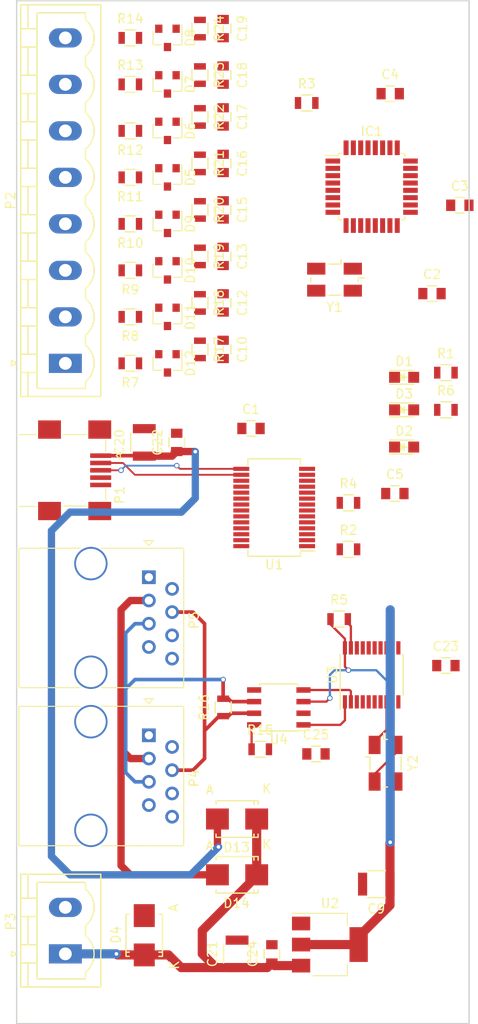
<source format=kicad_pcb>
(kicad_pcb (version 4) (host pcbnew 4.0.5+dfsg1-4)

  (general
    (links 171)
    (no_connects 140)
    (area 118.703 50.598999 249.730953 162.635001)
    (thickness 1.6)
    (drawings 5)
    (tracks 129)
    (zones 0)
    (modules 70)
    (nets 87)
  )

  (page A4)
  (layers
    (0 F.Cu signal)
    (31 B.Cu signal)
    (32 B.Adhes user)
    (33 F.Adhes user)
    (34 B.Paste user)
    (35 F.Paste user)
    (36 B.SilkS user)
    (37 F.SilkS user)
    (38 B.Mask user)
    (39 F.Mask user)
    (40 Dwgs.User user)
    (41 Cmts.User user)
    (42 Eco1.User user)
    (43 Eco2.User user)
    (44 Edge.Cuts user)
    (45 Margin user)
    (46 B.CrtYd user)
    (47 F.CrtYd user)
    (48 B.Fab user)
    (49 F.Fab user)
  )

  (setup
    (last_trace_width 0.25)
    (user_trace_width 0.2)
    (user_trace_width 0.4)
    (user_trace_width 0.6)
    (user_trace_width 0.8)
    (user_trace_width 1)
    (trace_clearance 0.2)
    (zone_clearance 0.508)
    (zone_45_only no)
    (trace_min 0.2)
    (segment_width 0.2)
    (edge_width 0.15)
    (via_size 0.6)
    (via_drill 0.4)
    (via_min_size 0.4)
    (via_min_drill 0.3)
    (uvia_size 0.3)
    (uvia_drill 0.1)
    (uvias_allowed no)
    (uvia_min_size 0.2)
    (uvia_min_drill 0.1)
    (pcb_text_width 0.3)
    (pcb_text_size 1.5 1.5)
    (mod_edge_width 0.15)
    (mod_text_size 1 1)
    (mod_text_width 0.15)
    (pad_size 1.524 1.524)
    (pad_drill 0.762)
    (pad_to_mask_clearance 0.2)
    (aux_axis_origin 165.608 55.88)
    (visible_elements FFFFFF7F)
    (pcbplotparams
      (layerselection 0x00030_80000001)
      (usegerberextensions false)
      (excludeedgelayer true)
      (linewidth 0.100000)
      (plotframeref false)
      (viasonmask false)
      (mode 1)
      (useauxorigin false)
      (hpglpennumber 1)
      (hpglpenspeed 20)
      (hpglpendiameter 15)
      (hpglpenoverlay 2)
      (psnegative false)
      (psa4output false)
      (plotreference true)
      (plotvalue true)
      (plotinvisibletext false)
      (padsonsilk false)
      (subtractmaskfromsilk false)
      (outputformat 1)
      (mirror false)
      (drillshape 1)
      (scaleselection 1)
      (outputdirectory ""))
  )

  (net 0 "")
  (net 1 "Net-(C1-Pad1)")
  (net 2 GND)
  (net 3 VCC)
  (net 4 "Net-(C3-Pad1)")
  (net 5 RESET)
  (net 6 "Net-(C4-Pad2)")
  (net 7 IO0)
  (net 8 IO1)
  (net 9 IO2)
  (net 10 IO3)
  (net 11 IO4)
  (net 12 IO5)
  (net 13 IO6)
  (net 14 IO7)
  (net 15 "Net-(C20-Pad1)")
  (net 16 +5V)
  (net 17 "Net-(D1-Pad2)")
  (net 18 "Net-(D1-Pad1)")
  (net 19 "Net-(D2-Pad2)")
  (net 20 "Net-(D2-Pad1)")
  (net 21 "Net-(D3-Pad2)")
  (net 22 "Net-(IC1-Pad1)")
  (net 23 "Net-(IC1-Pad2)")
  (net 24 "Net-(IC1-Pad7)")
  (net 25 "Net-(IC1-Pad8)")
  (net 26 "Net-(IC1-Pad9)")
  (net 27 "Net-(IC1-Pad10)")
  (net 28 "Net-(IC1-Pad11)")
  (net 29 "Net-(IC1-Pad12)")
  (net 30 CAN_INT)
  (net 31 CAN_CS)
  (net 32 CAN_SI)
  (net 33 CAN_SO)
  (net 34 CAN_SCK)
  (net 35 "Net-(IC1-Pad30)")
  (net 36 "Net-(IC1-Pad31)")
  (net 37 "Net-(IC1-Pad32)")
  (net 38 USB_RX)
  (net 39 USB_TX)
  (net 40 "Net-(P2-Pad1)")
  (net 41 "Net-(P2-Pad2)")
  (net 42 "Net-(P2-Pad3)")
  (net 43 "Net-(P2-Pad4)")
  (net 44 "Net-(P2-Pad5)")
  (net 45 "Net-(P2-Pad6)")
  (net 46 "Net-(P2-Pad7)")
  (net 47 "Net-(P2-Pad8)")
  (net 48 "Net-(R15-Pad1)")
  (net 49 "Net-(P4-Pad1)")
  (net 50 "Net-(P4-Pad2)")
  (net 51 "Net-(U1-Pad3)")
  (net 52 "Net-(U1-Pad6)")
  (net 53 "Net-(U1-Pad9)")
  (net 54 "Net-(U1-Pad10)")
  (net 55 "Net-(U1-Pad11)")
  (net 56 "Net-(U1-Pad12)")
  (net 57 "Net-(U1-Pad13)")
  (net 58 "Net-(U1-Pad14)")
  (net 59 USB_D+)
  (net 60 USB_D-)
  (net 61 "Net-(U1-Pad19)")
  (net 62 "Net-(U1-Pad27)")
  (net 63 "Net-(U1-Pad28)")
  (net 64 "Net-(U3-Pad1)")
  (net 65 "Net-(U3-Pad2)")
  (net 66 "Net-(U3-Pad3)")
  (net 67 "Net-(U3-Pad4)")
  (net 68 "Net-(U3-Pad5)")
  (net 69 "Net-(U3-Pad6)")
  (net 70 "Net-(U3-Pad7)")
  (net 71 "Net-(U3-Pad8)")
  (net 72 "Net-(U3-Pad9)")
  (net 73 "Net-(U3-Pad11)")
  (net 74 "Net-(U3-Pad12)")
  (net 75 "Net-(U3-Pad15)")
  (net 76 "Net-(U4-Pad5)")
  (net 77 "Net-(P1-Pad4)")
  (net 78 "Net-(D14-Pad2)")
  (net 79 "Net-(P4-Pad4)")
  (net 80 "Net-(P4-Pad5)")
  (net 81 "Net-(P4-Pad7)")
  (net 82 "Net-(P4-Pad8)")
  (net 83 "Net-(P5-Pad1)")
  (net 84 "Net-(P5-Pad2)")
  (net 85 "Net-(P5-Pad7)")
  (net 86 "Net-(P5-Pad8)")

  (net_class Default "Dies ist die voreingestellte Netzklasse."
    (clearance 0.2)
    (trace_width 0.25)
    (via_dia 0.6)
    (via_drill 0.4)
    (uvia_dia 0.3)
    (uvia_drill 0.1)
    (add_net +5V)
    (add_net CAN_CS)
    (add_net CAN_INT)
    (add_net CAN_SCK)
    (add_net CAN_SI)
    (add_net CAN_SO)
    (add_net GND)
    (add_net IO0)
    (add_net IO1)
    (add_net IO2)
    (add_net IO3)
    (add_net IO4)
    (add_net IO5)
    (add_net IO6)
    (add_net IO7)
    (add_net "Net-(C1-Pad1)")
    (add_net "Net-(C20-Pad1)")
    (add_net "Net-(C3-Pad1)")
    (add_net "Net-(C4-Pad2)")
    (add_net "Net-(D1-Pad1)")
    (add_net "Net-(D1-Pad2)")
    (add_net "Net-(D14-Pad2)")
    (add_net "Net-(D2-Pad1)")
    (add_net "Net-(D2-Pad2)")
    (add_net "Net-(D3-Pad2)")
    (add_net "Net-(IC1-Pad1)")
    (add_net "Net-(IC1-Pad10)")
    (add_net "Net-(IC1-Pad11)")
    (add_net "Net-(IC1-Pad12)")
    (add_net "Net-(IC1-Pad2)")
    (add_net "Net-(IC1-Pad30)")
    (add_net "Net-(IC1-Pad31)")
    (add_net "Net-(IC1-Pad32)")
    (add_net "Net-(IC1-Pad7)")
    (add_net "Net-(IC1-Pad8)")
    (add_net "Net-(IC1-Pad9)")
    (add_net "Net-(P1-Pad4)")
    (add_net "Net-(P2-Pad1)")
    (add_net "Net-(P2-Pad2)")
    (add_net "Net-(P2-Pad3)")
    (add_net "Net-(P2-Pad4)")
    (add_net "Net-(P2-Pad5)")
    (add_net "Net-(P2-Pad6)")
    (add_net "Net-(P2-Pad7)")
    (add_net "Net-(P2-Pad8)")
    (add_net "Net-(P4-Pad1)")
    (add_net "Net-(P4-Pad2)")
    (add_net "Net-(P4-Pad4)")
    (add_net "Net-(P4-Pad5)")
    (add_net "Net-(P4-Pad7)")
    (add_net "Net-(P4-Pad8)")
    (add_net "Net-(P5-Pad1)")
    (add_net "Net-(P5-Pad2)")
    (add_net "Net-(P5-Pad7)")
    (add_net "Net-(P5-Pad8)")
    (add_net "Net-(R15-Pad1)")
    (add_net "Net-(U1-Pad10)")
    (add_net "Net-(U1-Pad11)")
    (add_net "Net-(U1-Pad12)")
    (add_net "Net-(U1-Pad13)")
    (add_net "Net-(U1-Pad14)")
    (add_net "Net-(U1-Pad19)")
    (add_net "Net-(U1-Pad27)")
    (add_net "Net-(U1-Pad28)")
    (add_net "Net-(U1-Pad3)")
    (add_net "Net-(U1-Pad6)")
    (add_net "Net-(U1-Pad9)")
    (add_net "Net-(U3-Pad1)")
    (add_net "Net-(U3-Pad11)")
    (add_net "Net-(U3-Pad12)")
    (add_net "Net-(U3-Pad15)")
    (add_net "Net-(U3-Pad2)")
    (add_net "Net-(U3-Pad3)")
    (add_net "Net-(U3-Pad4)")
    (add_net "Net-(U3-Pad5)")
    (add_net "Net-(U3-Pad6)")
    (add_net "Net-(U3-Pad7)")
    (add_net "Net-(U3-Pad8)")
    (add_net "Net-(U3-Pad9)")
    (add_net "Net-(U4-Pad5)")
    (add_net RESET)
    (add_net USB_D+)
    (add_net USB_D-)
    (add_net USB_RX)
    (add_net USB_TX)
    (add_net VCC)
  )

  (net_class Middle ""
    (clearance 0.2)
    (trace_width 0.6)
    (via_dia 0.8)
    (via_drill 0.7)
    (uvia_dia 0.3)
    (uvia_drill 0.1)
  )

  (net_class Supply ""
    (clearance 0.2)
    (trace_width 1)
    (via_dia 1.2)
    (via_drill 0.8)
    (uvia_dia 0.3)
    (uvia_drill 0.1)
  )

  (module Capacitors_SMD:C_0805 (layer F.Cu) (tedit 5415D6EA) (tstamp 5A6F26CB)
    (at 146.304 97.536)
    (descr "Capacitor SMD 0805, reflow soldering, AVX (see smccp.pdf)")
    (tags "capacitor 0805")
    (path /5A6D7492)
    (attr smd)
    (fp_text reference C1 (at 0 -2.1) (layer F.SilkS)
      (effects (font (size 1 1) (thickness 0.15)))
    )
    (fp_text value 100n (at 0 2.1) (layer F.Fab)
      (effects (font (size 1 1) (thickness 0.15)))
    )
    (fp_line (start -1 0.625) (end -1 -0.625) (layer F.Fab) (width 0.15))
    (fp_line (start 1 0.625) (end -1 0.625) (layer F.Fab) (width 0.15))
    (fp_line (start 1 -0.625) (end 1 0.625) (layer F.Fab) (width 0.15))
    (fp_line (start -1 -0.625) (end 1 -0.625) (layer F.Fab) (width 0.15))
    (fp_line (start -1.8 -1) (end 1.8 -1) (layer F.CrtYd) (width 0.05))
    (fp_line (start -1.8 1) (end 1.8 1) (layer F.CrtYd) (width 0.05))
    (fp_line (start -1.8 -1) (end -1.8 1) (layer F.CrtYd) (width 0.05))
    (fp_line (start 1.8 -1) (end 1.8 1) (layer F.CrtYd) (width 0.05))
    (fp_line (start 0.5 -0.85) (end -0.5 -0.85) (layer F.SilkS) (width 0.15))
    (fp_line (start -0.5 0.85) (end 0.5 0.85) (layer F.SilkS) (width 0.15))
    (pad 1 smd rect (at -1 0) (size 1 1.25) (layers F.Cu F.Paste F.Mask)
      (net 1 "Net-(C1-Pad1)"))
    (pad 2 smd rect (at 1 0) (size 1 1.25) (layers F.Cu F.Paste F.Mask)
      (net 2 GND))
    (model Capacitors_SMD.3dshapes/C_0805.wrl
      (at (xyz 0 0 0))
      (scale (xyz 1 1 1))
      (rotate (xyz 0 0 0))
    )
  )

  (module Capacitors_SMD:C_0805 (layer F.Cu) (tedit 5415D6EA) (tstamp 5A6F26D1)
    (at 166.116 82.804)
    (descr "Capacitor SMD 0805, reflow soldering, AVX (see smccp.pdf)")
    (tags "capacitor 0805")
    (path /5A6CF6B5)
    (attr smd)
    (fp_text reference C2 (at 0 -2.1) (layer F.SilkS)
      (effects (font (size 1 1) (thickness 0.15)))
    )
    (fp_text value 1u (at 0 2.1) (layer F.Fab)
      (effects (font (size 1 1) (thickness 0.15)))
    )
    (fp_line (start -1 0.625) (end -1 -0.625) (layer F.Fab) (width 0.15))
    (fp_line (start 1 0.625) (end -1 0.625) (layer F.Fab) (width 0.15))
    (fp_line (start 1 -0.625) (end 1 0.625) (layer F.Fab) (width 0.15))
    (fp_line (start -1 -0.625) (end 1 -0.625) (layer F.Fab) (width 0.15))
    (fp_line (start -1.8 -1) (end 1.8 -1) (layer F.CrtYd) (width 0.05))
    (fp_line (start -1.8 1) (end 1.8 1) (layer F.CrtYd) (width 0.05))
    (fp_line (start -1.8 -1) (end -1.8 1) (layer F.CrtYd) (width 0.05))
    (fp_line (start 1.8 -1) (end 1.8 1) (layer F.CrtYd) (width 0.05))
    (fp_line (start 0.5 -0.85) (end -0.5 -0.85) (layer F.SilkS) (width 0.15))
    (fp_line (start -0.5 0.85) (end 0.5 0.85) (layer F.SilkS) (width 0.15))
    (pad 1 smd rect (at -1 0) (size 1 1.25) (layers F.Cu F.Paste F.Mask)
      (net 3 VCC))
    (pad 2 smd rect (at 1 0) (size 1 1.25) (layers F.Cu F.Paste F.Mask)
      (net 2 GND))
    (model Capacitors_SMD.3dshapes/C_0805.wrl
      (at (xyz 0 0 0))
      (scale (xyz 1 1 1))
      (rotate (xyz 0 0 0))
    )
  )

  (module Capacitors_SMD:C_0805 (layer F.Cu) (tedit 5415D6EA) (tstamp 5A6F26D7)
    (at 169.164 73.152)
    (descr "Capacitor SMD 0805, reflow soldering, AVX (see smccp.pdf)")
    (tags "capacitor 0805")
    (path /5A6CF6EC)
    (attr smd)
    (fp_text reference C3 (at 0 -2.1) (layer F.SilkS)
      (effects (font (size 1 1) (thickness 0.15)))
    )
    (fp_text value 100n (at 0 2.1) (layer F.Fab)
      (effects (font (size 1 1) (thickness 0.15)))
    )
    (fp_line (start -1 0.625) (end -1 -0.625) (layer F.Fab) (width 0.15))
    (fp_line (start 1 0.625) (end -1 0.625) (layer F.Fab) (width 0.15))
    (fp_line (start 1 -0.625) (end 1 0.625) (layer F.Fab) (width 0.15))
    (fp_line (start -1 -0.625) (end 1 -0.625) (layer F.Fab) (width 0.15))
    (fp_line (start -1.8 -1) (end 1.8 -1) (layer F.CrtYd) (width 0.05))
    (fp_line (start -1.8 1) (end 1.8 1) (layer F.CrtYd) (width 0.05))
    (fp_line (start -1.8 -1) (end -1.8 1) (layer F.CrtYd) (width 0.05))
    (fp_line (start 1.8 -1) (end 1.8 1) (layer F.CrtYd) (width 0.05))
    (fp_line (start 0.5 -0.85) (end -0.5 -0.85) (layer F.SilkS) (width 0.15))
    (fp_line (start -0.5 0.85) (end 0.5 0.85) (layer F.SilkS) (width 0.15))
    (pad 1 smd rect (at -1 0) (size 1 1.25) (layers F.Cu F.Paste F.Mask)
      (net 4 "Net-(C3-Pad1)"))
    (pad 2 smd rect (at 1 0) (size 1 1.25) (layers F.Cu F.Paste F.Mask)
      (net 2 GND))
    (model Capacitors_SMD.3dshapes/C_0805.wrl
      (at (xyz 0 0 0))
      (scale (xyz 1 1 1))
      (rotate (xyz 0 0 0))
    )
  )

  (module Capacitors_SMD:C_0805 (layer F.Cu) (tedit 5415D6EA) (tstamp 5A6F26DD)
    (at 161.544 60.96)
    (descr "Capacitor SMD 0805, reflow soldering, AVX (see smccp.pdf)")
    (tags "capacitor 0805")
    (path /5A6D21DC)
    (attr smd)
    (fp_text reference C4 (at 0 -2.1) (layer F.SilkS)
      (effects (font (size 1 1) (thickness 0.15)))
    )
    (fp_text value 100n (at 0 2.1) (layer F.Fab)
      (effects (font (size 1 1) (thickness 0.15)))
    )
    (fp_line (start -1 0.625) (end -1 -0.625) (layer F.Fab) (width 0.15))
    (fp_line (start 1 0.625) (end -1 0.625) (layer F.Fab) (width 0.15))
    (fp_line (start 1 -0.625) (end 1 0.625) (layer F.Fab) (width 0.15))
    (fp_line (start -1 -0.625) (end 1 -0.625) (layer F.Fab) (width 0.15))
    (fp_line (start -1.8 -1) (end 1.8 -1) (layer F.CrtYd) (width 0.05))
    (fp_line (start -1.8 1) (end 1.8 1) (layer F.CrtYd) (width 0.05))
    (fp_line (start -1.8 -1) (end -1.8 1) (layer F.CrtYd) (width 0.05))
    (fp_line (start 1.8 -1) (end 1.8 1) (layer F.CrtYd) (width 0.05))
    (fp_line (start 0.5 -0.85) (end -0.5 -0.85) (layer F.SilkS) (width 0.15))
    (fp_line (start -0.5 0.85) (end 0.5 0.85) (layer F.SilkS) (width 0.15))
    (pad 1 smd rect (at -1 0) (size 1 1.25) (layers F.Cu F.Paste F.Mask)
      (net 5 RESET))
    (pad 2 smd rect (at 1 0) (size 1 1.25) (layers F.Cu F.Paste F.Mask)
      (net 6 "Net-(C4-Pad2)"))
    (model Capacitors_SMD.3dshapes/C_0805.wrl
      (at (xyz 0 0 0))
      (scale (xyz 1 1 1))
      (rotate (xyz 0 0 0))
    )
  )

  (module Capacitors_SMD:C_0805 (layer F.Cu) (tedit 5415D6EA) (tstamp 5A6F26E3)
    (at 162.052 104.648)
    (descr "Capacitor SMD 0805, reflow soldering, AVX (see smccp.pdf)")
    (tags "capacitor 0805")
    (path /5A6F3843)
    (attr smd)
    (fp_text reference C5 (at 0 -2.1) (layer F.SilkS)
      (effects (font (size 1 1) (thickness 0.15)))
    )
    (fp_text value 100n (at 0 2.1) (layer F.Fab)
      (effects (font (size 1 1) (thickness 0.15)))
    )
    (fp_line (start -1 0.625) (end -1 -0.625) (layer F.Fab) (width 0.15))
    (fp_line (start 1 0.625) (end -1 0.625) (layer F.Fab) (width 0.15))
    (fp_line (start 1 -0.625) (end 1 0.625) (layer F.Fab) (width 0.15))
    (fp_line (start -1 -0.625) (end 1 -0.625) (layer F.Fab) (width 0.15))
    (fp_line (start -1.8 -1) (end 1.8 -1) (layer F.CrtYd) (width 0.05))
    (fp_line (start -1.8 1) (end 1.8 1) (layer F.CrtYd) (width 0.05))
    (fp_line (start -1.8 -1) (end -1.8 1) (layer F.CrtYd) (width 0.05))
    (fp_line (start 1.8 -1) (end 1.8 1) (layer F.CrtYd) (width 0.05))
    (fp_line (start 0.5 -0.85) (end -0.5 -0.85) (layer F.SilkS) (width 0.15))
    (fp_line (start -0.5 0.85) (end 0.5 0.85) (layer F.SilkS) (width 0.15))
    (pad 1 smd rect (at -1 0) (size 1 1.25) (layers F.Cu F.Paste F.Mask)
      (net 3 VCC))
    (pad 2 smd rect (at 1 0) (size 1 1.25) (layers F.Cu F.Paste F.Mask)
      (net 2 GND))
    (model Capacitors_SMD.3dshapes/C_0805.wrl
      (at (xyz 0 0 0))
      (scale (xyz 1 1 1))
      (rotate (xyz 0 0 0))
    )
  )

  (module Capacitors_SMD:C_1210 (layer F.Cu) (tedit 5415D85D) (tstamp 5A6F26E9)
    (at 160.02 147.32 180)
    (descr "Capacitor SMD 1210, reflow soldering, AVX (see smccp.pdf)")
    (tags "capacitor 1210")
    (path /5A6D0B2A)
    (attr smd)
    (fp_text reference C9 (at 0 -2.7 180) (layer F.SilkS)
      (effects (font (size 1 1) (thickness 0.15)))
    )
    (fp_text value 4u7 (at 0 2.7 180) (layer F.Fab)
      (effects (font (size 1 1) (thickness 0.15)))
    )
    (fp_line (start -1.6 1.25) (end -1.6 -1.25) (layer F.Fab) (width 0.15))
    (fp_line (start 1.6 1.25) (end -1.6 1.25) (layer F.Fab) (width 0.15))
    (fp_line (start 1.6 -1.25) (end 1.6 1.25) (layer F.Fab) (width 0.15))
    (fp_line (start -1.6 -1.25) (end 1.6 -1.25) (layer F.Fab) (width 0.15))
    (fp_line (start -2.3 -1.6) (end 2.3 -1.6) (layer F.CrtYd) (width 0.05))
    (fp_line (start -2.3 1.6) (end 2.3 1.6) (layer F.CrtYd) (width 0.05))
    (fp_line (start -2.3 -1.6) (end -2.3 1.6) (layer F.CrtYd) (width 0.05))
    (fp_line (start 2.3 -1.6) (end 2.3 1.6) (layer F.CrtYd) (width 0.05))
    (fp_line (start 1 -1.475) (end -1 -1.475) (layer F.SilkS) (width 0.15))
    (fp_line (start -1 1.475) (end 1 1.475) (layer F.SilkS) (width 0.15))
    (pad 1 smd rect (at -1.5 0 180) (size 1 2.5) (layers F.Cu F.Paste F.Mask)
      (net 3 VCC))
    (pad 2 smd rect (at 1.5 0 180) (size 1 2.5) (layers F.Cu F.Paste F.Mask)
      (net 2 GND))
    (model Capacitors_SMD.3dshapes/C_1210.wrl
      (at (xyz 0 0 0))
      (scale (xyz 1 1 1))
      (rotate (xyz 0 0 0))
    )
  )

  (module Capacitors_SMD:C_0805 (layer F.Cu) (tedit 5415D6EA) (tstamp 5A6F26EF)
    (at 143.256 88.9 270)
    (descr "Capacitor SMD 0805, reflow soldering, AVX (see smccp.pdf)")
    (tags "capacitor 0805")
    (path /5A6D4050)
    (attr smd)
    (fp_text reference C10 (at 0 -2.1 270) (layer F.SilkS)
      (effects (font (size 1 1) (thickness 0.15)))
    )
    (fp_text value 10n (at 0 2.1 270) (layer F.Fab)
      (effects (font (size 1 1) (thickness 0.15)))
    )
    (fp_line (start -1 0.625) (end -1 -0.625) (layer F.Fab) (width 0.15))
    (fp_line (start 1 0.625) (end -1 0.625) (layer F.Fab) (width 0.15))
    (fp_line (start 1 -0.625) (end 1 0.625) (layer F.Fab) (width 0.15))
    (fp_line (start -1 -0.625) (end 1 -0.625) (layer F.Fab) (width 0.15))
    (fp_line (start -1.8 -1) (end 1.8 -1) (layer F.CrtYd) (width 0.05))
    (fp_line (start -1.8 1) (end 1.8 1) (layer F.CrtYd) (width 0.05))
    (fp_line (start -1.8 -1) (end -1.8 1) (layer F.CrtYd) (width 0.05))
    (fp_line (start 1.8 -1) (end 1.8 1) (layer F.CrtYd) (width 0.05))
    (fp_line (start 0.5 -0.85) (end -0.5 -0.85) (layer F.SilkS) (width 0.15))
    (fp_line (start -0.5 0.85) (end 0.5 0.85) (layer F.SilkS) (width 0.15))
    (pad 1 smd rect (at -1 0 270) (size 1 1.25) (layers F.Cu F.Paste F.Mask)
      (net 7 IO0))
    (pad 2 smd rect (at 1 0 270) (size 1 1.25) (layers F.Cu F.Paste F.Mask)
      (net 2 GND))
    (model Capacitors_SMD.3dshapes/C_0805.wrl
      (at (xyz 0 0 0))
      (scale (xyz 1 1 1))
      (rotate (xyz 0 0 0))
    )
  )

  (module Capacitors_SMD:C_0805 (layer F.Cu) (tedit 5415D6EA) (tstamp 5A6F26F5)
    (at 143.256 83.82 270)
    (descr "Capacitor SMD 0805, reflow soldering, AVX (see smccp.pdf)")
    (tags "capacitor 0805")
    (path /5A6D3FD3)
    (attr smd)
    (fp_text reference C12 (at 0 -2.1 270) (layer F.SilkS)
      (effects (font (size 1 1) (thickness 0.15)))
    )
    (fp_text value 10n (at 0 2.1 270) (layer F.Fab)
      (effects (font (size 1 1) (thickness 0.15)))
    )
    (fp_line (start -1 0.625) (end -1 -0.625) (layer F.Fab) (width 0.15))
    (fp_line (start 1 0.625) (end -1 0.625) (layer F.Fab) (width 0.15))
    (fp_line (start 1 -0.625) (end 1 0.625) (layer F.Fab) (width 0.15))
    (fp_line (start -1 -0.625) (end 1 -0.625) (layer F.Fab) (width 0.15))
    (fp_line (start -1.8 -1) (end 1.8 -1) (layer F.CrtYd) (width 0.05))
    (fp_line (start -1.8 1) (end 1.8 1) (layer F.CrtYd) (width 0.05))
    (fp_line (start -1.8 -1) (end -1.8 1) (layer F.CrtYd) (width 0.05))
    (fp_line (start 1.8 -1) (end 1.8 1) (layer F.CrtYd) (width 0.05))
    (fp_line (start 0.5 -0.85) (end -0.5 -0.85) (layer F.SilkS) (width 0.15))
    (fp_line (start -0.5 0.85) (end 0.5 0.85) (layer F.SilkS) (width 0.15))
    (pad 1 smd rect (at -1 0 270) (size 1 1.25) (layers F.Cu F.Paste F.Mask)
      (net 8 IO1))
    (pad 2 smd rect (at 1 0 270) (size 1 1.25) (layers F.Cu F.Paste F.Mask)
      (net 2 GND))
    (model Capacitors_SMD.3dshapes/C_0805.wrl
      (at (xyz 0 0 0))
      (scale (xyz 1 1 1))
      (rotate (xyz 0 0 0))
    )
  )

  (module Capacitors_SMD:C_0805 (layer F.Cu) (tedit 5415D6EA) (tstamp 5A6F26FB)
    (at 143.256 78.74 270)
    (descr "Capacitor SMD 0805, reflow soldering, AVX (see smccp.pdf)")
    (tags "capacitor 0805")
    (path /5A6D3F46)
    (attr smd)
    (fp_text reference C13 (at 0 -2.1 270) (layer F.SilkS)
      (effects (font (size 1 1) (thickness 0.15)))
    )
    (fp_text value 10n (at 0 2.1 270) (layer F.Fab)
      (effects (font (size 1 1) (thickness 0.15)))
    )
    (fp_line (start -1 0.625) (end -1 -0.625) (layer F.Fab) (width 0.15))
    (fp_line (start 1 0.625) (end -1 0.625) (layer F.Fab) (width 0.15))
    (fp_line (start 1 -0.625) (end 1 0.625) (layer F.Fab) (width 0.15))
    (fp_line (start -1 -0.625) (end 1 -0.625) (layer F.Fab) (width 0.15))
    (fp_line (start -1.8 -1) (end 1.8 -1) (layer F.CrtYd) (width 0.05))
    (fp_line (start -1.8 1) (end 1.8 1) (layer F.CrtYd) (width 0.05))
    (fp_line (start -1.8 -1) (end -1.8 1) (layer F.CrtYd) (width 0.05))
    (fp_line (start 1.8 -1) (end 1.8 1) (layer F.CrtYd) (width 0.05))
    (fp_line (start 0.5 -0.85) (end -0.5 -0.85) (layer F.SilkS) (width 0.15))
    (fp_line (start -0.5 0.85) (end 0.5 0.85) (layer F.SilkS) (width 0.15))
    (pad 1 smd rect (at -1 0 270) (size 1 1.25) (layers F.Cu F.Paste F.Mask)
      (net 9 IO2))
    (pad 2 smd rect (at 1 0 270) (size 1 1.25) (layers F.Cu F.Paste F.Mask)
      (net 2 GND))
    (model Capacitors_SMD.3dshapes/C_0805.wrl
      (at (xyz 0 0 0))
      (scale (xyz 1 1 1))
      (rotate (xyz 0 0 0))
    )
  )

  (module Capacitors_SMD:C_0805 (layer F.Cu) (tedit 5415D6EA) (tstamp 5A6F2701)
    (at 143.256 73.66 270)
    (descr "Capacitor SMD 0805, reflow soldering, AVX (see smccp.pdf)")
    (tags "capacitor 0805")
    (path /5A6D3E21)
    (attr smd)
    (fp_text reference C15 (at 0 -2.1 270) (layer F.SilkS)
      (effects (font (size 1 1) (thickness 0.15)))
    )
    (fp_text value 10n (at 0 2.1 270) (layer F.Fab)
      (effects (font (size 1 1) (thickness 0.15)))
    )
    (fp_line (start -1 0.625) (end -1 -0.625) (layer F.Fab) (width 0.15))
    (fp_line (start 1 0.625) (end -1 0.625) (layer F.Fab) (width 0.15))
    (fp_line (start 1 -0.625) (end 1 0.625) (layer F.Fab) (width 0.15))
    (fp_line (start -1 -0.625) (end 1 -0.625) (layer F.Fab) (width 0.15))
    (fp_line (start -1.8 -1) (end 1.8 -1) (layer F.CrtYd) (width 0.05))
    (fp_line (start -1.8 1) (end 1.8 1) (layer F.CrtYd) (width 0.05))
    (fp_line (start -1.8 -1) (end -1.8 1) (layer F.CrtYd) (width 0.05))
    (fp_line (start 1.8 -1) (end 1.8 1) (layer F.CrtYd) (width 0.05))
    (fp_line (start 0.5 -0.85) (end -0.5 -0.85) (layer F.SilkS) (width 0.15))
    (fp_line (start -0.5 0.85) (end 0.5 0.85) (layer F.SilkS) (width 0.15))
    (pad 1 smd rect (at -1 0 270) (size 1 1.25) (layers F.Cu F.Paste F.Mask)
      (net 10 IO3))
    (pad 2 smd rect (at 1 0 270) (size 1 1.25) (layers F.Cu F.Paste F.Mask)
      (net 2 GND))
    (model Capacitors_SMD.3dshapes/C_0805.wrl
      (at (xyz 0 0 0))
      (scale (xyz 1 1 1))
      (rotate (xyz 0 0 0))
    )
  )

  (module Capacitors_SMD:C_0805 (layer F.Cu) (tedit 5415D6EA) (tstamp 5A6F2707)
    (at 143.256 68.58 270)
    (descr "Capacitor SMD 0805, reflow soldering, AVX (see smccp.pdf)")
    (tags "capacitor 0805")
    (path /5A6D3D98)
    (attr smd)
    (fp_text reference C16 (at 0 -2.1 270) (layer F.SilkS)
      (effects (font (size 1 1) (thickness 0.15)))
    )
    (fp_text value 10n (at 0 2.1 270) (layer F.Fab)
      (effects (font (size 1 1) (thickness 0.15)))
    )
    (fp_line (start -1 0.625) (end -1 -0.625) (layer F.Fab) (width 0.15))
    (fp_line (start 1 0.625) (end -1 0.625) (layer F.Fab) (width 0.15))
    (fp_line (start 1 -0.625) (end 1 0.625) (layer F.Fab) (width 0.15))
    (fp_line (start -1 -0.625) (end 1 -0.625) (layer F.Fab) (width 0.15))
    (fp_line (start -1.8 -1) (end 1.8 -1) (layer F.CrtYd) (width 0.05))
    (fp_line (start -1.8 1) (end 1.8 1) (layer F.CrtYd) (width 0.05))
    (fp_line (start -1.8 -1) (end -1.8 1) (layer F.CrtYd) (width 0.05))
    (fp_line (start 1.8 -1) (end 1.8 1) (layer F.CrtYd) (width 0.05))
    (fp_line (start 0.5 -0.85) (end -0.5 -0.85) (layer F.SilkS) (width 0.15))
    (fp_line (start -0.5 0.85) (end 0.5 0.85) (layer F.SilkS) (width 0.15))
    (pad 1 smd rect (at -1 0 270) (size 1 1.25) (layers F.Cu F.Paste F.Mask)
      (net 11 IO4))
    (pad 2 smd rect (at 1 0 270) (size 1 1.25) (layers F.Cu F.Paste F.Mask)
      (net 2 GND))
    (model Capacitors_SMD.3dshapes/C_0805.wrl
      (at (xyz 0 0 0))
      (scale (xyz 1 1 1))
      (rotate (xyz 0 0 0))
    )
  )

  (module Capacitors_SMD:C_0805 (layer F.Cu) (tedit 5415D6EA) (tstamp 5A6F270D)
    (at 143.256 63.5 270)
    (descr "Capacitor SMD 0805, reflow soldering, AVX (see smccp.pdf)")
    (tags "capacitor 0805")
    (path /5A6D3D09)
    (attr smd)
    (fp_text reference C17 (at 0 -2.1 270) (layer F.SilkS)
      (effects (font (size 1 1) (thickness 0.15)))
    )
    (fp_text value 10n (at 0 2.1 270) (layer F.Fab)
      (effects (font (size 1 1) (thickness 0.15)))
    )
    (fp_line (start -1 0.625) (end -1 -0.625) (layer F.Fab) (width 0.15))
    (fp_line (start 1 0.625) (end -1 0.625) (layer F.Fab) (width 0.15))
    (fp_line (start 1 -0.625) (end 1 0.625) (layer F.Fab) (width 0.15))
    (fp_line (start -1 -0.625) (end 1 -0.625) (layer F.Fab) (width 0.15))
    (fp_line (start -1.8 -1) (end 1.8 -1) (layer F.CrtYd) (width 0.05))
    (fp_line (start -1.8 1) (end 1.8 1) (layer F.CrtYd) (width 0.05))
    (fp_line (start -1.8 -1) (end -1.8 1) (layer F.CrtYd) (width 0.05))
    (fp_line (start 1.8 -1) (end 1.8 1) (layer F.CrtYd) (width 0.05))
    (fp_line (start 0.5 -0.85) (end -0.5 -0.85) (layer F.SilkS) (width 0.15))
    (fp_line (start -0.5 0.85) (end 0.5 0.85) (layer F.SilkS) (width 0.15))
    (pad 1 smd rect (at -1 0 270) (size 1 1.25) (layers F.Cu F.Paste F.Mask)
      (net 12 IO5))
    (pad 2 smd rect (at 1 0 270) (size 1 1.25) (layers F.Cu F.Paste F.Mask)
      (net 2 GND))
    (model Capacitors_SMD.3dshapes/C_0805.wrl
      (at (xyz 0 0 0))
      (scale (xyz 1 1 1))
      (rotate (xyz 0 0 0))
    )
  )

  (module Capacitors_SMD:C_0805 (layer F.Cu) (tedit 5415D6EA) (tstamp 5A6F2713)
    (at 143.256 58.928 270)
    (descr "Capacitor SMD 0805, reflow soldering, AVX (see smccp.pdf)")
    (tags "capacitor 0805")
    (path /5A6D3C8C)
    (attr smd)
    (fp_text reference C18 (at 0 -2.1 270) (layer F.SilkS)
      (effects (font (size 1 1) (thickness 0.15)))
    )
    (fp_text value 10n (at 0 2.1 270) (layer F.Fab)
      (effects (font (size 1 1) (thickness 0.15)))
    )
    (fp_line (start -1 0.625) (end -1 -0.625) (layer F.Fab) (width 0.15))
    (fp_line (start 1 0.625) (end -1 0.625) (layer F.Fab) (width 0.15))
    (fp_line (start 1 -0.625) (end 1 0.625) (layer F.Fab) (width 0.15))
    (fp_line (start -1 -0.625) (end 1 -0.625) (layer F.Fab) (width 0.15))
    (fp_line (start -1.8 -1) (end 1.8 -1) (layer F.CrtYd) (width 0.05))
    (fp_line (start -1.8 1) (end 1.8 1) (layer F.CrtYd) (width 0.05))
    (fp_line (start -1.8 -1) (end -1.8 1) (layer F.CrtYd) (width 0.05))
    (fp_line (start 1.8 -1) (end 1.8 1) (layer F.CrtYd) (width 0.05))
    (fp_line (start 0.5 -0.85) (end -0.5 -0.85) (layer F.SilkS) (width 0.15))
    (fp_line (start -0.5 0.85) (end 0.5 0.85) (layer F.SilkS) (width 0.15))
    (pad 1 smd rect (at -1 0 270) (size 1 1.25) (layers F.Cu F.Paste F.Mask)
      (net 13 IO6))
    (pad 2 smd rect (at 1 0 270) (size 1 1.25) (layers F.Cu F.Paste F.Mask)
      (net 2 GND))
    (model Capacitors_SMD.3dshapes/C_0805.wrl
      (at (xyz 0 0 0))
      (scale (xyz 1 1 1))
      (rotate (xyz 0 0 0))
    )
  )

  (module Capacitors_SMD:C_0805 (layer F.Cu) (tedit 5415D6EA) (tstamp 5A6F2719)
    (at 143.256 53.848 270)
    (descr "Capacitor SMD 0805, reflow soldering, AVX (see smccp.pdf)")
    (tags "capacitor 0805")
    (path /5A6D3488)
    (attr smd)
    (fp_text reference C19 (at 0 -2.1 270) (layer F.SilkS)
      (effects (font (size 1 1) (thickness 0.15)))
    )
    (fp_text value 10n (at 0 2.1 270) (layer F.Fab)
      (effects (font (size 1 1) (thickness 0.15)))
    )
    (fp_line (start -1 0.625) (end -1 -0.625) (layer F.Fab) (width 0.15))
    (fp_line (start 1 0.625) (end -1 0.625) (layer F.Fab) (width 0.15))
    (fp_line (start 1 -0.625) (end 1 0.625) (layer F.Fab) (width 0.15))
    (fp_line (start -1 -0.625) (end 1 -0.625) (layer F.Fab) (width 0.15))
    (fp_line (start -1.8 -1) (end 1.8 -1) (layer F.CrtYd) (width 0.05))
    (fp_line (start -1.8 1) (end 1.8 1) (layer F.CrtYd) (width 0.05))
    (fp_line (start -1.8 -1) (end -1.8 1) (layer F.CrtYd) (width 0.05))
    (fp_line (start 1.8 -1) (end 1.8 1) (layer F.CrtYd) (width 0.05))
    (fp_line (start 0.5 -0.85) (end -0.5 -0.85) (layer F.SilkS) (width 0.15))
    (fp_line (start -0.5 0.85) (end 0.5 0.85) (layer F.SilkS) (width 0.15))
    (pad 1 smd rect (at -1 0 270) (size 1 1.25) (layers F.Cu F.Paste F.Mask)
      (net 14 IO7))
    (pad 2 smd rect (at 1 0 270) (size 1 1.25) (layers F.Cu F.Paste F.Mask)
      (net 2 GND))
    (model Capacitors_SMD.3dshapes/C_0805.wrl
      (at (xyz 0 0 0))
      (scale (xyz 1 1 1))
      (rotate (xyz 0 0 0))
    )
  )

  (module Capacitors_SMD:C_1210 (layer F.Cu) (tedit 5415D85D) (tstamp 5A6F271F)
    (at 134.62 99.06 90)
    (descr "Capacitor SMD 1210, reflow soldering, AVX (see smccp.pdf)")
    (tags "capacitor 1210")
    (path /5A6D6310)
    (attr smd)
    (fp_text reference C20 (at 0 -2.7 90) (layer F.SilkS)
      (effects (font (size 1 1) (thickness 0.15)))
    )
    (fp_text value 4u7 (at 0 2.7 90) (layer F.Fab)
      (effects (font (size 1 1) (thickness 0.15)))
    )
    (fp_line (start -1.6 1.25) (end -1.6 -1.25) (layer F.Fab) (width 0.15))
    (fp_line (start 1.6 1.25) (end -1.6 1.25) (layer F.Fab) (width 0.15))
    (fp_line (start 1.6 -1.25) (end 1.6 1.25) (layer F.Fab) (width 0.15))
    (fp_line (start -1.6 -1.25) (end 1.6 -1.25) (layer F.Fab) (width 0.15))
    (fp_line (start -2.3 -1.6) (end 2.3 -1.6) (layer F.CrtYd) (width 0.05))
    (fp_line (start -2.3 1.6) (end 2.3 1.6) (layer F.CrtYd) (width 0.05))
    (fp_line (start -2.3 -1.6) (end -2.3 1.6) (layer F.CrtYd) (width 0.05))
    (fp_line (start 2.3 -1.6) (end 2.3 1.6) (layer F.CrtYd) (width 0.05))
    (fp_line (start 1 -1.475) (end -1 -1.475) (layer F.SilkS) (width 0.15))
    (fp_line (start -1 1.475) (end 1 1.475) (layer F.SilkS) (width 0.15))
    (pad 1 smd rect (at -1.5 0 90) (size 1 2.5) (layers F.Cu F.Paste F.Mask)
      (net 15 "Net-(C20-Pad1)"))
    (pad 2 smd rect (at 1.5 0 90) (size 1 2.5) (layers F.Cu F.Paste F.Mask)
      (net 2 GND))
    (model Capacitors_SMD.3dshapes/C_1210.wrl
      (at (xyz 0 0 0))
      (scale (xyz 1 1 1))
      (rotate (xyz 0 0 0))
    )
  )

  (module Capacitors_SMD:C_1210 (layer F.Cu) (tedit 5415D85D) (tstamp 5A6F2725)
    (at 144.78 154.94 90)
    (descr "Capacitor SMD 1210, reflow soldering, AVX (see smccp.pdf)")
    (tags "capacitor 1210")
    (path /5A6D1F2D)
    (attr smd)
    (fp_text reference C21 (at 0 -2.7 90) (layer F.SilkS)
      (effects (font (size 1 1) (thickness 0.15)))
    )
    (fp_text value 10u (at 0 2.7 90) (layer F.Fab)
      (effects (font (size 1 1) (thickness 0.15)))
    )
    (fp_line (start -1.6 1.25) (end -1.6 -1.25) (layer F.Fab) (width 0.15))
    (fp_line (start 1.6 1.25) (end -1.6 1.25) (layer F.Fab) (width 0.15))
    (fp_line (start 1.6 -1.25) (end 1.6 1.25) (layer F.Fab) (width 0.15))
    (fp_line (start -1.6 -1.25) (end 1.6 -1.25) (layer F.Fab) (width 0.15))
    (fp_line (start -2.3 -1.6) (end 2.3 -1.6) (layer F.CrtYd) (width 0.05))
    (fp_line (start -2.3 1.6) (end 2.3 1.6) (layer F.CrtYd) (width 0.05))
    (fp_line (start -2.3 -1.6) (end -2.3 1.6) (layer F.CrtYd) (width 0.05))
    (fp_line (start 2.3 -1.6) (end 2.3 1.6) (layer F.CrtYd) (width 0.05))
    (fp_line (start 1 -1.475) (end -1 -1.475) (layer F.SilkS) (width 0.15))
    (fp_line (start -1 1.475) (end 1 1.475) (layer F.SilkS) (width 0.15))
    (pad 1 smd rect (at -1.5 0 90) (size 1 2.5) (layers F.Cu F.Paste F.Mask)
      (net 16 +5V))
    (pad 2 smd rect (at 1.5 0 90) (size 1 2.5) (layers F.Cu F.Paste F.Mask)
      (net 2 GND))
    (model Capacitors_SMD.3dshapes/C_1210.wrl
      (at (xyz 0 0 0))
      (scale (xyz 1 1 1))
      (rotate (xyz 0 0 0))
    )
  )

  (module Capacitors_SMD:C_0805 (layer F.Cu) (tedit 5415D6EA) (tstamp 5A6F272B)
    (at 138.176 99.06 90)
    (descr "Capacitor SMD 0805, reflow soldering, AVX (see smccp.pdf)")
    (tags "capacitor 0805")
    (path /5A6D627B)
    (attr smd)
    (fp_text reference C22 (at 0 -2.1 90) (layer F.SilkS)
      (effects (font (size 1 1) (thickness 0.15)))
    )
    (fp_text value 100n (at 0 2.1 90) (layer F.Fab)
      (effects (font (size 1 1) (thickness 0.15)))
    )
    (fp_line (start -1 0.625) (end -1 -0.625) (layer F.Fab) (width 0.15))
    (fp_line (start 1 0.625) (end -1 0.625) (layer F.Fab) (width 0.15))
    (fp_line (start 1 -0.625) (end 1 0.625) (layer F.Fab) (width 0.15))
    (fp_line (start -1 -0.625) (end 1 -0.625) (layer F.Fab) (width 0.15))
    (fp_line (start -1.8 -1) (end 1.8 -1) (layer F.CrtYd) (width 0.05))
    (fp_line (start -1.8 1) (end 1.8 1) (layer F.CrtYd) (width 0.05))
    (fp_line (start -1.8 -1) (end -1.8 1) (layer F.CrtYd) (width 0.05))
    (fp_line (start 1.8 -1) (end 1.8 1) (layer F.CrtYd) (width 0.05))
    (fp_line (start 0.5 -0.85) (end -0.5 -0.85) (layer F.SilkS) (width 0.15))
    (fp_line (start -0.5 0.85) (end 0.5 0.85) (layer F.SilkS) (width 0.15))
    (pad 1 smd rect (at -1 0 90) (size 1 1.25) (layers F.Cu F.Paste F.Mask)
      (net 15 "Net-(C20-Pad1)"))
    (pad 2 smd rect (at 1 0 90) (size 1 1.25) (layers F.Cu F.Paste F.Mask)
      (net 2 GND))
    (model Capacitors_SMD.3dshapes/C_0805.wrl
      (at (xyz 0 0 0))
      (scale (xyz 1 1 1))
      (rotate (xyz 0 0 0))
    )
  )

  (module Capacitors_SMD:C_0805 (layer F.Cu) (tedit 5415D6EA) (tstamp 5A6F2731)
    (at 167.64 123.444)
    (descr "Capacitor SMD 0805, reflow soldering, AVX (see smccp.pdf)")
    (tags "capacitor 0805")
    (path /5A6DA43B)
    (attr smd)
    (fp_text reference C23 (at 0 -2.1) (layer F.SilkS)
      (effects (font (size 1 1) (thickness 0.15)))
    )
    (fp_text value 100n (at 0 2.1) (layer F.Fab)
      (effects (font (size 1 1) (thickness 0.15)))
    )
    (fp_line (start -1 0.625) (end -1 -0.625) (layer F.Fab) (width 0.15))
    (fp_line (start 1 0.625) (end -1 0.625) (layer F.Fab) (width 0.15))
    (fp_line (start 1 -0.625) (end 1 0.625) (layer F.Fab) (width 0.15))
    (fp_line (start -1 -0.625) (end 1 -0.625) (layer F.Fab) (width 0.15))
    (fp_line (start -1.8 -1) (end 1.8 -1) (layer F.CrtYd) (width 0.05))
    (fp_line (start -1.8 1) (end 1.8 1) (layer F.CrtYd) (width 0.05))
    (fp_line (start -1.8 -1) (end -1.8 1) (layer F.CrtYd) (width 0.05))
    (fp_line (start 1.8 -1) (end 1.8 1) (layer F.CrtYd) (width 0.05))
    (fp_line (start 0.5 -0.85) (end -0.5 -0.85) (layer F.SilkS) (width 0.15))
    (fp_line (start -0.5 0.85) (end 0.5 0.85) (layer F.SilkS) (width 0.15))
    (pad 1 smd rect (at -1 0) (size 1 1.25) (layers F.Cu F.Paste F.Mask)
      (net 3 VCC))
    (pad 2 smd rect (at 1 0) (size 1 1.25) (layers F.Cu F.Paste F.Mask)
      (net 2 GND))
    (model Capacitors_SMD.3dshapes/C_0805.wrl
      (at (xyz 0 0 0))
      (scale (xyz 1 1 1))
      (rotate (xyz 0 0 0))
    )
  )

  (module Capacitors_SMD:C_0805 (layer F.Cu) (tedit 5415D6EA) (tstamp 5A6F2737)
    (at 148.59 154.94 90)
    (descr "Capacitor SMD 0805, reflow soldering, AVX (see smccp.pdf)")
    (tags "capacitor 0805")
    (path /5A6D1EE2)
    (attr smd)
    (fp_text reference C24 (at 0 -2.1 90) (layer F.SilkS)
      (effects (font (size 1 1) (thickness 0.15)))
    )
    (fp_text value 100n (at 0 2.1 90) (layer F.Fab)
      (effects (font (size 1 1) (thickness 0.15)))
    )
    (fp_line (start -1 0.625) (end -1 -0.625) (layer F.Fab) (width 0.15))
    (fp_line (start 1 0.625) (end -1 0.625) (layer F.Fab) (width 0.15))
    (fp_line (start 1 -0.625) (end 1 0.625) (layer F.Fab) (width 0.15))
    (fp_line (start -1 -0.625) (end 1 -0.625) (layer F.Fab) (width 0.15))
    (fp_line (start -1.8 -1) (end 1.8 -1) (layer F.CrtYd) (width 0.05))
    (fp_line (start -1.8 1) (end 1.8 1) (layer F.CrtYd) (width 0.05))
    (fp_line (start -1.8 -1) (end -1.8 1) (layer F.CrtYd) (width 0.05))
    (fp_line (start 1.8 -1) (end 1.8 1) (layer F.CrtYd) (width 0.05))
    (fp_line (start 0.5 -0.85) (end -0.5 -0.85) (layer F.SilkS) (width 0.15))
    (fp_line (start -0.5 0.85) (end 0.5 0.85) (layer F.SilkS) (width 0.15))
    (pad 1 smd rect (at -1 0 90) (size 1 1.25) (layers F.Cu F.Paste F.Mask)
      (net 16 +5V))
    (pad 2 smd rect (at 1 0 90) (size 1 1.25) (layers F.Cu F.Paste F.Mask)
      (net 2 GND))
    (model Capacitors_SMD.3dshapes/C_0805.wrl
      (at (xyz 0 0 0))
      (scale (xyz 1 1 1))
      (rotate (xyz 0 0 0))
    )
  )

  (module Capacitors_SMD:C_0805 (layer F.Cu) (tedit 5415D6EA) (tstamp 5A6F273D)
    (at 153.416 133.096)
    (descr "Capacitor SMD 0805, reflow soldering, AVX (see smccp.pdf)")
    (tags "capacitor 0805")
    (path /5A6DA4DC)
    (attr smd)
    (fp_text reference C25 (at 0 -2.1) (layer F.SilkS)
      (effects (font (size 1 1) (thickness 0.15)))
    )
    (fp_text value 100n (at 0 2.1) (layer F.Fab)
      (effects (font (size 1 1) (thickness 0.15)))
    )
    (fp_line (start -1 0.625) (end -1 -0.625) (layer F.Fab) (width 0.15))
    (fp_line (start 1 0.625) (end -1 0.625) (layer F.Fab) (width 0.15))
    (fp_line (start 1 -0.625) (end 1 0.625) (layer F.Fab) (width 0.15))
    (fp_line (start -1 -0.625) (end 1 -0.625) (layer F.Fab) (width 0.15))
    (fp_line (start -1.8 -1) (end 1.8 -1) (layer F.CrtYd) (width 0.05))
    (fp_line (start -1.8 1) (end 1.8 1) (layer F.CrtYd) (width 0.05))
    (fp_line (start -1.8 -1) (end -1.8 1) (layer F.CrtYd) (width 0.05))
    (fp_line (start 1.8 -1) (end 1.8 1) (layer F.CrtYd) (width 0.05))
    (fp_line (start 0.5 -0.85) (end -0.5 -0.85) (layer F.SilkS) (width 0.15))
    (fp_line (start -0.5 0.85) (end 0.5 0.85) (layer F.SilkS) (width 0.15))
    (pad 1 smd rect (at -1 0) (size 1 1.25) (layers F.Cu F.Paste F.Mask)
      (net 3 VCC))
    (pad 2 smd rect (at 1 0) (size 1 1.25) (layers F.Cu F.Paste F.Mask)
      (net 2 GND))
    (model Capacitors_SMD.3dshapes/C_0805.wrl
      (at (xyz 0 0 0))
      (scale (xyz 1 1 1))
      (rotate (xyz 0 0 0))
    )
  )

  (module LEDs:LED_0805 (layer F.Cu) (tedit 55BDE1C2) (tstamp 5A6F2743)
    (at 163.068 91.948)
    (descr "LED 0805 smd package")
    (tags "LED 0805 SMD")
    (path /5A6D8D23)
    (attr smd)
    (fp_text reference D1 (at 0 -1.75) (layer F.SilkS)
      (effects (font (size 1 1) (thickness 0.15)))
    )
    (fp_text value LED (at 0 1.75) (layer F.Fab)
      (effects (font (size 1 1) (thickness 0.15)))
    )
    (fp_line (start -0.4 -0.3) (end -0.4 0.3) (layer F.Fab) (width 0.15))
    (fp_line (start -0.3 0) (end 0 -0.3) (layer F.Fab) (width 0.15))
    (fp_line (start 0 0.3) (end -0.3 0) (layer F.Fab) (width 0.15))
    (fp_line (start 0 -0.3) (end 0 0.3) (layer F.Fab) (width 0.15))
    (fp_line (start 1 -0.6) (end -1 -0.6) (layer F.Fab) (width 0.15))
    (fp_line (start 1 0.6) (end 1 -0.6) (layer F.Fab) (width 0.15))
    (fp_line (start -1 0.6) (end 1 0.6) (layer F.Fab) (width 0.15))
    (fp_line (start -1 -0.6) (end -1 0.6) (layer F.Fab) (width 0.15))
    (fp_line (start -1.6 0.75) (end 1.1 0.75) (layer F.SilkS) (width 0.15))
    (fp_line (start -1.6 -0.75) (end 1.1 -0.75) (layer F.SilkS) (width 0.15))
    (fp_line (start -0.1 0.15) (end -0.1 -0.1) (layer F.SilkS) (width 0.15))
    (fp_line (start -0.1 -0.1) (end -0.25 0.05) (layer F.SilkS) (width 0.15))
    (fp_line (start -0.35 -0.35) (end -0.35 0.35) (layer F.SilkS) (width 0.15))
    (fp_line (start 0 0) (end 0.35 0) (layer F.SilkS) (width 0.15))
    (fp_line (start -0.35 0) (end 0 -0.35) (layer F.SilkS) (width 0.15))
    (fp_line (start 0 -0.35) (end 0 0.35) (layer F.SilkS) (width 0.15))
    (fp_line (start 0 0.35) (end -0.35 0) (layer F.SilkS) (width 0.15))
    (fp_line (start 1.9 -0.95) (end 1.9 0.95) (layer F.CrtYd) (width 0.05))
    (fp_line (start 1.9 0.95) (end -1.9 0.95) (layer F.CrtYd) (width 0.05))
    (fp_line (start -1.9 0.95) (end -1.9 -0.95) (layer F.CrtYd) (width 0.05))
    (fp_line (start -1.9 -0.95) (end 1.9 -0.95) (layer F.CrtYd) (width 0.05))
    (pad 2 smd rect (at 1.04902 0 180) (size 1.19888 1.19888) (layers F.Cu F.Paste F.Mask)
      (net 17 "Net-(D1-Pad2)"))
    (pad 1 smd rect (at -1.04902 0 180) (size 1.19888 1.19888) (layers F.Cu F.Paste F.Mask)
      (net 18 "Net-(D1-Pad1)"))
    (model LEDs.3dshapes/LED_0805.wrl
      (at (xyz 0 0 0))
      (scale (xyz 1 1 1))
      (rotate (xyz 0 0 0))
    )
  )

  (module LEDs:LED_0805 (layer F.Cu) (tedit 55BDE1C2) (tstamp 5A6F2749)
    (at 163.068 99.568)
    (descr "LED 0805 smd package")
    (tags "LED 0805 SMD")
    (path /5A6D8DD0)
    (attr smd)
    (fp_text reference D2 (at 0 -1.75) (layer F.SilkS)
      (effects (font (size 1 1) (thickness 0.15)))
    )
    (fp_text value LED (at 0 1.75) (layer F.Fab)
      (effects (font (size 1 1) (thickness 0.15)))
    )
    (fp_line (start -0.4 -0.3) (end -0.4 0.3) (layer F.Fab) (width 0.15))
    (fp_line (start -0.3 0) (end 0 -0.3) (layer F.Fab) (width 0.15))
    (fp_line (start 0 0.3) (end -0.3 0) (layer F.Fab) (width 0.15))
    (fp_line (start 0 -0.3) (end 0 0.3) (layer F.Fab) (width 0.15))
    (fp_line (start 1 -0.6) (end -1 -0.6) (layer F.Fab) (width 0.15))
    (fp_line (start 1 0.6) (end 1 -0.6) (layer F.Fab) (width 0.15))
    (fp_line (start -1 0.6) (end 1 0.6) (layer F.Fab) (width 0.15))
    (fp_line (start -1 -0.6) (end -1 0.6) (layer F.Fab) (width 0.15))
    (fp_line (start -1.6 0.75) (end 1.1 0.75) (layer F.SilkS) (width 0.15))
    (fp_line (start -1.6 -0.75) (end 1.1 -0.75) (layer F.SilkS) (width 0.15))
    (fp_line (start -0.1 0.15) (end -0.1 -0.1) (layer F.SilkS) (width 0.15))
    (fp_line (start -0.1 -0.1) (end -0.25 0.05) (layer F.SilkS) (width 0.15))
    (fp_line (start -0.35 -0.35) (end -0.35 0.35) (layer F.SilkS) (width 0.15))
    (fp_line (start 0 0) (end 0.35 0) (layer F.SilkS) (width 0.15))
    (fp_line (start -0.35 0) (end 0 -0.35) (layer F.SilkS) (width 0.15))
    (fp_line (start 0 -0.35) (end 0 0.35) (layer F.SilkS) (width 0.15))
    (fp_line (start 0 0.35) (end -0.35 0) (layer F.SilkS) (width 0.15))
    (fp_line (start 1.9 -0.95) (end 1.9 0.95) (layer F.CrtYd) (width 0.05))
    (fp_line (start 1.9 0.95) (end -1.9 0.95) (layer F.CrtYd) (width 0.05))
    (fp_line (start -1.9 0.95) (end -1.9 -0.95) (layer F.CrtYd) (width 0.05))
    (fp_line (start -1.9 -0.95) (end 1.9 -0.95) (layer F.CrtYd) (width 0.05))
    (pad 2 smd rect (at 1.04902 0 180) (size 1.19888 1.19888) (layers F.Cu F.Paste F.Mask)
      (net 19 "Net-(D2-Pad2)"))
    (pad 1 smd rect (at -1.04902 0 180) (size 1.19888 1.19888) (layers F.Cu F.Paste F.Mask)
      (net 20 "Net-(D2-Pad1)"))
    (model LEDs.3dshapes/LED_0805.wrl
      (at (xyz 0 0 0))
      (scale (xyz 1 1 1))
      (rotate (xyz 0 0 0))
    )
  )

  (module LEDs:LED_0805 (layer F.Cu) (tedit 55BDE1C2) (tstamp 5A6F274F)
    (at 163.068 95.504)
    (descr "LED 0805 smd package")
    (tags "LED 0805 SMD")
    (path /5A6D12DB)
    (attr smd)
    (fp_text reference D3 (at 0 -1.75) (layer F.SilkS)
      (effects (font (size 1 1) (thickness 0.15)))
    )
    (fp_text value LED (at 0 1.75) (layer F.Fab)
      (effects (font (size 1 1) (thickness 0.15)))
    )
    (fp_line (start -0.4 -0.3) (end -0.4 0.3) (layer F.Fab) (width 0.15))
    (fp_line (start -0.3 0) (end 0 -0.3) (layer F.Fab) (width 0.15))
    (fp_line (start 0 0.3) (end -0.3 0) (layer F.Fab) (width 0.15))
    (fp_line (start 0 -0.3) (end 0 0.3) (layer F.Fab) (width 0.15))
    (fp_line (start 1 -0.6) (end -1 -0.6) (layer F.Fab) (width 0.15))
    (fp_line (start 1 0.6) (end 1 -0.6) (layer F.Fab) (width 0.15))
    (fp_line (start -1 0.6) (end 1 0.6) (layer F.Fab) (width 0.15))
    (fp_line (start -1 -0.6) (end -1 0.6) (layer F.Fab) (width 0.15))
    (fp_line (start -1.6 0.75) (end 1.1 0.75) (layer F.SilkS) (width 0.15))
    (fp_line (start -1.6 -0.75) (end 1.1 -0.75) (layer F.SilkS) (width 0.15))
    (fp_line (start -0.1 0.15) (end -0.1 -0.1) (layer F.SilkS) (width 0.15))
    (fp_line (start -0.1 -0.1) (end -0.25 0.05) (layer F.SilkS) (width 0.15))
    (fp_line (start -0.35 -0.35) (end -0.35 0.35) (layer F.SilkS) (width 0.15))
    (fp_line (start 0 0) (end 0.35 0) (layer F.SilkS) (width 0.15))
    (fp_line (start -0.35 0) (end 0 -0.35) (layer F.SilkS) (width 0.15))
    (fp_line (start 0 -0.35) (end 0 0.35) (layer F.SilkS) (width 0.15))
    (fp_line (start 0 0.35) (end -0.35 0) (layer F.SilkS) (width 0.15))
    (fp_line (start 1.9 -0.95) (end 1.9 0.95) (layer F.CrtYd) (width 0.05))
    (fp_line (start 1.9 0.95) (end -1.9 0.95) (layer F.CrtYd) (width 0.05))
    (fp_line (start -1.9 0.95) (end -1.9 -0.95) (layer F.CrtYd) (width 0.05))
    (fp_line (start -1.9 -0.95) (end 1.9 -0.95) (layer F.CrtYd) (width 0.05))
    (pad 2 smd rect (at 1.04902 0 180) (size 1.19888 1.19888) (layers F.Cu F.Paste F.Mask)
      (net 21 "Net-(D3-Pad2)"))
    (pad 1 smd rect (at -1.04902 0 180) (size 1.19888 1.19888) (layers F.Cu F.Paste F.Mask)
      (net 2 GND))
    (model LEDs.3dshapes/LED_0805.wrl
      (at (xyz 0 0 0))
      (scale (xyz 1 1 1))
      (rotate (xyz 0 0 0))
    )
  )

  (module Diodes_SMD:SMB_Standard (layer F.Cu) (tedit 552FF363) (tstamp 5A6F2755)
    (at 134.62 152.908 90)
    (descr "Diode SMB Standard")
    (tags "Diode SMB Standard")
    (path /5A71047B)
    (attr smd)
    (fp_text reference D4 (at 0.05 -3.1 90) (layer F.SilkS)
      (effects (font (size 1 1) (thickness 0.15)))
    )
    (fp_text value B2100-13-F (at 0.05 4.7 90) (layer F.Fab)
      (effects (font (size 1 1) (thickness 0.15)))
    )
    (fp_line (start -3.65 -2.25) (end 3.65 -2.25) (layer F.CrtYd) (width 0.05))
    (fp_line (start 3.65 -2.25) (end 3.65 2.25) (layer F.CrtYd) (width 0.05))
    (fp_line (start 3.65 2.25) (end -3.65 2.25) (layer F.CrtYd) (width 0.05))
    (fp_line (start -3.65 2.25) (end -3.65 -2.25) (layer F.CrtYd) (width 0.05))
    (fp_text user K (at -3.25 3.3 90) (layer F.SilkS)
      (effects (font (size 1 1) (thickness 0.15)))
    )
    (fp_text user A (at 3 3.2 90) (layer F.SilkS)
      (effects (font (size 1 1) (thickness 0.15)))
    )
    (fp_line (start -2.30632 1.8) (end -2.30632 1.6002) (layer F.SilkS) (width 0.15))
    (fp_line (start -1.84928 1.75) (end -1.84928 1.601) (layer F.SilkS) (width 0.15))
    (fp_line (start 2.29616 1.8) (end 2.29616 1.651) (layer F.SilkS) (width 0.15))
    (fp_line (start -2.30124 -1.8) (end -2.30124 -1.651) (layer F.SilkS) (width 0.15))
    (fp_line (start -1.84928 -1.8) (end -1.84928 -1.651) (layer F.SilkS) (width 0.15))
    (fp_line (start 2.30124 -1.8) (end 2.30124 -1.651) (layer F.SilkS) (width 0.15))
    (fp_circle (center 0 0) (end 0.44958 0.09906) (layer F.Adhes) (width 0.381))
    (fp_circle (center 0 0) (end 0.20066 0.09906) (layer F.Adhes) (width 0.381))
    (fp_line (start -1.84928 1.94898) (end -1.84928 1.75086) (layer F.SilkS) (width 0.15))
    (fp_line (start -1.84928 -1.99898) (end -1.84928 -1.80086) (layer F.SilkS) (width 0.15))
    (fp_line (start 2.29616 1.99644) (end 2.29616 1.79832) (layer F.SilkS) (width 0.15))
    (fp_line (start -2.30632 1.99644) (end 2.29616 1.99644) (layer F.SilkS) (width 0.15))
    (fp_line (start -2.30632 1.99644) (end -2.30632 1.79832) (layer F.SilkS) (width 0.15))
    (fp_line (start -2.30124 -1.99898) (end -2.30124 -1.80086) (layer F.SilkS) (width 0.15))
    (fp_line (start -2.30124 -1.99898) (end 2.30124 -1.99898) (layer F.SilkS) (width 0.15))
    (fp_line (start 2.30124 -1.99898) (end 2.30124 -1.80086) (layer F.SilkS) (width 0.15))
    (pad 1 smd rect (at -2.14884 0 90) (size 2.49936 2.30124) (layers F.Cu F.Paste F.Mask)
      (net 16 +5V))
    (pad 2 smd rect (at 2.14884 0 90) (size 2.49936 2.30124) (layers F.Cu F.Paste F.Mask)
      (net 2 GND))
    (model Diodes_SMD.3dshapes/SMB_Standard.wrl
      (at (xyz 0 0 0))
      (scale (xyz 0.3937 0.3937 0.3937))
      (rotate (xyz 0 0 180))
    )
  )

  (module TO_SOT_Packages_SMD:SOT-23 (layer F.Cu) (tedit 583F39EB) (tstamp 5A6F275C)
    (at 137.16 70.104 270)
    (descr "SOT-23, Standard")
    (tags SOT-23)
    (path /5A6FD953)
    (attr smd)
    (fp_text reference D5 (at 0 -2.5 270) (layer F.SilkS)
      (effects (font (size 1 1) (thickness 0.15)))
    )
    (fp_text value BAT54S (at 0 2.5 270) (layer F.Fab)
      (effects (font (size 1 1) (thickness 0.15)))
    )
    (fp_line (start 0.76 1.58) (end 0.76 0.65) (layer F.SilkS) (width 0.12))
    (fp_line (start 0.76 -1.58) (end 0.76 -0.65) (layer F.SilkS) (width 0.12))
    (fp_line (start 0.7 -1.52) (end 0.7 1.52) (layer F.Fab) (width 0.15))
    (fp_line (start -0.7 1.52) (end 0.7 1.52) (layer F.Fab) (width 0.15))
    (fp_line (start -1.7 -1.75) (end 1.7 -1.75) (layer F.CrtYd) (width 0.05))
    (fp_line (start 1.7 -1.75) (end 1.7 1.75) (layer F.CrtYd) (width 0.05))
    (fp_line (start 1.7 1.75) (end -1.7 1.75) (layer F.CrtYd) (width 0.05))
    (fp_line (start -1.7 1.75) (end -1.7 -1.75) (layer F.CrtYd) (width 0.05))
    (fp_line (start 0.76 -1.58) (end -1.4 -1.58) (layer F.SilkS) (width 0.12))
    (fp_line (start -0.7 -1.52) (end 0.7 -1.52) (layer F.Fab) (width 0.15))
    (fp_line (start -0.7 -1.52) (end -0.7 1.52) (layer F.Fab) (width 0.15))
    (fp_line (start 0.76 1.58) (end -0.7 1.58) (layer F.SilkS) (width 0.12))
    (pad 1 smd rect (at -1 -0.95 270) (size 0.9 0.8) (layers F.Cu F.Paste F.Mask)
      (net 2 GND))
    (pad 2 smd rect (at -1 0.95 270) (size 0.9 0.8) (layers F.Cu F.Paste F.Mask)
      (net 11 IO4))
    (pad 3 smd rect (at 1 0 270) (size 0.9 0.8) (layers F.Cu F.Paste F.Mask)
      (net 3 VCC))
    (model TO_SOT_Packages_SMD.3dshapes/SOT-23.wrl
      (at (xyz 0 0 0))
      (scale (xyz 1 1 1))
      (rotate (xyz 0 0 90))
    )
  )

  (module TO_SOT_Packages_SMD:SOT-23 (layer F.Cu) (tedit 583F39EB) (tstamp 5A6F2763)
    (at 137.16 65.024 270)
    (descr "SOT-23, Standard")
    (tags SOT-23)
    (path /5A6FDA58)
    (attr smd)
    (fp_text reference D6 (at 0 -2.5 270) (layer F.SilkS)
      (effects (font (size 1 1) (thickness 0.15)))
    )
    (fp_text value BAT54S (at 0 2.5 270) (layer F.Fab)
      (effects (font (size 1 1) (thickness 0.15)))
    )
    (fp_line (start 0.76 1.58) (end 0.76 0.65) (layer F.SilkS) (width 0.12))
    (fp_line (start 0.76 -1.58) (end 0.76 -0.65) (layer F.SilkS) (width 0.12))
    (fp_line (start 0.7 -1.52) (end 0.7 1.52) (layer F.Fab) (width 0.15))
    (fp_line (start -0.7 1.52) (end 0.7 1.52) (layer F.Fab) (width 0.15))
    (fp_line (start -1.7 -1.75) (end 1.7 -1.75) (layer F.CrtYd) (width 0.05))
    (fp_line (start 1.7 -1.75) (end 1.7 1.75) (layer F.CrtYd) (width 0.05))
    (fp_line (start 1.7 1.75) (end -1.7 1.75) (layer F.CrtYd) (width 0.05))
    (fp_line (start -1.7 1.75) (end -1.7 -1.75) (layer F.CrtYd) (width 0.05))
    (fp_line (start 0.76 -1.58) (end -1.4 -1.58) (layer F.SilkS) (width 0.12))
    (fp_line (start -0.7 -1.52) (end 0.7 -1.52) (layer F.Fab) (width 0.15))
    (fp_line (start -0.7 -1.52) (end -0.7 1.52) (layer F.Fab) (width 0.15))
    (fp_line (start 0.76 1.58) (end -0.7 1.58) (layer F.SilkS) (width 0.12))
    (pad 1 smd rect (at -1 -0.95 270) (size 0.9 0.8) (layers F.Cu F.Paste F.Mask)
      (net 2 GND))
    (pad 2 smd rect (at -1 0.95 270) (size 0.9 0.8) (layers F.Cu F.Paste F.Mask)
      (net 12 IO5))
    (pad 3 smd rect (at 1 0 270) (size 0.9 0.8) (layers F.Cu F.Paste F.Mask)
      (net 3 VCC))
    (model TO_SOT_Packages_SMD.3dshapes/SOT-23.wrl
      (at (xyz 0 0 0))
      (scale (xyz 1 1 1))
      (rotate (xyz 0 0 90))
    )
  )

  (module TO_SOT_Packages_SMD:SOT-23 (layer F.Cu) (tedit 583F39EB) (tstamp 5A6F276A)
    (at 137.16 59.944 270)
    (descr "SOT-23, Standard")
    (tags SOT-23)
    (path /5A6FDBAA)
    (attr smd)
    (fp_text reference D7 (at 0 -2.5 270) (layer F.SilkS)
      (effects (font (size 1 1) (thickness 0.15)))
    )
    (fp_text value BAT54S (at 0 2.5 270) (layer F.Fab)
      (effects (font (size 1 1) (thickness 0.15)))
    )
    (fp_line (start 0.76 1.58) (end 0.76 0.65) (layer F.SilkS) (width 0.12))
    (fp_line (start 0.76 -1.58) (end 0.76 -0.65) (layer F.SilkS) (width 0.12))
    (fp_line (start 0.7 -1.52) (end 0.7 1.52) (layer F.Fab) (width 0.15))
    (fp_line (start -0.7 1.52) (end 0.7 1.52) (layer F.Fab) (width 0.15))
    (fp_line (start -1.7 -1.75) (end 1.7 -1.75) (layer F.CrtYd) (width 0.05))
    (fp_line (start 1.7 -1.75) (end 1.7 1.75) (layer F.CrtYd) (width 0.05))
    (fp_line (start 1.7 1.75) (end -1.7 1.75) (layer F.CrtYd) (width 0.05))
    (fp_line (start -1.7 1.75) (end -1.7 -1.75) (layer F.CrtYd) (width 0.05))
    (fp_line (start 0.76 -1.58) (end -1.4 -1.58) (layer F.SilkS) (width 0.12))
    (fp_line (start -0.7 -1.52) (end 0.7 -1.52) (layer F.Fab) (width 0.15))
    (fp_line (start -0.7 -1.52) (end -0.7 1.52) (layer F.Fab) (width 0.15))
    (fp_line (start 0.76 1.58) (end -0.7 1.58) (layer F.SilkS) (width 0.12))
    (pad 1 smd rect (at -1 -0.95 270) (size 0.9 0.8) (layers F.Cu F.Paste F.Mask)
      (net 2 GND))
    (pad 2 smd rect (at -1 0.95 270) (size 0.9 0.8) (layers F.Cu F.Paste F.Mask)
      (net 13 IO6))
    (pad 3 smd rect (at 1 0 270) (size 0.9 0.8) (layers F.Cu F.Paste F.Mask)
      (net 3 VCC))
    (model TO_SOT_Packages_SMD.3dshapes/SOT-23.wrl
      (at (xyz 0 0 0))
      (scale (xyz 1 1 1))
      (rotate (xyz 0 0 90))
    )
  )

  (module TO_SOT_Packages_SMD:SOT-23 (layer F.Cu) (tedit 583F39EB) (tstamp 5A6F2771)
    (at 137.16 54.864 270)
    (descr "SOT-23, Standard")
    (tags SOT-23)
    (path /5A6FDC7B)
    (attr smd)
    (fp_text reference D8 (at 0 -2.5 270) (layer F.SilkS)
      (effects (font (size 1 1) (thickness 0.15)))
    )
    (fp_text value BAT54S (at 0 2.5 270) (layer F.Fab)
      (effects (font (size 1 1) (thickness 0.15)))
    )
    (fp_line (start 0.76 1.58) (end 0.76 0.65) (layer F.SilkS) (width 0.12))
    (fp_line (start 0.76 -1.58) (end 0.76 -0.65) (layer F.SilkS) (width 0.12))
    (fp_line (start 0.7 -1.52) (end 0.7 1.52) (layer F.Fab) (width 0.15))
    (fp_line (start -0.7 1.52) (end 0.7 1.52) (layer F.Fab) (width 0.15))
    (fp_line (start -1.7 -1.75) (end 1.7 -1.75) (layer F.CrtYd) (width 0.05))
    (fp_line (start 1.7 -1.75) (end 1.7 1.75) (layer F.CrtYd) (width 0.05))
    (fp_line (start 1.7 1.75) (end -1.7 1.75) (layer F.CrtYd) (width 0.05))
    (fp_line (start -1.7 1.75) (end -1.7 -1.75) (layer F.CrtYd) (width 0.05))
    (fp_line (start 0.76 -1.58) (end -1.4 -1.58) (layer F.SilkS) (width 0.12))
    (fp_line (start -0.7 -1.52) (end 0.7 -1.52) (layer F.Fab) (width 0.15))
    (fp_line (start -0.7 -1.52) (end -0.7 1.52) (layer F.Fab) (width 0.15))
    (fp_line (start 0.76 1.58) (end -0.7 1.58) (layer F.SilkS) (width 0.12))
    (pad 1 smd rect (at -1 -0.95 270) (size 0.9 0.8) (layers F.Cu F.Paste F.Mask)
      (net 2 GND))
    (pad 2 smd rect (at -1 0.95 270) (size 0.9 0.8) (layers F.Cu F.Paste F.Mask)
      (net 14 IO7))
    (pad 3 smd rect (at 1 0 270) (size 0.9 0.8) (layers F.Cu F.Paste F.Mask)
      (net 3 VCC))
    (model TO_SOT_Packages_SMD.3dshapes/SOT-23.wrl
      (at (xyz 0 0 0))
      (scale (xyz 1 1 1))
      (rotate (xyz 0 0 90))
    )
  )

  (module TO_SOT_Packages_SMD:SOT-23 (layer F.Cu) (tedit 583F39EB) (tstamp 5A6F2778)
    (at 137.16 75.184 270)
    (descr "SOT-23, Standard")
    (tags SOT-23)
    (path /5A6FADC8)
    (attr smd)
    (fp_text reference D9 (at 0 -2.5 270) (layer F.SilkS)
      (effects (font (size 1 1) (thickness 0.15)))
    )
    (fp_text value BAT54S (at 0 2.5 270) (layer F.Fab)
      (effects (font (size 1 1) (thickness 0.15)))
    )
    (fp_line (start 0.76 1.58) (end 0.76 0.65) (layer F.SilkS) (width 0.12))
    (fp_line (start 0.76 -1.58) (end 0.76 -0.65) (layer F.SilkS) (width 0.12))
    (fp_line (start 0.7 -1.52) (end 0.7 1.52) (layer F.Fab) (width 0.15))
    (fp_line (start -0.7 1.52) (end 0.7 1.52) (layer F.Fab) (width 0.15))
    (fp_line (start -1.7 -1.75) (end 1.7 -1.75) (layer F.CrtYd) (width 0.05))
    (fp_line (start 1.7 -1.75) (end 1.7 1.75) (layer F.CrtYd) (width 0.05))
    (fp_line (start 1.7 1.75) (end -1.7 1.75) (layer F.CrtYd) (width 0.05))
    (fp_line (start -1.7 1.75) (end -1.7 -1.75) (layer F.CrtYd) (width 0.05))
    (fp_line (start 0.76 -1.58) (end -1.4 -1.58) (layer F.SilkS) (width 0.12))
    (fp_line (start -0.7 -1.52) (end 0.7 -1.52) (layer F.Fab) (width 0.15))
    (fp_line (start -0.7 -1.52) (end -0.7 1.52) (layer F.Fab) (width 0.15))
    (fp_line (start 0.76 1.58) (end -0.7 1.58) (layer F.SilkS) (width 0.12))
    (pad 1 smd rect (at -1 -0.95 270) (size 0.9 0.8) (layers F.Cu F.Paste F.Mask)
      (net 2 GND))
    (pad 2 smd rect (at -1 0.95 270) (size 0.9 0.8) (layers F.Cu F.Paste F.Mask)
      (net 10 IO3))
    (pad 3 smd rect (at 1 0 270) (size 0.9 0.8) (layers F.Cu F.Paste F.Mask)
      (net 3 VCC))
    (model TO_SOT_Packages_SMD.3dshapes/SOT-23.wrl
      (at (xyz 0 0 0))
      (scale (xyz 1 1 1))
      (rotate (xyz 0 0 90))
    )
  )

  (module TO_SOT_Packages_SMD:SOT-23 (layer F.Cu) (tedit 583F39EB) (tstamp 5A6F277F)
    (at 137.16 80.264 270)
    (descr "SOT-23, Standard")
    (tags SOT-23)
    (path /5A6FB6F4)
    (attr smd)
    (fp_text reference D10 (at 0 -2.5 270) (layer F.SilkS)
      (effects (font (size 1 1) (thickness 0.15)))
    )
    (fp_text value BAT54S (at 0 2.5 270) (layer F.Fab)
      (effects (font (size 1 1) (thickness 0.15)))
    )
    (fp_line (start 0.76 1.58) (end 0.76 0.65) (layer F.SilkS) (width 0.12))
    (fp_line (start 0.76 -1.58) (end 0.76 -0.65) (layer F.SilkS) (width 0.12))
    (fp_line (start 0.7 -1.52) (end 0.7 1.52) (layer F.Fab) (width 0.15))
    (fp_line (start -0.7 1.52) (end 0.7 1.52) (layer F.Fab) (width 0.15))
    (fp_line (start -1.7 -1.75) (end 1.7 -1.75) (layer F.CrtYd) (width 0.05))
    (fp_line (start 1.7 -1.75) (end 1.7 1.75) (layer F.CrtYd) (width 0.05))
    (fp_line (start 1.7 1.75) (end -1.7 1.75) (layer F.CrtYd) (width 0.05))
    (fp_line (start -1.7 1.75) (end -1.7 -1.75) (layer F.CrtYd) (width 0.05))
    (fp_line (start 0.76 -1.58) (end -1.4 -1.58) (layer F.SilkS) (width 0.12))
    (fp_line (start -0.7 -1.52) (end 0.7 -1.52) (layer F.Fab) (width 0.15))
    (fp_line (start -0.7 -1.52) (end -0.7 1.52) (layer F.Fab) (width 0.15))
    (fp_line (start 0.76 1.58) (end -0.7 1.58) (layer F.SilkS) (width 0.12))
    (pad 1 smd rect (at -1 -0.95 270) (size 0.9 0.8) (layers F.Cu F.Paste F.Mask)
      (net 2 GND))
    (pad 2 smd rect (at -1 0.95 270) (size 0.9 0.8) (layers F.Cu F.Paste F.Mask)
      (net 9 IO2))
    (pad 3 smd rect (at 1 0 270) (size 0.9 0.8) (layers F.Cu F.Paste F.Mask)
      (net 3 VCC))
    (model TO_SOT_Packages_SMD.3dshapes/SOT-23.wrl
      (at (xyz 0 0 0))
      (scale (xyz 1 1 1))
      (rotate (xyz 0 0 90))
    )
  )

  (module TO_SOT_Packages_SMD:SOT-23 (layer F.Cu) (tedit 583F39EB) (tstamp 5A6F2786)
    (at 137.16 85.344 270)
    (descr "SOT-23, Standard")
    (tags SOT-23)
    (path /5A6FBB1D)
    (attr smd)
    (fp_text reference D11 (at 0 -2.5 270) (layer F.SilkS)
      (effects (font (size 1 1) (thickness 0.15)))
    )
    (fp_text value BAT54S (at 0 2.5 270) (layer F.Fab)
      (effects (font (size 1 1) (thickness 0.15)))
    )
    (fp_line (start 0.76 1.58) (end 0.76 0.65) (layer F.SilkS) (width 0.12))
    (fp_line (start 0.76 -1.58) (end 0.76 -0.65) (layer F.SilkS) (width 0.12))
    (fp_line (start 0.7 -1.52) (end 0.7 1.52) (layer F.Fab) (width 0.15))
    (fp_line (start -0.7 1.52) (end 0.7 1.52) (layer F.Fab) (width 0.15))
    (fp_line (start -1.7 -1.75) (end 1.7 -1.75) (layer F.CrtYd) (width 0.05))
    (fp_line (start 1.7 -1.75) (end 1.7 1.75) (layer F.CrtYd) (width 0.05))
    (fp_line (start 1.7 1.75) (end -1.7 1.75) (layer F.CrtYd) (width 0.05))
    (fp_line (start -1.7 1.75) (end -1.7 -1.75) (layer F.CrtYd) (width 0.05))
    (fp_line (start 0.76 -1.58) (end -1.4 -1.58) (layer F.SilkS) (width 0.12))
    (fp_line (start -0.7 -1.52) (end 0.7 -1.52) (layer F.Fab) (width 0.15))
    (fp_line (start -0.7 -1.52) (end -0.7 1.52) (layer F.Fab) (width 0.15))
    (fp_line (start 0.76 1.58) (end -0.7 1.58) (layer F.SilkS) (width 0.12))
    (pad 1 smd rect (at -1 -0.95 270) (size 0.9 0.8) (layers F.Cu F.Paste F.Mask)
      (net 2 GND))
    (pad 2 smd rect (at -1 0.95 270) (size 0.9 0.8) (layers F.Cu F.Paste F.Mask)
      (net 8 IO1))
    (pad 3 smd rect (at 1 0 270) (size 0.9 0.8) (layers F.Cu F.Paste F.Mask)
      (net 3 VCC))
    (model TO_SOT_Packages_SMD.3dshapes/SOT-23.wrl
      (at (xyz 0 0 0))
      (scale (xyz 1 1 1))
      (rotate (xyz 0 0 90))
    )
  )

  (module TO_SOT_Packages_SMD:SOT-23 (layer F.Cu) (tedit 583F39EB) (tstamp 5A6F278D)
    (at 137.16 90.424 270)
    (descr "SOT-23, Standard")
    (tags SOT-23)
    (path /5A6FBC29)
    (attr smd)
    (fp_text reference D12 (at 0 -2.5 270) (layer F.SilkS)
      (effects (font (size 1 1) (thickness 0.15)))
    )
    (fp_text value BAT54S (at 0 2.5 270) (layer F.Fab)
      (effects (font (size 1 1) (thickness 0.15)))
    )
    (fp_line (start 0.76 1.58) (end 0.76 0.65) (layer F.SilkS) (width 0.12))
    (fp_line (start 0.76 -1.58) (end 0.76 -0.65) (layer F.SilkS) (width 0.12))
    (fp_line (start 0.7 -1.52) (end 0.7 1.52) (layer F.Fab) (width 0.15))
    (fp_line (start -0.7 1.52) (end 0.7 1.52) (layer F.Fab) (width 0.15))
    (fp_line (start -1.7 -1.75) (end 1.7 -1.75) (layer F.CrtYd) (width 0.05))
    (fp_line (start 1.7 -1.75) (end 1.7 1.75) (layer F.CrtYd) (width 0.05))
    (fp_line (start 1.7 1.75) (end -1.7 1.75) (layer F.CrtYd) (width 0.05))
    (fp_line (start -1.7 1.75) (end -1.7 -1.75) (layer F.CrtYd) (width 0.05))
    (fp_line (start 0.76 -1.58) (end -1.4 -1.58) (layer F.SilkS) (width 0.12))
    (fp_line (start -0.7 -1.52) (end 0.7 -1.52) (layer F.Fab) (width 0.15))
    (fp_line (start -0.7 -1.52) (end -0.7 1.52) (layer F.Fab) (width 0.15))
    (fp_line (start 0.76 1.58) (end -0.7 1.58) (layer F.SilkS) (width 0.12))
    (pad 1 smd rect (at -1 -0.95 270) (size 0.9 0.8) (layers F.Cu F.Paste F.Mask)
      (net 2 GND))
    (pad 2 smd rect (at -1 0.95 270) (size 0.9 0.8) (layers F.Cu F.Paste F.Mask)
      (net 7 IO0))
    (pad 3 smd rect (at 1 0 270) (size 0.9 0.8) (layers F.Cu F.Paste F.Mask)
      (net 3 VCC))
    (model TO_SOT_Packages_SMD.3dshapes/SOT-23.wrl
      (at (xyz 0 0 0))
      (scale (xyz 1 1 1))
      (rotate (xyz 0 0 90))
    )
  )

  (module Diodes_SMD:SMB_Standard (layer F.Cu) (tedit 552FF363) (tstamp 5A6F2793)
    (at 144.78 140.208 180)
    (descr "Diode SMB Standard")
    (tags "Diode SMB Standard")
    (path /5A7110D6)
    (attr smd)
    (fp_text reference D13 (at 0.05 -3.1 180) (layer F.SilkS)
      (effects (font (size 1 1) (thickness 0.15)))
    )
    (fp_text value B2100-13-F (at 0.05 4.7 180) (layer F.Fab)
      (effects (font (size 1 1) (thickness 0.15)))
    )
    (fp_line (start -3.65 -2.25) (end 3.65 -2.25) (layer F.CrtYd) (width 0.05))
    (fp_line (start 3.65 -2.25) (end 3.65 2.25) (layer F.CrtYd) (width 0.05))
    (fp_line (start 3.65 2.25) (end -3.65 2.25) (layer F.CrtYd) (width 0.05))
    (fp_line (start -3.65 2.25) (end -3.65 -2.25) (layer F.CrtYd) (width 0.05))
    (fp_text user K (at -3.25 3.3 180) (layer F.SilkS)
      (effects (font (size 1 1) (thickness 0.15)))
    )
    (fp_text user A (at 3 3.2 180) (layer F.SilkS)
      (effects (font (size 1 1) (thickness 0.15)))
    )
    (fp_line (start -2.30632 1.8) (end -2.30632 1.6002) (layer F.SilkS) (width 0.15))
    (fp_line (start -1.84928 1.75) (end -1.84928 1.601) (layer F.SilkS) (width 0.15))
    (fp_line (start 2.29616 1.8) (end 2.29616 1.651) (layer F.SilkS) (width 0.15))
    (fp_line (start -2.30124 -1.8) (end -2.30124 -1.651) (layer F.SilkS) (width 0.15))
    (fp_line (start -1.84928 -1.8) (end -1.84928 -1.651) (layer F.SilkS) (width 0.15))
    (fp_line (start 2.30124 -1.8) (end 2.30124 -1.651) (layer F.SilkS) (width 0.15))
    (fp_circle (center 0 0) (end 0.44958 0.09906) (layer F.Adhes) (width 0.381))
    (fp_circle (center 0 0) (end 0.20066 0.09906) (layer F.Adhes) (width 0.381))
    (fp_line (start -1.84928 1.94898) (end -1.84928 1.75086) (layer F.SilkS) (width 0.15))
    (fp_line (start -1.84928 -1.99898) (end -1.84928 -1.80086) (layer F.SilkS) (width 0.15))
    (fp_line (start 2.29616 1.99644) (end 2.29616 1.79832) (layer F.SilkS) (width 0.15))
    (fp_line (start -2.30632 1.99644) (end 2.29616 1.99644) (layer F.SilkS) (width 0.15))
    (fp_line (start -2.30632 1.99644) (end -2.30632 1.79832) (layer F.SilkS) (width 0.15))
    (fp_line (start -2.30124 -1.99898) (end -2.30124 -1.80086) (layer F.SilkS) (width 0.15))
    (fp_line (start -2.30124 -1.99898) (end 2.30124 -1.99898) (layer F.SilkS) (width 0.15))
    (fp_line (start 2.30124 -1.99898) (end 2.30124 -1.80086) (layer F.SilkS) (width 0.15))
    (pad 1 smd rect (at -2.14884 0 180) (size 2.49936 2.30124) (layers F.Cu F.Paste F.Mask)
      (net 16 +5V))
    (pad 2 smd rect (at 2.14884 0 180) (size 2.49936 2.30124) (layers F.Cu F.Paste F.Mask)
      (net 15 "Net-(C20-Pad1)"))
    (model Diodes_SMD.3dshapes/SMB_Standard.wrl
      (at (xyz 0 0 0))
      (scale (xyz 0.3937 0.3937 0.3937))
      (rotate (xyz 0 0 180))
    )
  )

  (module Housings_QFP:TQFP-32_7x7mm_Pitch0.8mm (layer F.Cu) (tedit 5A6F294F) (tstamp 5A6F27B7)
    (at 159.512 71.12)
    (descr "32-Lead Plastic Thin Quad Flatpack (PT) - 7x7x1.0 mm Body, 2.00 mm [TQFP] (see Microchip Packaging Specification 00000049BS.pdf)")
    (tags "QFP 0.8")
    (path /5A6CEC51)
    (attr smd)
    (fp_text reference IC1 (at 0 -6.05) (layer F.SilkS)
      (effects (font (size 1 1) (thickness 0.15)))
    )
    (fp_text value ATMEGA328P-A (at 0 6.05) (layer F.Fab)
      (effects (font (size 1 1) (thickness 0.15)))
    )
    (fp_text user %R (at -1.27 0) (layer F.Fab)
      (effects (font (size 1 1) (thickness 0.15)))
    )
    (fp_line (start -2.5 -3.5) (end 3.5 -3.5) (layer F.Fab) (width 0.15))
    (fp_line (start 3.5 -3.5) (end 3.5 3.5) (layer F.Fab) (width 0.15))
    (fp_line (start 3.5 3.5) (end -3.5 3.5) (layer F.Fab) (width 0.15))
    (fp_line (start -3.5 3.5) (end -3.5 -2.5) (layer F.Fab) (width 0.15))
    (fp_line (start -3.5 -2.5) (end -2.5 -3.5) (layer F.Fab) (width 0.15))
    (fp_line (start -5.3 -5.3) (end -5.3 5.3) (layer F.CrtYd) (width 0.05))
    (fp_line (start 5.3 -5.3) (end 5.3 5.3) (layer F.CrtYd) (width 0.05))
    (fp_line (start -5.3 -5.3) (end 5.3 -5.3) (layer F.CrtYd) (width 0.05))
    (fp_line (start -5.3 5.3) (end 5.3 5.3) (layer F.CrtYd) (width 0.05))
    (fp_line (start -3.625 -3.625) (end -3.625 -3.4) (layer F.SilkS) (width 0.15))
    (fp_line (start 3.625 -3.625) (end 3.625 -3.3) (layer F.SilkS) (width 0.15))
    (fp_line (start 3.625 3.625) (end 3.625 3.3) (layer F.SilkS) (width 0.15))
    (fp_line (start -3.625 3.625) (end -3.625 3.3) (layer F.SilkS) (width 0.15))
    (fp_line (start -3.625 -3.625) (end -3.3 -3.625) (layer F.SilkS) (width 0.15))
    (fp_line (start -3.625 3.625) (end -3.3 3.625) (layer F.SilkS) (width 0.15))
    (fp_line (start 3.625 3.625) (end 3.3 3.625) (layer F.SilkS) (width 0.15))
    (fp_line (start 3.625 -3.625) (end 3.3 -3.625) (layer F.SilkS) (width 0.15))
    (fp_line (start -3.625 -3.4) (end -5.05 -3.4) (layer F.SilkS) (width 0.15))
    (pad 1 smd rect (at -4.25 -2.8) (size 1.6 0.55) (layers F.Cu F.Paste F.Mask)
      (net 22 "Net-(IC1-Pad1)"))
    (pad 2 smd rect (at -4.25 -2) (size 1.6 0.55) (layers F.Cu F.Paste F.Mask)
      (net 23 "Net-(IC1-Pad2)"))
    (pad 3 smd rect (at -4.25 -1.2) (size 1.6 0.55) (layers F.Cu F.Paste F.Mask)
      (net 2 GND))
    (pad 4 smd rect (at -4.25 -0.4) (size 1.6 0.55) (layers F.Cu F.Paste F.Mask)
      (net 3 VCC))
    (pad 5 smd rect (at -4.25 0.4) (size 1.6 0.55) (layers F.Cu F.Paste F.Mask)
      (net 2 GND))
    (pad 6 smd rect (at -4.25 1.2) (size 1.6 0.55) (layers F.Cu F.Paste F.Mask)
      (net 3 VCC))
    (pad 7 smd rect (at -4.25 2) (size 1.6 0.55) (layers F.Cu F.Paste F.Mask)
      (net 24 "Net-(IC1-Pad7)"))
    (pad 8 smd rect (at -4.25 2.8) (size 1.6 0.55) (layers F.Cu F.Paste F.Mask)
      (net 25 "Net-(IC1-Pad8)"))
    (pad 9 smd rect (at -2.8 4.25 90) (size 1.6 0.55) (layers F.Cu F.Paste F.Mask)
      (net 26 "Net-(IC1-Pad9)"))
    (pad 10 smd rect (at -2 4.25 90) (size 1.6 0.55) (layers F.Cu F.Paste F.Mask)
      (net 27 "Net-(IC1-Pad10)"))
    (pad 11 smd rect (at -1.2 4.25 90) (size 1.6 0.55) (layers F.Cu F.Paste F.Mask)
      (net 28 "Net-(IC1-Pad11)"))
    (pad 12 smd rect (at -0.4 4.25 90) (size 1.6 0.55) (layers F.Cu F.Paste F.Mask)
      (net 29 "Net-(IC1-Pad12)"))
    (pad 13 smd rect (at 0.4 4.25 90) (size 1.6 0.55) (layers F.Cu F.Paste F.Mask)
      (net 30 CAN_INT))
    (pad 14 smd rect (at 1.2 4.25 90) (size 1.6 0.55) (layers F.Cu F.Paste F.Mask)
      (net 31 CAN_CS))
    (pad 15 smd rect (at 2 4.25 90) (size 1.6 0.55) (layers F.Cu F.Paste F.Mask)
      (net 32 CAN_SI))
    (pad 16 smd rect (at 2.8 4.25 90) (size 1.6 0.55) (layers F.Cu F.Paste F.Mask)
      (net 33 CAN_SO))
    (pad 17 smd rect (at 4.25 2.8) (size 1.6 0.55) (layers F.Cu F.Paste F.Mask)
      (net 34 CAN_SCK))
    (pad 18 smd rect (at 4.25 2) (size 1.6 0.55) (layers F.Cu F.Paste F.Mask)
      (net 3 VCC))
    (pad 19 smd rect (at 4.25 1.2) (size 1.6 0.55) (layers F.Cu F.Paste F.Mask)
      (net 13 IO6))
    (pad 20 smd rect (at 4.25 0.4) (size 1.6 0.55) (layers F.Cu F.Paste F.Mask)
      (net 4 "Net-(C3-Pad1)"))
    (pad 21 smd rect (at 4.25 -0.4) (size 1.6 0.55) (layers F.Cu F.Paste F.Mask)
      (net 2 GND))
    (pad 22 smd rect (at 4.25 -1.2) (size 1.6 0.55) (layers F.Cu F.Paste F.Mask)
      (net 14 IO7))
    (pad 23 smd rect (at 4.25 -2) (size 1.6 0.55) (layers F.Cu F.Paste F.Mask)
      (net 7 IO0))
    (pad 24 smd rect (at 4.25 -2.8) (size 1.6 0.55) (layers F.Cu F.Paste F.Mask)
      (net 8 IO1))
    (pad 25 smd rect (at 2.8 -4.25 90) (size 1.6 0.55) (layers F.Cu F.Paste F.Mask)
      (net 9 IO2))
    (pad 26 smd rect (at 2 -4.25 90) (size 1.6 0.55) (layers F.Cu F.Paste F.Mask)
      (net 10 IO3))
    (pad 27 smd rect (at 1.2 -4.25 90) (size 1.6 0.55) (layers F.Cu F.Paste F.Mask)
      (net 11 IO4))
    (pad 28 smd rect (at 0.4 -4.25 90) (size 1.6 0.55) (layers F.Cu F.Paste F.Mask)
      (net 12 IO5))
    (pad 29 smd rect (at -0.4 -4.25 90) (size 1.6 0.55) (layers F.Cu F.Paste F.Mask)
      (net 5 RESET))
    (pad 30 smd rect (at -1.2 -4.25 90) (size 1.6 0.55) (layers F.Cu F.Paste F.Mask)
      (net 35 "Net-(IC1-Pad30)"))
    (pad 31 smd rect (at -2 -4.25 90) (size 1.6 0.55) (layers F.Cu F.Paste F.Mask)
      (net 36 "Net-(IC1-Pad31)"))
    (pad 32 smd rect (at -2.8 -4.25 90) (size 1.6 0.55) (layers F.Cu F.Paste F.Mask)
      (net 37 "Net-(IC1-Pad32)"))
    (model Housings_QFP.3dshapes/TQFP-32_7x7mm_Pitch0.8mm.wrl
      (at (xyz 0 0 0))
      (scale (xyz 1 1 1))
      (rotate (xyz 0 0 0))
    )
  )

  (module Resistors_SMD:R_0805 (layer F.Cu) (tedit 58307B54) (tstamp 5A6F27BD)
    (at 167.64 91.44)
    (descr "Resistor SMD 0805, reflow soldering, Vishay (see dcrcw.pdf)")
    (tags "resistor 0805")
    (path /5A6D8E49)
    (attr smd)
    (fp_text reference R1 (at 0 -2.1) (layer F.SilkS)
      (effects (font (size 1 1) (thickness 0.15)))
    )
    (fp_text value 1k (at 0 2.1) (layer F.Fab)
      (effects (font (size 1 1) (thickness 0.15)))
    )
    (fp_line (start -1 0.625) (end -1 -0.625) (layer F.Fab) (width 0.1))
    (fp_line (start 1 0.625) (end -1 0.625) (layer F.Fab) (width 0.1))
    (fp_line (start 1 -0.625) (end 1 0.625) (layer F.Fab) (width 0.1))
    (fp_line (start -1 -0.625) (end 1 -0.625) (layer F.Fab) (width 0.1))
    (fp_line (start -1.6 -1) (end 1.6 -1) (layer F.CrtYd) (width 0.05))
    (fp_line (start -1.6 1) (end 1.6 1) (layer F.CrtYd) (width 0.05))
    (fp_line (start -1.6 -1) (end -1.6 1) (layer F.CrtYd) (width 0.05))
    (fp_line (start 1.6 -1) (end 1.6 1) (layer F.CrtYd) (width 0.05))
    (fp_line (start 0.6 0.875) (end -0.6 0.875) (layer F.SilkS) (width 0.15))
    (fp_line (start -0.6 -0.875) (end 0.6 -0.875) (layer F.SilkS) (width 0.15))
    (pad 1 smd rect (at -0.95 0) (size 0.7 1.3) (layers F.Cu F.Paste F.Mask)
      (net 3 VCC))
    (pad 2 smd rect (at 0.95 0) (size 0.7 1.3) (layers F.Cu F.Paste F.Mask)
      (net 17 "Net-(D1-Pad2)"))
    (model Resistors_SMD.3dshapes/R_0805.wrl
      (at (xyz 0 0 0))
      (scale (xyz 1 1 1))
      (rotate (xyz 0 0 0))
    )
  )

  (module Resistors_SMD:R_0805 (layer F.Cu) (tedit 58307B54) (tstamp 5A6F27C3)
    (at 156.972 110.744)
    (descr "Resistor SMD 0805, reflow soldering, Vishay (see dcrcw.pdf)")
    (tags "resistor 0805")
    (path /5A6CFB83)
    (attr smd)
    (fp_text reference R2 (at 0 -2.1) (layer F.SilkS)
      (effects (font (size 1 1) (thickness 0.15)))
    )
    (fp_text value 1k (at 0 2.1) (layer F.Fab)
      (effects (font (size 1 1) (thickness 0.15)))
    )
    (fp_line (start -1 0.625) (end -1 -0.625) (layer F.Fab) (width 0.1))
    (fp_line (start 1 0.625) (end -1 0.625) (layer F.Fab) (width 0.1))
    (fp_line (start 1 -0.625) (end 1 0.625) (layer F.Fab) (width 0.1))
    (fp_line (start -1 -0.625) (end 1 -0.625) (layer F.Fab) (width 0.1))
    (fp_line (start -1.6 -1) (end 1.6 -1) (layer F.CrtYd) (width 0.05))
    (fp_line (start -1.6 1) (end 1.6 1) (layer F.CrtYd) (width 0.05))
    (fp_line (start -1.6 -1) (end -1.6 1) (layer F.CrtYd) (width 0.05))
    (fp_line (start 1.6 -1) (end 1.6 1) (layer F.CrtYd) (width 0.05))
    (fp_line (start 0.6 0.875) (end -0.6 0.875) (layer F.SilkS) (width 0.15))
    (fp_line (start -0.6 -0.875) (end 0.6 -0.875) (layer F.SilkS) (width 0.15))
    (pad 1 smd rect (at -0.95 0) (size 0.7 1.3) (layers F.Cu F.Paste F.Mask)
      (net 35 "Net-(IC1-Pad30)"))
    (pad 2 smd rect (at 0.95 0) (size 0.7 1.3) (layers F.Cu F.Paste F.Mask)
      (net 38 USB_RX))
    (model Resistors_SMD.3dshapes/R_0805.wrl
      (at (xyz 0 0 0))
      (scale (xyz 1 1 1))
      (rotate (xyz 0 0 0))
    )
  )

  (module Resistors_SMD:R_0805 (layer F.Cu) (tedit 58307B54) (tstamp 5A6F27C9)
    (at 152.4 61.976)
    (descr "Resistor SMD 0805, reflow soldering, Vishay (see dcrcw.pdf)")
    (tags "resistor 0805")
    (path /5A6CFB22)
    (attr smd)
    (fp_text reference R3 (at 0 -2.1) (layer F.SilkS)
      (effects (font (size 1 1) (thickness 0.15)))
    )
    (fp_text value 1k (at 0 2.1) (layer F.Fab)
      (effects (font (size 1 1) (thickness 0.15)))
    )
    (fp_line (start -1 0.625) (end -1 -0.625) (layer F.Fab) (width 0.1))
    (fp_line (start 1 0.625) (end -1 0.625) (layer F.Fab) (width 0.1))
    (fp_line (start 1 -0.625) (end 1 0.625) (layer F.Fab) (width 0.1))
    (fp_line (start -1 -0.625) (end 1 -0.625) (layer F.Fab) (width 0.1))
    (fp_line (start -1.6 -1) (end 1.6 -1) (layer F.CrtYd) (width 0.05))
    (fp_line (start -1.6 1) (end 1.6 1) (layer F.CrtYd) (width 0.05))
    (fp_line (start -1.6 -1) (end -1.6 1) (layer F.CrtYd) (width 0.05))
    (fp_line (start 1.6 -1) (end 1.6 1) (layer F.CrtYd) (width 0.05))
    (fp_line (start 0.6 0.875) (end -0.6 0.875) (layer F.SilkS) (width 0.15))
    (fp_line (start -0.6 -0.875) (end 0.6 -0.875) (layer F.SilkS) (width 0.15))
    (pad 1 smd rect (at -0.95 0) (size 0.7 1.3) (layers F.Cu F.Paste F.Mask)
      (net 39 USB_TX))
    (pad 2 smd rect (at 0.95 0) (size 0.7 1.3) (layers F.Cu F.Paste F.Mask)
      (net 36 "Net-(IC1-Pad31)"))
    (model Resistors_SMD.3dshapes/R_0805.wrl
      (at (xyz 0 0 0))
      (scale (xyz 1 1 1))
      (rotate (xyz 0 0 0))
    )
  )

  (module Resistors_SMD:R_0805 (layer F.Cu) (tedit 58307B54) (tstamp 5A6F27CF)
    (at 156.972 105.664)
    (descr "Resistor SMD 0805, reflow soldering, Vishay (see dcrcw.pdf)")
    (tags "resistor 0805")
    (path /5A6D8EC2)
    (attr smd)
    (fp_text reference R4 (at 0 -2.1) (layer F.SilkS)
      (effects (font (size 1 1) (thickness 0.15)))
    )
    (fp_text value 1k (at 0 2.1) (layer F.Fab)
      (effects (font (size 1 1) (thickness 0.15)))
    )
    (fp_line (start -1 0.625) (end -1 -0.625) (layer F.Fab) (width 0.1))
    (fp_line (start 1 0.625) (end -1 0.625) (layer F.Fab) (width 0.1))
    (fp_line (start 1 -0.625) (end 1 0.625) (layer F.Fab) (width 0.1))
    (fp_line (start -1 -0.625) (end 1 -0.625) (layer F.Fab) (width 0.1))
    (fp_line (start -1.6 -1) (end 1.6 -1) (layer F.CrtYd) (width 0.05))
    (fp_line (start -1.6 1) (end 1.6 1) (layer F.CrtYd) (width 0.05))
    (fp_line (start -1.6 -1) (end -1.6 1) (layer F.CrtYd) (width 0.05))
    (fp_line (start 1.6 -1) (end 1.6 1) (layer F.CrtYd) (width 0.05))
    (fp_line (start 0.6 0.875) (end -0.6 0.875) (layer F.SilkS) (width 0.15))
    (fp_line (start -0.6 -0.875) (end 0.6 -0.875) (layer F.SilkS) (width 0.15))
    (pad 1 smd rect (at -0.95 0) (size 0.7 1.3) (layers F.Cu F.Paste F.Mask)
      (net 3 VCC))
    (pad 2 smd rect (at 0.95 0) (size 0.7 1.3) (layers F.Cu F.Paste F.Mask)
      (net 19 "Net-(D2-Pad2)"))
    (model Resistors_SMD.3dshapes/R_0805.wrl
      (at (xyz 0 0 0))
      (scale (xyz 1 1 1))
      (rotate (xyz 0 0 0))
    )
  )

  (module Resistors_SMD:R_0805 (layer F.Cu) (tedit 58307B54) (tstamp 5A6F27D5)
    (at 155.956 118.364)
    (descr "Resistor SMD 0805, reflow soldering, Vishay (see dcrcw.pdf)")
    (tags "resistor 0805")
    (path /5A6CFA61)
    (attr smd)
    (fp_text reference R5 (at 0 -2.1) (layer F.SilkS)
      (effects (font (size 1 1) (thickness 0.15)))
    )
    (fp_text value 1k (at 0 2.1) (layer F.Fab)
      (effects (font (size 1 1) (thickness 0.15)))
    )
    (fp_line (start -1 0.625) (end -1 -0.625) (layer F.Fab) (width 0.1))
    (fp_line (start 1 0.625) (end -1 0.625) (layer F.Fab) (width 0.1))
    (fp_line (start 1 -0.625) (end 1 0.625) (layer F.Fab) (width 0.1))
    (fp_line (start -1 -0.625) (end 1 -0.625) (layer F.Fab) (width 0.1))
    (fp_line (start -1.6 -1) (end 1.6 -1) (layer F.CrtYd) (width 0.05))
    (fp_line (start -1.6 1) (end 1.6 1) (layer F.CrtYd) (width 0.05))
    (fp_line (start -1.6 -1) (end -1.6 1) (layer F.CrtYd) (width 0.05))
    (fp_line (start 1.6 -1) (end 1.6 1) (layer F.CrtYd) (width 0.05))
    (fp_line (start 0.6 0.875) (end -0.6 0.875) (layer F.SilkS) (width 0.15))
    (fp_line (start -0.6 -0.875) (end 0.6 -0.875) (layer F.SilkS) (width 0.15))
    (pad 1 smd rect (at -0.95 0) (size 0.7 1.3) (layers F.Cu F.Paste F.Mask)
      (net 3 VCC))
    (pad 2 smd rect (at 0.95 0) (size 0.7 1.3) (layers F.Cu F.Paste F.Mask)
      (net 5 RESET))
    (model Resistors_SMD.3dshapes/R_0805.wrl
      (at (xyz 0 0 0))
      (scale (xyz 1 1 1))
      (rotate (xyz 0 0 0))
    )
  )

  (module Resistors_SMD:R_0805 (layer F.Cu) (tedit 58307B54) (tstamp 5A6F27DB)
    (at 167.64 95.504)
    (descr "Resistor SMD 0805, reflow soldering, Vishay (see dcrcw.pdf)")
    (tags "resistor 0805")
    (path /5A6D1374)
    (attr smd)
    (fp_text reference R6 (at 0 -2.1) (layer F.SilkS)
      (effects (font (size 1 1) (thickness 0.15)))
    )
    (fp_text value 1k (at 0 2.1) (layer F.Fab)
      (effects (font (size 1 1) (thickness 0.15)))
    )
    (fp_line (start -1 0.625) (end -1 -0.625) (layer F.Fab) (width 0.1))
    (fp_line (start 1 0.625) (end -1 0.625) (layer F.Fab) (width 0.1))
    (fp_line (start 1 -0.625) (end 1 0.625) (layer F.Fab) (width 0.1))
    (fp_line (start -1 -0.625) (end 1 -0.625) (layer F.Fab) (width 0.1))
    (fp_line (start -1.6 -1) (end 1.6 -1) (layer F.CrtYd) (width 0.05))
    (fp_line (start -1.6 1) (end 1.6 1) (layer F.CrtYd) (width 0.05))
    (fp_line (start -1.6 -1) (end -1.6 1) (layer F.CrtYd) (width 0.05))
    (fp_line (start 1.6 -1) (end 1.6 1) (layer F.CrtYd) (width 0.05))
    (fp_line (start 0.6 0.875) (end -0.6 0.875) (layer F.SilkS) (width 0.15))
    (fp_line (start -0.6 -0.875) (end 0.6 -0.875) (layer F.SilkS) (width 0.15))
    (pad 1 smd rect (at -0.95 0) (size 0.7 1.3) (layers F.Cu F.Paste F.Mask)
      (net 3 VCC))
    (pad 2 smd rect (at 0.95 0) (size 0.7 1.3) (layers F.Cu F.Paste F.Mask)
      (net 21 "Net-(D3-Pad2)"))
    (model Resistors_SMD.3dshapes/R_0805.wrl
      (at (xyz 0 0 0))
      (scale (xyz 1 1 1))
      (rotate (xyz 0 0 0))
    )
  )

  (module Resistors_SMD:R_0805 (layer F.Cu) (tedit 58307B54) (tstamp 5A6F27E1)
    (at 133.096 90.424 180)
    (descr "Resistor SMD 0805, reflow soldering, Vishay (see dcrcw.pdf)")
    (tags "resistor 0805")
    (path /5A6D37E7)
    (attr smd)
    (fp_text reference R7 (at 0 -2.1 180) (layer F.SilkS)
      (effects (font (size 1 1) (thickness 0.15)))
    )
    (fp_text value 2k2 (at 0 2.1 180) (layer F.Fab)
      (effects (font (size 1 1) (thickness 0.15)))
    )
    (fp_line (start -1 0.625) (end -1 -0.625) (layer F.Fab) (width 0.1))
    (fp_line (start 1 0.625) (end -1 0.625) (layer F.Fab) (width 0.1))
    (fp_line (start 1 -0.625) (end 1 0.625) (layer F.Fab) (width 0.1))
    (fp_line (start -1 -0.625) (end 1 -0.625) (layer F.Fab) (width 0.1))
    (fp_line (start -1.6 -1) (end 1.6 -1) (layer F.CrtYd) (width 0.05))
    (fp_line (start -1.6 1) (end 1.6 1) (layer F.CrtYd) (width 0.05))
    (fp_line (start -1.6 -1) (end -1.6 1) (layer F.CrtYd) (width 0.05))
    (fp_line (start 1.6 -1) (end 1.6 1) (layer F.CrtYd) (width 0.05))
    (fp_line (start 0.6 0.875) (end -0.6 0.875) (layer F.SilkS) (width 0.15))
    (fp_line (start -0.6 -0.875) (end 0.6 -0.875) (layer F.SilkS) (width 0.15))
    (pad 1 smd rect (at -0.95 0 180) (size 0.7 1.3) (layers F.Cu F.Paste F.Mask)
      (net 7 IO0))
    (pad 2 smd rect (at 0.95 0 180) (size 0.7 1.3) (layers F.Cu F.Paste F.Mask)
      (net 40 "Net-(P2-Pad1)"))
    (model Resistors_SMD.3dshapes/R_0805.wrl
      (at (xyz 0 0 0))
      (scale (xyz 1 1 1))
      (rotate (xyz 0 0 0))
    )
  )

  (module Resistors_SMD:R_0805 (layer F.Cu) (tedit 58307B54) (tstamp 5A6F27E7)
    (at 133.096 85.344 180)
    (descr "Resistor SMD 0805, reflow soldering, Vishay (see dcrcw.pdf)")
    (tags "resistor 0805")
    (path /5A6D378A)
    (attr smd)
    (fp_text reference R8 (at 0 -2.1 180) (layer F.SilkS)
      (effects (font (size 1 1) (thickness 0.15)))
    )
    (fp_text value 2k2 (at 0 2.1 180) (layer F.Fab)
      (effects (font (size 1 1) (thickness 0.15)))
    )
    (fp_line (start -1 0.625) (end -1 -0.625) (layer F.Fab) (width 0.1))
    (fp_line (start 1 0.625) (end -1 0.625) (layer F.Fab) (width 0.1))
    (fp_line (start 1 -0.625) (end 1 0.625) (layer F.Fab) (width 0.1))
    (fp_line (start -1 -0.625) (end 1 -0.625) (layer F.Fab) (width 0.1))
    (fp_line (start -1.6 -1) (end 1.6 -1) (layer F.CrtYd) (width 0.05))
    (fp_line (start -1.6 1) (end 1.6 1) (layer F.CrtYd) (width 0.05))
    (fp_line (start -1.6 -1) (end -1.6 1) (layer F.CrtYd) (width 0.05))
    (fp_line (start 1.6 -1) (end 1.6 1) (layer F.CrtYd) (width 0.05))
    (fp_line (start 0.6 0.875) (end -0.6 0.875) (layer F.SilkS) (width 0.15))
    (fp_line (start -0.6 -0.875) (end 0.6 -0.875) (layer F.SilkS) (width 0.15))
    (pad 1 smd rect (at -0.95 0 180) (size 0.7 1.3) (layers F.Cu F.Paste F.Mask)
      (net 8 IO1))
    (pad 2 smd rect (at 0.95 0 180) (size 0.7 1.3) (layers F.Cu F.Paste F.Mask)
      (net 41 "Net-(P2-Pad2)"))
    (model Resistors_SMD.3dshapes/R_0805.wrl
      (at (xyz 0 0 0))
      (scale (xyz 1 1 1))
      (rotate (xyz 0 0 0))
    )
  )

  (module Resistors_SMD:R_0805 (layer F.Cu) (tedit 58307B54) (tstamp 5A6F27ED)
    (at 133.096 80.264 180)
    (descr "Resistor SMD 0805, reflow soldering, Vishay (see dcrcw.pdf)")
    (tags "resistor 0805")
    (path /5A6D372D)
    (attr smd)
    (fp_text reference R9 (at 0 -2.1 180) (layer F.SilkS)
      (effects (font (size 1 1) (thickness 0.15)))
    )
    (fp_text value 2k2 (at 0 2.1 180) (layer F.Fab)
      (effects (font (size 1 1) (thickness 0.15)))
    )
    (fp_line (start -1 0.625) (end -1 -0.625) (layer F.Fab) (width 0.1))
    (fp_line (start 1 0.625) (end -1 0.625) (layer F.Fab) (width 0.1))
    (fp_line (start 1 -0.625) (end 1 0.625) (layer F.Fab) (width 0.1))
    (fp_line (start -1 -0.625) (end 1 -0.625) (layer F.Fab) (width 0.1))
    (fp_line (start -1.6 -1) (end 1.6 -1) (layer F.CrtYd) (width 0.05))
    (fp_line (start -1.6 1) (end 1.6 1) (layer F.CrtYd) (width 0.05))
    (fp_line (start -1.6 -1) (end -1.6 1) (layer F.CrtYd) (width 0.05))
    (fp_line (start 1.6 -1) (end 1.6 1) (layer F.CrtYd) (width 0.05))
    (fp_line (start 0.6 0.875) (end -0.6 0.875) (layer F.SilkS) (width 0.15))
    (fp_line (start -0.6 -0.875) (end 0.6 -0.875) (layer F.SilkS) (width 0.15))
    (pad 1 smd rect (at -0.95 0 180) (size 0.7 1.3) (layers F.Cu F.Paste F.Mask)
      (net 9 IO2))
    (pad 2 smd rect (at 0.95 0 180) (size 0.7 1.3) (layers F.Cu F.Paste F.Mask)
      (net 42 "Net-(P2-Pad3)"))
    (model Resistors_SMD.3dshapes/R_0805.wrl
      (at (xyz 0 0 0))
      (scale (xyz 1 1 1))
      (rotate (xyz 0 0 0))
    )
  )

  (module Resistors_SMD:R_0805 (layer F.Cu) (tedit 58307B54) (tstamp 5A6F27F3)
    (at 133.096 75.184 180)
    (descr "Resistor SMD 0805, reflow soldering, Vishay (see dcrcw.pdf)")
    (tags "resistor 0805")
    (path /5A6D36D0)
    (attr smd)
    (fp_text reference R10 (at 0 -2.1 180) (layer F.SilkS)
      (effects (font (size 1 1) (thickness 0.15)))
    )
    (fp_text value 2k2 (at 0 2.1 180) (layer F.Fab)
      (effects (font (size 1 1) (thickness 0.15)))
    )
    (fp_line (start -1 0.625) (end -1 -0.625) (layer F.Fab) (width 0.1))
    (fp_line (start 1 0.625) (end -1 0.625) (layer F.Fab) (width 0.1))
    (fp_line (start 1 -0.625) (end 1 0.625) (layer F.Fab) (width 0.1))
    (fp_line (start -1 -0.625) (end 1 -0.625) (layer F.Fab) (width 0.1))
    (fp_line (start -1.6 -1) (end 1.6 -1) (layer F.CrtYd) (width 0.05))
    (fp_line (start -1.6 1) (end 1.6 1) (layer F.CrtYd) (width 0.05))
    (fp_line (start -1.6 -1) (end -1.6 1) (layer F.CrtYd) (width 0.05))
    (fp_line (start 1.6 -1) (end 1.6 1) (layer F.CrtYd) (width 0.05))
    (fp_line (start 0.6 0.875) (end -0.6 0.875) (layer F.SilkS) (width 0.15))
    (fp_line (start -0.6 -0.875) (end 0.6 -0.875) (layer F.SilkS) (width 0.15))
    (pad 1 smd rect (at -0.95 0 180) (size 0.7 1.3) (layers F.Cu F.Paste F.Mask)
      (net 10 IO3))
    (pad 2 smd rect (at 0.95 0 180) (size 0.7 1.3) (layers F.Cu F.Paste F.Mask)
      (net 43 "Net-(P2-Pad4)"))
    (model Resistors_SMD.3dshapes/R_0805.wrl
      (at (xyz 0 0 0))
      (scale (xyz 1 1 1))
      (rotate (xyz 0 0 0))
    )
  )

  (module Resistors_SMD:R_0805 (layer F.Cu) (tedit 58307B54) (tstamp 5A6F27F9)
    (at 133.096 70.104 180)
    (descr "Resistor SMD 0805, reflow soldering, Vishay (see dcrcw.pdf)")
    (tags "resistor 0805")
    (path /5A6D365D)
    (attr smd)
    (fp_text reference R11 (at 0 -2.1 180) (layer F.SilkS)
      (effects (font (size 1 1) (thickness 0.15)))
    )
    (fp_text value 2k2 (at 0 2.1 180) (layer F.Fab)
      (effects (font (size 1 1) (thickness 0.15)))
    )
    (fp_line (start -1 0.625) (end -1 -0.625) (layer F.Fab) (width 0.1))
    (fp_line (start 1 0.625) (end -1 0.625) (layer F.Fab) (width 0.1))
    (fp_line (start 1 -0.625) (end 1 0.625) (layer F.Fab) (width 0.1))
    (fp_line (start -1 -0.625) (end 1 -0.625) (layer F.Fab) (width 0.1))
    (fp_line (start -1.6 -1) (end 1.6 -1) (layer F.CrtYd) (width 0.05))
    (fp_line (start -1.6 1) (end 1.6 1) (layer F.CrtYd) (width 0.05))
    (fp_line (start -1.6 -1) (end -1.6 1) (layer F.CrtYd) (width 0.05))
    (fp_line (start 1.6 -1) (end 1.6 1) (layer F.CrtYd) (width 0.05))
    (fp_line (start 0.6 0.875) (end -0.6 0.875) (layer F.SilkS) (width 0.15))
    (fp_line (start -0.6 -0.875) (end 0.6 -0.875) (layer F.SilkS) (width 0.15))
    (pad 1 smd rect (at -0.95 0 180) (size 0.7 1.3) (layers F.Cu F.Paste F.Mask)
      (net 11 IO4))
    (pad 2 smd rect (at 0.95 0 180) (size 0.7 1.3) (layers F.Cu F.Paste F.Mask)
      (net 44 "Net-(P2-Pad5)"))
    (model Resistors_SMD.3dshapes/R_0805.wrl
      (at (xyz 0 0 0))
      (scale (xyz 1 1 1))
      (rotate (xyz 0 0 0))
    )
  )

  (module Resistors_SMD:R_0805 (layer F.Cu) (tedit 58307B54) (tstamp 5A6F27FF)
    (at 133.096 65.024 180)
    (descr "Resistor SMD 0805, reflow soldering, Vishay (see dcrcw.pdf)")
    (tags "resistor 0805")
    (path /5A6D35E2)
    (attr smd)
    (fp_text reference R12 (at 0 -2.1 180) (layer F.SilkS)
      (effects (font (size 1 1) (thickness 0.15)))
    )
    (fp_text value 2k2 (at 0 2.1 180) (layer F.Fab)
      (effects (font (size 1 1) (thickness 0.15)))
    )
    (fp_line (start -1 0.625) (end -1 -0.625) (layer F.Fab) (width 0.1))
    (fp_line (start 1 0.625) (end -1 0.625) (layer F.Fab) (width 0.1))
    (fp_line (start 1 -0.625) (end 1 0.625) (layer F.Fab) (width 0.1))
    (fp_line (start -1 -0.625) (end 1 -0.625) (layer F.Fab) (width 0.1))
    (fp_line (start -1.6 -1) (end 1.6 -1) (layer F.CrtYd) (width 0.05))
    (fp_line (start -1.6 1) (end 1.6 1) (layer F.CrtYd) (width 0.05))
    (fp_line (start -1.6 -1) (end -1.6 1) (layer F.CrtYd) (width 0.05))
    (fp_line (start 1.6 -1) (end 1.6 1) (layer F.CrtYd) (width 0.05))
    (fp_line (start 0.6 0.875) (end -0.6 0.875) (layer F.SilkS) (width 0.15))
    (fp_line (start -0.6 -0.875) (end 0.6 -0.875) (layer F.SilkS) (width 0.15))
    (pad 1 smd rect (at -0.95 0 180) (size 0.7 1.3) (layers F.Cu F.Paste F.Mask)
      (net 12 IO5))
    (pad 2 smd rect (at 0.95 0 180) (size 0.7 1.3) (layers F.Cu F.Paste F.Mask)
      (net 45 "Net-(P2-Pad6)"))
    (model Resistors_SMD.3dshapes/R_0805.wrl
      (at (xyz 0 0 0))
      (scale (xyz 1 1 1))
      (rotate (xyz 0 0 0))
    )
  )

  (module Resistors_SMD:R_0805 (layer F.Cu) (tedit 58307B54) (tstamp 5A6F2805)
    (at 133.096 59.944)
    (descr "Resistor SMD 0805, reflow soldering, Vishay (see dcrcw.pdf)")
    (tags "resistor 0805")
    (path /5A6D352B)
    (attr smd)
    (fp_text reference R13 (at 0 -2.1) (layer F.SilkS)
      (effects (font (size 1 1) (thickness 0.15)))
    )
    (fp_text value 2k2 (at 0 2.1) (layer F.Fab)
      (effects (font (size 1 1) (thickness 0.15)))
    )
    (fp_line (start -1 0.625) (end -1 -0.625) (layer F.Fab) (width 0.1))
    (fp_line (start 1 0.625) (end -1 0.625) (layer F.Fab) (width 0.1))
    (fp_line (start 1 -0.625) (end 1 0.625) (layer F.Fab) (width 0.1))
    (fp_line (start -1 -0.625) (end 1 -0.625) (layer F.Fab) (width 0.1))
    (fp_line (start -1.6 -1) (end 1.6 -1) (layer F.CrtYd) (width 0.05))
    (fp_line (start -1.6 1) (end 1.6 1) (layer F.CrtYd) (width 0.05))
    (fp_line (start -1.6 -1) (end -1.6 1) (layer F.CrtYd) (width 0.05))
    (fp_line (start 1.6 -1) (end 1.6 1) (layer F.CrtYd) (width 0.05))
    (fp_line (start 0.6 0.875) (end -0.6 0.875) (layer F.SilkS) (width 0.15))
    (fp_line (start -0.6 -0.875) (end 0.6 -0.875) (layer F.SilkS) (width 0.15))
    (pad 1 smd rect (at -0.95 0) (size 0.7 1.3) (layers F.Cu F.Paste F.Mask)
      (net 13 IO6))
    (pad 2 smd rect (at 0.95 0) (size 0.7 1.3) (layers F.Cu F.Paste F.Mask)
      (net 46 "Net-(P2-Pad7)"))
    (model Resistors_SMD.3dshapes/R_0805.wrl
      (at (xyz 0 0 0))
      (scale (xyz 1 1 1))
      (rotate (xyz 0 0 0))
    )
  )

  (module Resistors_SMD:R_0805 (layer F.Cu) (tedit 58307B54) (tstamp 5A6F280B)
    (at 133.096 54.864)
    (descr "Resistor SMD 0805, reflow soldering, Vishay (see dcrcw.pdf)")
    (tags "resistor 0805")
    (path /5A6D340F)
    (attr smd)
    (fp_text reference R14 (at 0 -2.1) (layer F.SilkS)
      (effects (font (size 1 1) (thickness 0.15)))
    )
    (fp_text value 2k2 (at 0 2.1) (layer F.Fab)
      (effects (font (size 1 1) (thickness 0.15)))
    )
    (fp_line (start -1 0.625) (end -1 -0.625) (layer F.Fab) (width 0.1))
    (fp_line (start 1 0.625) (end -1 0.625) (layer F.Fab) (width 0.1))
    (fp_line (start 1 -0.625) (end 1 0.625) (layer F.Fab) (width 0.1))
    (fp_line (start -1 -0.625) (end 1 -0.625) (layer F.Fab) (width 0.1))
    (fp_line (start -1.6 -1) (end 1.6 -1) (layer F.CrtYd) (width 0.05))
    (fp_line (start -1.6 1) (end 1.6 1) (layer F.CrtYd) (width 0.05))
    (fp_line (start -1.6 -1) (end -1.6 1) (layer F.CrtYd) (width 0.05))
    (fp_line (start 1.6 -1) (end 1.6 1) (layer F.CrtYd) (width 0.05))
    (fp_line (start 0.6 0.875) (end -0.6 0.875) (layer F.SilkS) (width 0.15))
    (fp_line (start -0.6 -0.875) (end 0.6 -0.875) (layer F.SilkS) (width 0.15))
    (pad 1 smd rect (at -0.95 0) (size 0.7 1.3) (layers F.Cu F.Paste F.Mask)
      (net 47 "Net-(P2-Pad8)"))
    (pad 2 smd rect (at 0.95 0) (size 0.7 1.3) (layers F.Cu F.Paste F.Mask)
      (net 14 IO7))
    (model Resistors_SMD.3dshapes/R_0805.wrl
      (at (xyz 0 0 0))
      (scale (xyz 1 1 1))
      (rotate (xyz 0 0 0))
    )
  )

  (module Resistors_SMD:R_0805 (layer F.Cu) (tedit 58307B54) (tstamp 5A6F2811)
    (at 147.32 132.588)
    (descr "Resistor SMD 0805, reflow soldering, Vishay (see dcrcw.pdf)")
    (tags "resistor 0805")
    (path /5A6D6AC5)
    (attr smd)
    (fp_text reference R15 (at 0 -2.1) (layer F.SilkS)
      (effects (font (size 1 1) (thickness 0.15)))
    )
    (fp_text value 1k (at 0 2.1) (layer F.Fab)
      (effects (font (size 1 1) (thickness 0.15)))
    )
    (fp_line (start -1 0.625) (end -1 -0.625) (layer F.Fab) (width 0.1))
    (fp_line (start 1 0.625) (end -1 0.625) (layer F.Fab) (width 0.1))
    (fp_line (start 1 -0.625) (end 1 0.625) (layer F.Fab) (width 0.1))
    (fp_line (start -1 -0.625) (end 1 -0.625) (layer F.Fab) (width 0.1))
    (fp_line (start -1.6 -1) (end 1.6 -1) (layer F.CrtYd) (width 0.05))
    (fp_line (start -1.6 1) (end 1.6 1) (layer F.CrtYd) (width 0.05))
    (fp_line (start -1.6 -1) (end -1.6 1) (layer F.CrtYd) (width 0.05))
    (fp_line (start 1.6 -1) (end 1.6 1) (layer F.CrtYd) (width 0.05))
    (fp_line (start 0.6 0.875) (end -0.6 0.875) (layer F.SilkS) (width 0.15))
    (fp_line (start -0.6 -0.875) (end 0.6 -0.875) (layer F.SilkS) (width 0.15))
    (pad 1 smd rect (at -0.95 0) (size 0.7 1.3) (layers F.Cu F.Paste F.Mask)
      (net 48 "Net-(R15-Pad1)"))
    (pad 2 smd rect (at 0.95 0) (size 0.7 1.3) (layers F.Cu F.Paste F.Mask)
      (net 2 GND))
    (model Resistors_SMD.3dshapes/R_0805.wrl
      (at (xyz 0 0 0))
      (scale (xyz 1 1 1))
      (rotate (xyz 0 0 0))
    )
  )

  (module Resistors_SMD:R_0805 (layer F.Cu) (tedit 58307B54) (tstamp 5A6F2817)
    (at 143.256 128.016 90)
    (descr "Resistor SMD 0805, reflow soldering, Vishay (see dcrcw.pdf)")
    (tags "resistor 0805")
    (path /5A6D5FD2)
    (attr smd)
    (fp_text reference R16 (at 0 -2.1 90) (layer F.SilkS)
      (effects (font (size 1 1) (thickness 0.15)))
    )
    (fp_text value 120R (at 0 2.1 90) (layer F.Fab)
      (effects (font (size 1 1) (thickness 0.15)))
    )
    (fp_line (start -1 0.625) (end -1 -0.625) (layer F.Fab) (width 0.1))
    (fp_line (start 1 0.625) (end -1 0.625) (layer F.Fab) (width 0.1))
    (fp_line (start 1 -0.625) (end 1 0.625) (layer F.Fab) (width 0.1))
    (fp_line (start -1 -0.625) (end 1 -0.625) (layer F.Fab) (width 0.1))
    (fp_line (start -1.6 -1) (end 1.6 -1) (layer F.CrtYd) (width 0.05))
    (fp_line (start -1.6 1) (end 1.6 1) (layer F.CrtYd) (width 0.05))
    (fp_line (start -1.6 -1) (end -1.6 1) (layer F.CrtYd) (width 0.05))
    (fp_line (start 1.6 -1) (end 1.6 1) (layer F.CrtYd) (width 0.05))
    (fp_line (start 0.6 0.875) (end -0.6 0.875) (layer F.SilkS) (width 0.15))
    (fp_line (start -0.6 -0.875) (end 0.6 -0.875) (layer F.SilkS) (width 0.15))
    (pad 1 smd rect (at -0.95 0 90) (size 0.7 1.3) (layers F.Cu F.Paste F.Mask)
      (net 79 "Net-(P4-Pad4)"))
    (pad 2 smd rect (at 0.95 0 90) (size 0.7 1.3) (layers F.Cu F.Paste F.Mask)
      (net 80 "Net-(P4-Pad5)"))
    (model Resistors_SMD.3dshapes/R_0805.wrl
      (at (xyz 0 0 0))
      (scale (xyz 1 1 1))
      (rotate (xyz 0 0 0))
    )
  )

  (module Resistors_SMD:R_0805 (layer F.Cu) (tedit 58307B54) (tstamp 5A6F281D)
    (at 140.716 88.9 270)
    (descr "Resistor SMD 0805, reflow soldering, Vishay (see dcrcw.pdf)")
    (tags "resistor 0805")
    (path /5A700069)
    (attr smd)
    (fp_text reference R17 (at 0 -2.1 270) (layer F.SilkS)
      (effects (font (size 1 1) (thickness 0.15)))
    )
    (fp_text value 560R (at 0 2.1 270) (layer F.Fab)
      (effects (font (size 1 1) (thickness 0.15)))
    )
    (fp_line (start -1 0.625) (end -1 -0.625) (layer F.Fab) (width 0.1))
    (fp_line (start 1 0.625) (end -1 0.625) (layer F.Fab) (width 0.1))
    (fp_line (start 1 -0.625) (end 1 0.625) (layer F.Fab) (width 0.1))
    (fp_line (start -1 -0.625) (end 1 -0.625) (layer F.Fab) (width 0.1))
    (fp_line (start -1.6 -1) (end 1.6 -1) (layer F.CrtYd) (width 0.05))
    (fp_line (start -1.6 1) (end 1.6 1) (layer F.CrtYd) (width 0.05))
    (fp_line (start -1.6 -1) (end -1.6 1) (layer F.CrtYd) (width 0.05))
    (fp_line (start 1.6 -1) (end 1.6 1) (layer F.CrtYd) (width 0.05))
    (fp_line (start 0.6 0.875) (end -0.6 0.875) (layer F.SilkS) (width 0.15))
    (fp_line (start -0.6 -0.875) (end 0.6 -0.875) (layer F.SilkS) (width 0.15))
    (pad 1 smd rect (at -0.95 0 270) (size 0.7 1.3) (layers F.Cu F.Paste F.Mask)
      (net 7 IO0))
    (pad 2 smd rect (at 0.95 0 270) (size 0.7 1.3) (layers F.Cu F.Paste F.Mask)
      (net 2 GND))
    (model Resistors_SMD.3dshapes/R_0805.wrl
      (at (xyz 0 0 0))
      (scale (xyz 1 1 1))
      (rotate (xyz 0 0 0))
    )
  )

  (module Resistors_SMD:R_0805 (layer F.Cu) (tedit 58307B54) (tstamp 5A6F2823)
    (at 140.716 83.82 270)
    (descr "Resistor SMD 0805, reflow soldering, Vishay (see dcrcw.pdf)")
    (tags "resistor 0805")
    (path /5A7001F9)
    (attr smd)
    (fp_text reference R18 (at 0 -2.1 270) (layer F.SilkS)
      (effects (font (size 1 1) (thickness 0.15)))
    )
    (fp_text value 560R (at 0 2.1 270) (layer F.Fab)
      (effects (font (size 1 1) (thickness 0.15)))
    )
    (fp_line (start -1 0.625) (end -1 -0.625) (layer F.Fab) (width 0.1))
    (fp_line (start 1 0.625) (end -1 0.625) (layer F.Fab) (width 0.1))
    (fp_line (start 1 -0.625) (end 1 0.625) (layer F.Fab) (width 0.1))
    (fp_line (start -1 -0.625) (end 1 -0.625) (layer F.Fab) (width 0.1))
    (fp_line (start -1.6 -1) (end 1.6 -1) (layer F.CrtYd) (width 0.05))
    (fp_line (start -1.6 1) (end 1.6 1) (layer F.CrtYd) (width 0.05))
    (fp_line (start -1.6 -1) (end -1.6 1) (layer F.CrtYd) (width 0.05))
    (fp_line (start 1.6 -1) (end 1.6 1) (layer F.CrtYd) (width 0.05))
    (fp_line (start 0.6 0.875) (end -0.6 0.875) (layer F.SilkS) (width 0.15))
    (fp_line (start -0.6 -0.875) (end 0.6 -0.875) (layer F.SilkS) (width 0.15))
    (pad 1 smd rect (at -0.95 0 270) (size 0.7 1.3) (layers F.Cu F.Paste F.Mask)
      (net 8 IO1))
    (pad 2 smd rect (at 0.95 0 270) (size 0.7 1.3) (layers F.Cu F.Paste F.Mask)
      (net 2 GND))
    (model Resistors_SMD.3dshapes/R_0805.wrl
      (at (xyz 0 0 0))
      (scale (xyz 1 1 1))
      (rotate (xyz 0 0 0))
    )
  )

  (module Resistors_SMD:R_0805 (layer F.Cu) (tedit 58307B54) (tstamp 5A6F2829)
    (at 140.716 78.74 270)
    (descr "Resistor SMD 0805, reflow soldering, Vishay (see dcrcw.pdf)")
    (tags "resistor 0805")
    (path /5A7002CF)
    (attr smd)
    (fp_text reference R19 (at 0 -2.1 270) (layer F.SilkS)
      (effects (font (size 1 1) (thickness 0.15)))
    )
    (fp_text value 560R (at 0 2.1 270) (layer F.Fab)
      (effects (font (size 1 1) (thickness 0.15)))
    )
    (fp_line (start -1 0.625) (end -1 -0.625) (layer F.Fab) (width 0.1))
    (fp_line (start 1 0.625) (end -1 0.625) (layer F.Fab) (width 0.1))
    (fp_line (start 1 -0.625) (end 1 0.625) (layer F.Fab) (width 0.1))
    (fp_line (start -1 -0.625) (end 1 -0.625) (layer F.Fab) (width 0.1))
    (fp_line (start -1.6 -1) (end 1.6 -1) (layer F.CrtYd) (width 0.05))
    (fp_line (start -1.6 1) (end 1.6 1) (layer F.CrtYd) (width 0.05))
    (fp_line (start -1.6 -1) (end -1.6 1) (layer F.CrtYd) (width 0.05))
    (fp_line (start 1.6 -1) (end 1.6 1) (layer F.CrtYd) (width 0.05))
    (fp_line (start 0.6 0.875) (end -0.6 0.875) (layer F.SilkS) (width 0.15))
    (fp_line (start -0.6 -0.875) (end 0.6 -0.875) (layer F.SilkS) (width 0.15))
    (pad 1 smd rect (at -0.95 0 270) (size 0.7 1.3) (layers F.Cu F.Paste F.Mask)
      (net 9 IO2))
    (pad 2 smd rect (at 0.95 0 270) (size 0.7 1.3) (layers F.Cu F.Paste F.Mask)
      (net 2 GND))
    (model Resistors_SMD.3dshapes/R_0805.wrl
      (at (xyz 0 0 0))
      (scale (xyz 1 1 1))
      (rotate (xyz 0 0 0))
    )
  )

  (module Resistors_SMD:R_0805 (layer F.Cu) (tedit 58307B54) (tstamp 5A6F282F)
    (at 140.716 73.66 270)
    (descr "Resistor SMD 0805, reflow soldering, Vishay (see dcrcw.pdf)")
    (tags "resistor 0805")
    (path /5A7003AA)
    (attr smd)
    (fp_text reference R20 (at 0 -2.1 270) (layer F.SilkS)
      (effects (font (size 1 1) (thickness 0.15)))
    )
    (fp_text value 560R (at 0 2.1 270) (layer F.Fab)
      (effects (font (size 1 1) (thickness 0.15)))
    )
    (fp_line (start -1 0.625) (end -1 -0.625) (layer F.Fab) (width 0.1))
    (fp_line (start 1 0.625) (end -1 0.625) (layer F.Fab) (width 0.1))
    (fp_line (start 1 -0.625) (end 1 0.625) (layer F.Fab) (width 0.1))
    (fp_line (start -1 -0.625) (end 1 -0.625) (layer F.Fab) (width 0.1))
    (fp_line (start -1.6 -1) (end 1.6 -1) (layer F.CrtYd) (width 0.05))
    (fp_line (start -1.6 1) (end 1.6 1) (layer F.CrtYd) (width 0.05))
    (fp_line (start -1.6 -1) (end -1.6 1) (layer F.CrtYd) (width 0.05))
    (fp_line (start 1.6 -1) (end 1.6 1) (layer F.CrtYd) (width 0.05))
    (fp_line (start 0.6 0.875) (end -0.6 0.875) (layer F.SilkS) (width 0.15))
    (fp_line (start -0.6 -0.875) (end 0.6 -0.875) (layer F.SilkS) (width 0.15))
    (pad 1 smd rect (at -0.95 0 270) (size 0.7 1.3) (layers F.Cu F.Paste F.Mask)
      (net 10 IO3))
    (pad 2 smd rect (at 0.95 0 270) (size 0.7 1.3) (layers F.Cu F.Paste F.Mask)
      (net 2 GND))
    (model Resistors_SMD.3dshapes/R_0805.wrl
      (at (xyz 0 0 0))
      (scale (xyz 1 1 1))
      (rotate (xyz 0 0 0))
    )
  )

  (module Resistors_SMD:R_0805 (layer F.Cu) (tedit 58307B54) (tstamp 5A6F2835)
    (at 140.716 68.58 270)
    (descr "Resistor SMD 0805, reflow soldering, Vishay (see dcrcw.pdf)")
    (tags "resistor 0805")
    (path /5A700482)
    (attr smd)
    (fp_text reference R21 (at 0 -2.1 270) (layer F.SilkS)
      (effects (font (size 1 1) (thickness 0.15)))
    )
    (fp_text value 560R (at 0 2.1 270) (layer F.Fab)
      (effects (font (size 1 1) (thickness 0.15)))
    )
    (fp_line (start -1 0.625) (end -1 -0.625) (layer F.Fab) (width 0.1))
    (fp_line (start 1 0.625) (end -1 0.625) (layer F.Fab) (width 0.1))
    (fp_line (start 1 -0.625) (end 1 0.625) (layer F.Fab) (width 0.1))
    (fp_line (start -1 -0.625) (end 1 -0.625) (layer F.Fab) (width 0.1))
    (fp_line (start -1.6 -1) (end 1.6 -1) (layer F.CrtYd) (width 0.05))
    (fp_line (start -1.6 1) (end 1.6 1) (layer F.CrtYd) (width 0.05))
    (fp_line (start -1.6 -1) (end -1.6 1) (layer F.CrtYd) (width 0.05))
    (fp_line (start 1.6 -1) (end 1.6 1) (layer F.CrtYd) (width 0.05))
    (fp_line (start 0.6 0.875) (end -0.6 0.875) (layer F.SilkS) (width 0.15))
    (fp_line (start -0.6 -0.875) (end 0.6 -0.875) (layer F.SilkS) (width 0.15))
    (pad 1 smd rect (at -0.95 0 270) (size 0.7 1.3) (layers F.Cu F.Paste F.Mask)
      (net 11 IO4))
    (pad 2 smd rect (at 0.95 0 270) (size 0.7 1.3) (layers F.Cu F.Paste F.Mask)
      (net 2 GND))
    (model Resistors_SMD.3dshapes/R_0805.wrl
      (at (xyz 0 0 0))
      (scale (xyz 1 1 1))
      (rotate (xyz 0 0 0))
    )
  )

  (module Resistors_SMD:R_0805 (layer F.Cu) (tedit 58307B54) (tstamp 5A6F283B)
    (at 140.716 63.5 270)
    (descr "Resistor SMD 0805, reflow soldering, Vishay (see dcrcw.pdf)")
    (tags "resistor 0805")
    (path /5A70056D)
    (attr smd)
    (fp_text reference R22 (at 0 -2.1 270) (layer F.SilkS)
      (effects (font (size 1 1) (thickness 0.15)))
    )
    (fp_text value 560R (at 0 2.1 270) (layer F.Fab)
      (effects (font (size 1 1) (thickness 0.15)))
    )
    (fp_line (start -1 0.625) (end -1 -0.625) (layer F.Fab) (width 0.1))
    (fp_line (start 1 0.625) (end -1 0.625) (layer F.Fab) (width 0.1))
    (fp_line (start 1 -0.625) (end 1 0.625) (layer F.Fab) (width 0.1))
    (fp_line (start -1 -0.625) (end 1 -0.625) (layer F.Fab) (width 0.1))
    (fp_line (start -1.6 -1) (end 1.6 -1) (layer F.CrtYd) (width 0.05))
    (fp_line (start -1.6 1) (end 1.6 1) (layer F.CrtYd) (width 0.05))
    (fp_line (start -1.6 -1) (end -1.6 1) (layer F.CrtYd) (width 0.05))
    (fp_line (start 1.6 -1) (end 1.6 1) (layer F.CrtYd) (width 0.05))
    (fp_line (start 0.6 0.875) (end -0.6 0.875) (layer F.SilkS) (width 0.15))
    (fp_line (start -0.6 -0.875) (end 0.6 -0.875) (layer F.SilkS) (width 0.15))
    (pad 1 smd rect (at -0.95 0 270) (size 0.7 1.3) (layers F.Cu F.Paste F.Mask)
      (net 12 IO5))
    (pad 2 smd rect (at 0.95 0 270) (size 0.7 1.3) (layers F.Cu F.Paste F.Mask)
      (net 2 GND))
    (model Resistors_SMD.3dshapes/R_0805.wrl
      (at (xyz 0 0 0))
      (scale (xyz 1 1 1))
      (rotate (xyz 0 0 0))
    )
  )

  (module Resistors_SMD:R_0805 (layer F.Cu) (tedit 58307B54) (tstamp 5A6F2841)
    (at 140.716 58.928 270)
    (descr "Resistor SMD 0805, reflow soldering, Vishay (see dcrcw.pdf)")
    (tags "resistor 0805")
    (path /5A70064F)
    (attr smd)
    (fp_text reference R23 (at 0 -2.1 270) (layer F.SilkS)
      (effects (font (size 1 1) (thickness 0.15)))
    )
    (fp_text value 560R (at 0 2.1 270) (layer F.Fab)
      (effects (font (size 1 1) (thickness 0.15)))
    )
    (fp_line (start -1 0.625) (end -1 -0.625) (layer F.Fab) (width 0.1))
    (fp_line (start 1 0.625) (end -1 0.625) (layer F.Fab) (width 0.1))
    (fp_line (start 1 -0.625) (end 1 0.625) (layer F.Fab) (width 0.1))
    (fp_line (start -1 -0.625) (end 1 -0.625) (layer F.Fab) (width 0.1))
    (fp_line (start -1.6 -1) (end 1.6 -1) (layer F.CrtYd) (width 0.05))
    (fp_line (start -1.6 1) (end 1.6 1) (layer F.CrtYd) (width 0.05))
    (fp_line (start -1.6 -1) (end -1.6 1) (layer F.CrtYd) (width 0.05))
    (fp_line (start 1.6 -1) (end 1.6 1) (layer F.CrtYd) (width 0.05))
    (fp_line (start 0.6 0.875) (end -0.6 0.875) (layer F.SilkS) (width 0.15))
    (fp_line (start -0.6 -0.875) (end 0.6 -0.875) (layer F.SilkS) (width 0.15))
    (pad 1 smd rect (at -0.95 0 270) (size 0.7 1.3) (layers F.Cu F.Paste F.Mask)
      (net 13 IO6))
    (pad 2 smd rect (at 0.95 0 270) (size 0.7 1.3) (layers F.Cu F.Paste F.Mask)
      (net 2 GND))
    (model Resistors_SMD.3dshapes/R_0805.wrl
      (at (xyz 0 0 0))
      (scale (xyz 1 1 1))
      (rotate (xyz 0 0 0))
    )
  )

  (module Resistors_SMD:R_0805 (layer F.Cu) (tedit 58307B54) (tstamp 5A6F2847)
    (at 140.716 53.848 270)
    (descr "Resistor SMD 0805, reflow soldering, Vishay (see dcrcw.pdf)")
    (tags "resistor 0805")
    (path /5A700730)
    (attr smd)
    (fp_text reference R24 (at 0 -2.1 270) (layer F.SilkS)
      (effects (font (size 1 1) (thickness 0.15)))
    )
    (fp_text value 560R (at 0 2.1 270) (layer F.Fab)
      (effects (font (size 1 1) (thickness 0.15)))
    )
    (fp_line (start -1 0.625) (end -1 -0.625) (layer F.Fab) (width 0.1))
    (fp_line (start 1 0.625) (end -1 0.625) (layer F.Fab) (width 0.1))
    (fp_line (start 1 -0.625) (end 1 0.625) (layer F.Fab) (width 0.1))
    (fp_line (start -1 -0.625) (end 1 -0.625) (layer F.Fab) (width 0.1))
    (fp_line (start -1.6 -1) (end 1.6 -1) (layer F.CrtYd) (width 0.05))
    (fp_line (start -1.6 1) (end 1.6 1) (layer F.CrtYd) (width 0.05))
    (fp_line (start -1.6 -1) (end -1.6 1) (layer F.CrtYd) (width 0.05))
    (fp_line (start 1.6 -1) (end 1.6 1) (layer F.CrtYd) (width 0.05))
    (fp_line (start 0.6 0.875) (end -0.6 0.875) (layer F.SilkS) (width 0.15))
    (fp_line (start -0.6 -0.875) (end 0.6 -0.875) (layer F.SilkS) (width 0.15))
    (pad 1 smd rect (at -0.95 0 270) (size 0.7 1.3) (layers F.Cu F.Paste F.Mask)
      (net 14 IO7))
    (pad 2 smd rect (at 0.95 0 270) (size 0.7 1.3) (layers F.Cu F.Paste F.Mask)
      (net 2 GND))
    (model Resistors_SMD.3dshapes/R_0805.wrl
      (at (xyz 0 0 0))
      (scale (xyz 1 1 1))
      (rotate (xyz 0 0 0))
    )
  )

  (module Housings_SSOP:SSOP-28_5.3x10.2mm_Pitch0.65mm (layer F.Cu) (tedit 54130A77) (tstamp 5A6F2867)
    (at 148.844 106.172 180)
    (descr "28-Lead Plastic Shrink Small Outline (SS)-5.30 mm Body [SSOP] (see Microchip Packaging Specification 00000049BS.pdf)")
    (tags "SSOP 0.65")
    (path /5A6CEEAE)
    (attr smd)
    (fp_text reference U1 (at 0 -6.25 180) (layer F.SilkS)
      (effects (font (size 1 1) (thickness 0.15)))
    )
    (fp_text value FT232RL (at 0 6.25 180) (layer F.Fab)
      (effects (font (size 1 1) (thickness 0.15)))
    )
    (fp_line (start -1.65 -5.1) (end 2.65 -5.1) (layer F.Fab) (width 0.15))
    (fp_line (start 2.65 -5.1) (end 2.65 5.1) (layer F.Fab) (width 0.15))
    (fp_line (start 2.65 5.1) (end -2.65 5.1) (layer F.Fab) (width 0.15))
    (fp_line (start -2.65 5.1) (end -2.65 -4.1) (layer F.Fab) (width 0.15))
    (fp_line (start -2.65 -4.1) (end -1.65 -5.1) (layer F.Fab) (width 0.15))
    (fp_line (start -4.75 -5.5) (end -4.75 5.5) (layer F.CrtYd) (width 0.05))
    (fp_line (start 4.75 -5.5) (end 4.75 5.5) (layer F.CrtYd) (width 0.05))
    (fp_line (start -4.75 -5.5) (end 4.75 -5.5) (layer F.CrtYd) (width 0.05))
    (fp_line (start -4.75 5.5) (end 4.75 5.5) (layer F.CrtYd) (width 0.05))
    (fp_line (start -2.875 -5.325) (end -2.875 -4.75) (layer F.SilkS) (width 0.15))
    (fp_line (start 2.875 -5.325) (end 2.875 -4.675) (layer F.SilkS) (width 0.15))
    (fp_line (start 2.875 5.325) (end 2.875 4.675) (layer F.SilkS) (width 0.15))
    (fp_line (start -2.875 5.325) (end -2.875 4.675) (layer F.SilkS) (width 0.15))
    (fp_line (start -2.875 -5.325) (end 2.875 -5.325) (layer F.SilkS) (width 0.15))
    (fp_line (start -2.875 5.325) (end 2.875 5.325) (layer F.SilkS) (width 0.15))
    (fp_line (start -2.875 -4.75) (end -4.475 -4.75) (layer F.SilkS) (width 0.15))
    (pad 1 smd rect (at -3.6 -4.225 180) (size 1.75 0.45) (layers F.Cu F.Paste F.Mask)
      (net 38 USB_RX))
    (pad 2 smd rect (at -3.6 -3.575 180) (size 1.75 0.45) (layers F.Cu F.Paste F.Mask)
      (net 6 "Net-(C4-Pad2)"))
    (pad 3 smd rect (at -3.6 -2.925 180) (size 1.75 0.45) (layers F.Cu F.Paste F.Mask)
      (net 51 "Net-(U1-Pad3)"))
    (pad 4 smd rect (at -3.6 -2.275 180) (size 1.75 0.45) (layers F.Cu F.Paste F.Mask)
      (net 3 VCC))
    (pad 5 smd rect (at -3.6 -1.625 180) (size 1.75 0.45) (layers F.Cu F.Paste F.Mask)
      (net 39 USB_TX))
    (pad 6 smd rect (at -3.6 -0.975 180) (size 1.75 0.45) (layers F.Cu F.Paste F.Mask)
      (net 52 "Net-(U1-Pad6)"))
    (pad 7 smd rect (at -3.6 -0.325 180) (size 1.75 0.45) (layers F.Cu F.Paste F.Mask)
      (net 2 GND))
    (pad 8 smd rect (at -3.6 0.325 180) (size 1.75 0.45) (layers F.Cu F.Paste F.Mask))
    (pad 9 smd rect (at -3.6 0.975 180) (size 1.75 0.45) (layers F.Cu F.Paste F.Mask)
      (net 53 "Net-(U1-Pad9)"))
    (pad 10 smd rect (at -3.6 1.625 180) (size 1.75 0.45) (layers F.Cu F.Paste F.Mask)
      (net 54 "Net-(U1-Pad10)"))
    (pad 11 smd rect (at -3.6 2.275 180) (size 1.75 0.45) (layers F.Cu F.Paste F.Mask)
      (net 55 "Net-(U1-Pad11)"))
    (pad 12 smd rect (at -3.6 2.925 180) (size 1.75 0.45) (layers F.Cu F.Paste F.Mask)
      (net 56 "Net-(U1-Pad12)"))
    (pad 13 smd rect (at -3.6 3.575 180) (size 1.75 0.45) (layers F.Cu F.Paste F.Mask)
      (net 57 "Net-(U1-Pad13)"))
    (pad 14 smd rect (at -3.6 4.225 180) (size 1.75 0.45) (layers F.Cu F.Paste F.Mask)
      (net 58 "Net-(U1-Pad14)"))
    (pad 15 smd rect (at 3.6 4.225 180) (size 1.75 0.45) (layers F.Cu F.Paste F.Mask)
      (net 59 USB_D+))
    (pad 16 smd rect (at 3.6 3.575 180) (size 1.75 0.45) (layers F.Cu F.Paste F.Mask)
      (net 60 USB_D-))
    (pad 17 smd rect (at 3.6 2.925 180) (size 1.75 0.45) (layers F.Cu F.Paste F.Mask)
      (net 1 "Net-(C1-Pad1)"))
    (pad 18 smd rect (at 3.6 2.275 180) (size 1.75 0.45) (layers F.Cu F.Paste F.Mask)
      (net 2 GND))
    (pad 19 smd rect (at 3.6 1.625 180) (size 1.75 0.45) (layers F.Cu F.Paste F.Mask)
      (net 61 "Net-(U1-Pad19)"))
    (pad 20 smd rect (at 3.6 0.975 180) (size 1.75 0.45) (layers F.Cu F.Paste F.Mask)
      (net 3 VCC))
    (pad 21 smd rect (at 3.6 0.325 180) (size 1.75 0.45) (layers F.Cu F.Paste F.Mask)
      (net 2 GND))
    (pad 22 smd rect (at 3.6 -0.325 180) (size 1.75 0.45) (layers F.Cu F.Paste F.Mask)
      (net 20 "Net-(D2-Pad1)"))
    (pad 23 smd rect (at 3.6 -0.975 180) (size 1.75 0.45) (layers F.Cu F.Paste F.Mask)
      (net 18 "Net-(D1-Pad1)"))
    (pad 24 smd rect (at 3.6 -1.625 180) (size 1.75 0.45) (layers F.Cu F.Paste F.Mask))
    (pad 25 smd rect (at 3.6 -2.275 180) (size 1.75 0.45) (layers F.Cu F.Paste F.Mask)
      (net 2 GND))
    (pad 26 smd rect (at 3.6 -2.925 180) (size 1.75 0.45) (layers F.Cu F.Paste F.Mask)
      (net 2 GND))
    (pad 27 smd rect (at 3.6 -3.575 180) (size 1.75 0.45) (layers F.Cu F.Paste F.Mask)
      (net 62 "Net-(U1-Pad27)"))
    (pad 28 smd rect (at 3.6 -4.225 180) (size 1.75 0.45) (layers F.Cu F.Paste F.Mask)
      (net 63 "Net-(U1-Pad28)"))
    (model Housings_SSOP.3dshapes/SSOP-28_5.3x10.2mm_Pitch0.65mm.wrl
      (at (xyz 0 0 0))
      (scale (xyz 1 1 1))
      (rotate (xyz 0 0 0))
    )
  )

  (module TO_SOT_Packages_SMD:SOT-223 (layer F.Cu) (tedit 583F3B4E) (tstamp 5A6F286F)
    (at 154.94 153.924)
    (descr "module CMS SOT223 4 pins")
    (tags "CMS SOT")
    (path /5A6D051D)
    (attr smd)
    (fp_text reference U2 (at 0 -4.5) (layer F.SilkS)
      (effects (font (size 1 1) (thickness 0.15)))
    )
    (fp_text value LM1117-3.3 (at 0 4.5) (layer F.Fab)
      (effects (font (size 1 1) (thickness 0.15)))
    )
    (fp_line (start 1.91 3.41) (end 1.91 2.15) (layer F.SilkS) (width 0.12))
    (fp_line (start 1.91 -3.41) (end 1.91 -2.15) (layer F.SilkS) (width 0.12))
    (fp_line (start 4.4 -3.6) (end -4.4 -3.6) (layer F.CrtYd) (width 0.05))
    (fp_line (start 4.4 3.6) (end 4.4 -3.6) (layer F.CrtYd) (width 0.05))
    (fp_line (start -4.4 3.6) (end 4.4 3.6) (layer F.CrtYd) (width 0.05))
    (fp_line (start -4.4 -3.6) (end -4.4 3.6) (layer F.CrtYd) (width 0.05))
    (fp_line (start -1.85 -3.35) (end -1.85 3.35) (layer F.Fab) (width 0.15))
    (fp_line (start -1.85 3.41) (end 1.91 3.41) (layer F.SilkS) (width 0.12))
    (fp_line (start -1.85 -3.35) (end 1.85 -3.35) (layer F.Fab) (width 0.15))
    (fp_line (start -4.1 -3.41) (end 1.91 -3.41) (layer F.SilkS) (width 0.12))
    (fp_line (start -1.85 3.35) (end 1.85 3.35) (layer F.Fab) (width 0.15))
    (fp_line (start 1.85 -3.35) (end 1.85 3.35) (layer F.Fab) (width 0.15))
    (pad 4 smd rect (at 3.15 0) (size 2 3.8) (layers F.Cu F.Paste F.Mask)
      (net 3 VCC))
    (pad 2 smd rect (at -3.15 0) (size 2 1.5) (layers F.Cu F.Paste F.Mask)
      (net 3 VCC))
    (pad 3 smd rect (at -3.15 2.3) (size 2 1.5) (layers F.Cu F.Paste F.Mask)
      (net 16 +5V))
    (pad 1 smd rect (at -3.15 -2.3) (size 2 1.5) (layers F.Cu F.Paste F.Mask)
      (net 2 GND))
    (model TO_SOT_Packages_SMD.3dshapes/SOT-223.wrl
      (at (xyz 0 0 0))
      (scale (xyz 0.4 0.4 0.4))
      (rotate (xyz 0 0 90))
    )
  )

  (module Housings_SSOP:TSSOP-20_4.4x6.5mm_Pitch0.65mm (layer F.Cu) (tedit 54130A77) (tstamp 5A6F2887)
    (at 159.512 124.46 90)
    (descr "20-Lead Plastic Thin Shrink Small Outline (ST)-4.4 mm Body [TSSOP] (see Microchip Packaging Specification 00000049BS.pdf)")
    (tags "SSOP 0.65")
    (path /5A6D520F)
    (attr smd)
    (fp_text reference U3 (at 0 -4.3 90) (layer F.SilkS)
      (effects (font (size 1 1) (thickness 0.15)))
    )
    (fp_text value MCP2515-I/ST (at 0 4.3 90) (layer F.Fab)
      (effects (font (size 1 1) (thickness 0.15)))
    )
    (fp_line (start -1.2 -3.25) (end 2.2 -3.25) (layer F.Fab) (width 0.15))
    (fp_line (start 2.2 -3.25) (end 2.2 3.25) (layer F.Fab) (width 0.15))
    (fp_line (start 2.2 3.25) (end -2.2 3.25) (layer F.Fab) (width 0.15))
    (fp_line (start -2.2 3.25) (end -2.2 -2.25) (layer F.Fab) (width 0.15))
    (fp_line (start -2.2 -2.25) (end -1.2 -3.25) (layer F.Fab) (width 0.15))
    (fp_line (start -3.95 -3.55) (end -3.95 3.55) (layer F.CrtYd) (width 0.05))
    (fp_line (start 3.95 -3.55) (end 3.95 3.55) (layer F.CrtYd) (width 0.05))
    (fp_line (start -3.95 -3.55) (end 3.95 -3.55) (layer F.CrtYd) (width 0.05))
    (fp_line (start -3.95 3.55) (end 3.95 3.55) (layer F.CrtYd) (width 0.05))
    (fp_line (start -2.225 3.45) (end 2.225 3.45) (layer F.SilkS) (width 0.15))
    (fp_line (start -3.75 -3.45) (end 2.225 -3.45) (layer F.SilkS) (width 0.15))
    (pad 1 smd rect (at -2.95 -2.925 90) (size 1.45 0.45) (layers F.Cu F.Paste F.Mask)
      (net 64 "Net-(U3-Pad1)"))
    (pad 2 smd rect (at -2.95 -2.275 90) (size 1.45 0.45) (layers F.Cu F.Paste F.Mask)
      (net 65 "Net-(U3-Pad2)"))
    (pad 3 smd rect (at -2.95 -1.625 90) (size 1.45 0.45) (layers F.Cu F.Paste F.Mask)
      (net 66 "Net-(U3-Pad3)"))
    (pad 4 smd rect (at -2.95 -0.975 90) (size 1.45 0.45) (layers F.Cu F.Paste F.Mask)
      (net 67 "Net-(U3-Pad4)"))
    (pad 5 smd rect (at -2.95 -0.325 90) (size 1.45 0.45) (layers F.Cu F.Paste F.Mask)
      (net 68 "Net-(U3-Pad5)"))
    (pad 6 smd rect (at -2.95 0.325 90) (size 1.45 0.45) (layers F.Cu F.Paste F.Mask)
      (net 69 "Net-(U3-Pad6)"))
    (pad 7 smd rect (at -2.95 0.975 90) (size 1.45 0.45) (layers F.Cu F.Paste F.Mask)
      (net 70 "Net-(U3-Pad7)"))
    (pad 8 smd rect (at -2.95 1.625 90) (size 1.45 0.45) (layers F.Cu F.Paste F.Mask)
      (net 71 "Net-(U3-Pad8)"))
    (pad 9 smd rect (at -2.95 2.275 90) (size 1.45 0.45) (layers F.Cu F.Paste F.Mask)
      (net 72 "Net-(U3-Pad9)"))
    (pad 10 smd rect (at -2.95 2.925 90) (size 1.45 0.45) (layers F.Cu F.Paste F.Mask)
      (net 2 GND))
    (pad 11 smd rect (at 2.95 2.925 90) (size 1.45 0.45) (layers F.Cu F.Paste F.Mask)
      (net 73 "Net-(U3-Pad11)"))
    (pad 12 smd rect (at 2.95 2.275 90) (size 1.45 0.45) (layers F.Cu F.Paste F.Mask)
      (net 74 "Net-(U3-Pad12)"))
    (pad 13 smd rect (at 2.95 1.625 90) (size 1.45 0.45) (layers F.Cu F.Paste F.Mask)
      (net 30 CAN_INT))
    (pad 14 smd rect (at 2.95 0.975 90) (size 1.45 0.45) (layers F.Cu F.Paste F.Mask)
      (net 34 CAN_SCK))
    (pad 15 smd rect (at 2.95 0.325 90) (size 1.45 0.45) (layers F.Cu F.Paste F.Mask)
      (net 75 "Net-(U3-Pad15)"))
    (pad 16 smd rect (at 2.95 -0.325 90) (size 1.45 0.45) (layers F.Cu F.Paste F.Mask)
      (net 32 CAN_SI))
    (pad 17 smd rect (at 2.95 -0.975 90) (size 1.45 0.45) (layers F.Cu F.Paste F.Mask)
      (net 33 CAN_SO))
    (pad 18 smd rect (at 2.95 -1.625 90) (size 1.45 0.45) (layers F.Cu F.Paste F.Mask)
      (net 31 CAN_CS))
    (pad 19 smd rect (at 2.95 -2.275 90) (size 1.45 0.45) (layers F.Cu F.Paste F.Mask)
      (net 5 RESET))
    (pad 20 smd rect (at 2.95 -2.925 90) (size 1.45 0.45) (layers F.Cu F.Paste F.Mask)
      (net 3 VCC))
    (model Housings_SSOP.3dshapes/TSSOP-20_4.4x6.5mm_Pitch0.65mm.wrl
      (at (xyz 0 0 0))
      (scale (xyz 1 1 1))
      (rotate (xyz 0 0 0))
    )
  )

  (module Housings_SOIC:SOIC-8_3.9x4.9mm_Pitch1.27mm (layer F.Cu) (tedit 54130A77) (tstamp 5A6F2893)
    (at 149.352 128.016 180)
    (descr "8-Lead Plastic Small Outline (SN) - Narrow, 3.90 mm Body [SOIC] (see Microchip Packaging Specification 00000049BS.pdf)")
    (tags "SOIC 1.27")
    (path /5A6D5349)
    (attr smd)
    (fp_text reference U4 (at 0 -3.5 180) (layer F.SilkS)
      (effects (font (size 1 1) (thickness 0.15)))
    )
    (fp_text value MCP2551-I/SN (at 0 3.5 180) (layer F.Fab)
      (effects (font (size 1 1) (thickness 0.15)))
    )
    (fp_line (start -0.95 -2.45) (end 1.95 -2.45) (layer F.Fab) (width 0.15))
    (fp_line (start 1.95 -2.45) (end 1.95 2.45) (layer F.Fab) (width 0.15))
    (fp_line (start 1.95 2.45) (end -1.95 2.45) (layer F.Fab) (width 0.15))
    (fp_line (start -1.95 2.45) (end -1.95 -1.45) (layer F.Fab) (width 0.15))
    (fp_line (start -1.95 -1.45) (end -0.95 -2.45) (layer F.Fab) (width 0.15))
    (fp_line (start -3.75 -2.75) (end -3.75 2.75) (layer F.CrtYd) (width 0.05))
    (fp_line (start 3.75 -2.75) (end 3.75 2.75) (layer F.CrtYd) (width 0.05))
    (fp_line (start -3.75 -2.75) (end 3.75 -2.75) (layer F.CrtYd) (width 0.05))
    (fp_line (start -3.75 2.75) (end 3.75 2.75) (layer F.CrtYd) (width 0.05))
    (fp_line (start -2.075 -2.575) (end -2.075 -2.525) (layer F.SilkS) (width 0.15))
    (fp_line (start 2.075 -2.575) (end 2.075 -2.43) (layer F.SilkS) (width 0.15))
    (fp_line (start 2.075 2.575) (end 2.075 2.43) (layer F.SilkS) (width 0.15))
    (fp_line (start -2.075 2.575) (end -2.075 2.43) (layer F.SilkS) (width 0.15))
    (fp_line (start -2.075 -2.575) (end 2.075 -2.575) (layer F.SilkS) (width 0.15))
    (fp_line (start -2.075 2.575) (end 2.075 2.575) (layer F.SilkS) (width 0.15))
    (fp_line (start -2.075 -2.525) (end -3.475 -2.525) (layer F.SilkS) (width 0.15))
    (pad 1 smd rect (at -2.7 -1.905 180) (size 1.55 0.6) (layers F.Cu F.Paste F.Mask)
      (net 64 "Net-(U3-Pad1)"))
    (pad 2 smd rect (at -2.7 -0.635 180) (size 1.55 0.6) (layers F.Cu F.Paste F.Mask)
      (net 2 GND))
    (pad 3 smd rect (at -2.7 0.635 180) (size 1.55 0.6) (layers F.Cu F.Paste F.Mask)
      (net 3 VCC))
    (pad 4 smd rect (at -2.7 1.905 180) (size 1.55 0.6) (layers F.Cu F.Paste F.Mask)
      (net 65 "Net-(U3-Pad2)"))
    (pad 5 smd rect (at 2.7 1.905 180) (size 1.55 0.6) (layers F.Cu F.Paste F.Mask)
      (net 76 "Net-(U4-Pad5)"))
    (pad 6 smd rect (at 2.7 0.635 180) (size 1.55 0.6) (layers F.Cu F.Paste F.Mask)
      (net 80 "Net-(P4-Pad5)"))
    (pad 7 smd rect (at 2.7 -0.635 180) (size 1.55 0.6) (layers F.Cu F.Paste F.Mask)
      (net 79 "Net-(P4-Pad4)"))
    (pad 8 smd rect (at 2.7 -1.905 180) (size 1.55 0.6) (layers F.Cu F.Paste F.Mask)
      (net 48 "Net-(R15-Pad1)"))
    (model Housings_SOIC.3dshapes/SOIC-8_3.9x4.9mm_Pitch1.27mm.wrl
      (at (xyz 0 0 0))
      (scale (xyz 1 1 1))
      (rotate (xyz 0 0 0))
    )
  )

  (module Crystals:Crystal_SMD_5032_4Pads (layer F.Cu) (tedit 56EB1F0C) (tstamp 5A6F289B)
    (at 155.448 81.28 180)
    (descr "Ceramic SMD crystal, 5.0x3.2mm, 4 Pads")
    (tags "crystal oscillator quartz SMD SMT 5032")
    (path /5A6F412E)
    (attr smd)
    (fp_text reference Y1 (at 0 -3 180) (layer F.SilkS)
      (effects (font (size 1 1) (thickness 0.15)))
    )
    (fp_text value ABM3B_16M (at 0 3.25 180) (layer F.Fab)
      (effects (font (size 1 1) (thickness 0.15)))
    )
    (fp_line (start -2.6 0.2) (end -3.3 0.2) (layer F.SilkS) (width 0.15))
    (fp_line (start -0.7 1.7) (end -0.7 2.2) (layer F.SilkS) (width 0.15))
    (fp_line (start 2.5 1.6) (end 2.5 -1.6) (layer F.Fab) (width 0.15))
    (fp_line (start -2.5 1.6) (end 2.5 1.6) (layer F.Fab) (width 0.15))
    (fp_line (start -2.5 -1.6) (end -2.5 1.6) (layer F.Fab) (width 0.15))
    (fp_line (start 2.5 -1.6) (end -2.5 -1.6) (layer F.Fab) (width 0.15))
    (fp_line (start 3.5 2.35) (end 3.5 -2.35) (layer F.CrtYd) (width 0.05))
    (fp_line (start -3.5 2.35) (end 3.5 2.35) (layer F.CrtYd) (width 0.05))
    (fp_line (start -3.5 -2.35) (end -3.5 2.35) (layer F.CrtYd) (width 0.05))
    (fp_line (start 3.5 -2.35) (end -3.5 -2.35) (layer F.CrtYd) (width 0.05))
    (fp_line (start 0.70208 1.7) (end -0.7 1.7) (layer F.SilkS) (width 0.15))
    (fp_line (start -0.70104 -1.7) (end 0.70104 -1.7) (layer F.SilkS) (width 0.15))
    (fp_line (start 2.6 0.2) (end 2.6 -0.2) (layer F.SilkS) (width 0.15))
    (fp_line (start -2.6 0.2) (end -2.6 -0.2) (layer F.SilkS) (width 0.15))
    (pad 1 smd rect (at -2 1.2 180) (size 2 1.3) (layers F.Cu F.Paste F.Mask)
      (net 25 "Net-(IC1-Pad8)"))
    (pad 3 smd rect (at 2 1.2 180) (size 2 1.3) (layers F.Cu F.Paste F.Mask)
      (net 24 "Net-(IC1-Pad7)"))
    (pad 2 smd rect (at 2 -1.2 180) (size 2 1.3) (layers F.Cu F.Paste F.Mask)
      (net 2 GND))
    (pad 3 smd rect (at -2 -1.2 180) (size 2 1.3) (layers F.Cu F.Paste F.Mask)
      (net 24 "Net-(IC1-Pad7)"))
    (model Crystals.3dshapes/Crystal_SMD_5032_4Pads.wrl
      (at (xyz 0 0 0))
      (scale (xyz 1 1 1))
      (rotate (xyz 0 0 0))
    )
  )

  (module Crystals:Crystal_SMD_5032_4Pads (layer F.Cu) (tedit 56EB1F0C) (tstamp 5A6F28A3)
    (at 161.036 134.112 270)
    (descr "Ceramic SMD crystal, 5.0x3.2mm, 4 Pads")
    (tags "crystal oscillator quartz SMD SMT 5032")
    (path /5A6F3B60)
    (attr smd)
    (fp_text reference Y2 (at 0 -3 270) (layer F.SilkS)
      (effects (font (size 1 1) (thickness 0.15)))
    )
    (fp_text value ABM3B_16M (at 0 3.25 270) (layer F.Fab)
      (effects (font (size 1 1) (thickness 0.15)))
    )
    (fp_line (start -2.6 0.2) (end -3.3 0.2) (layer F.SilkS) (width 0.15))
    (fp_line (start -0.7 1.7) (end -0.7 2.2) (layer F.SilkS) (width 0.15))
    (fp_line (start 2.5 1.6) (end 2.5 -1.6) (layer F.Fab) (width 0.15))
    (fp_line (start -2.5 1.6) (end 2.5 1.6) (layer F.Fab) (width 0.15))
    (fp_line (start -2.5 -1.6) (end -2.5 1.6) (layer F.Fab) (width 0.15))
    (fp_line (start 2.5 -1.6) (end -2.5 -1.6) (layer F.Fab) (width 0.15))
    (fp_line (start 3.5 2.35) (end 3.5 -2.35) (layer F.CrtYd) (width 0.05))
    (fp_line (start -3.5 2.35) (end 3.5 2.35) (layer F.CrtYd) (width 0.05))
    (fp_line (start -3.5 -2.35) (end -3.5 2.35) (layer F.CrtYd) (width 0.05))
    (fp_line (start 3.5 -2.35) (end -3.5 -2.35) (layer F.CrtYd) (width 0.05))
    (fp_line (start 0.70208 1.7) (end -0.7 1.7) (layer F.SilkS) (width 0.15))
    (fp_line (start -0.70104 -1.7) (end 0.70104 -1.7) (layer F.SilkS) (width 0.15))
    (fp_line (start 2.6 0.2) (end 2.6 -0.2) (layer F.SilkS) (width 0.15))
    (fp_line (start -2.6 0.2) (end -2.6 -0.2) (layer F.SilkS) (width 0.15))
    (pad 1 smd rect (at -2 1.2 270) (size 2 1.3) (layers F.Cu F.Paste F.Mask)
      (net 71 "Net-(U3-Pad8)"))
    (pad 3 smd rect (at 2 1.2 270) (size 2 1.3) (layers F.Cu F.Paste F.Mask)
      (net 72 "Net-(U3-Pad9)"))
    (pad 2 smd rect (at 2 -1.2 270) (size 2 1.3) (layers F.Cu F.Paste F.Mask)
      (net 2 GND))
    (pad 3 smd rect (at -2 -1.2 270) (size 2 1.3) (layers F.Cu F.Paste F.Mask)
      (net 72 "Net-(U3-Pad9)"))
    (model Crystals.3dshapes/Crystal_SMD_5032_4Pads.wrl
      (at (xyz 0 0 0))
      (scale (xyz 1 1 1))
      (rotate (xyz 0 0 0))
    )
  )

  (module Connector_USB:USB_Mini-B_Lumber_2486_Horizontal (layer F.Cu) (tedit 5A1DC0BD) (tstamp 5A6F352A)
    (at 127 102.108 270)
    (descr "USB Mini-B 5-pin SMD connector, http://cdn-reichelt.de/documents/datenblatt/C160/DS_2486_01.pdf")
    (tags "USB USB_B USB_Mini connector")
    (path /5A6CECE5)
    (attr smd)
    (fp_text reference P1 (at 2.70901 -4.925334 270) (layer F.SilkS)
      (effects (font (size 1 1) (thickness 0.15)))
    )
    (fp_text value USB_OTG (at 0.00901 7.174666 270) (layer F.Fab)
      (effects (font (size 1 1) (thickness 0.15)))
    )
    (fp_text user %R (at 0 1.35 360) (layer F.Fab)
      (effects (font (size 1 1) (thickness 0.15)))
    )
    (fp_line (start 3.95 6.1) (end 3.95 4.2) (layer F.SilkS) (width 0.12))
    (fp_line (start 3.9 1.3) (end 3.9 -1.3) (layer F.SilkS) (width 0.12))
    (fp_line (start 2.05 -3.4) (end 3.25 -3.4) (layer F.SilkS) (width 0.12))
    (fp_line (start -3.25 -3.4) (end -2.05 -3.4) (layer F.SilkS) (width 0.12))
    (fp_line (start -3.9 1.3) (end -3.9 -1.3) (layer F.SilkS) (width 0.12))
    (fp_line (start -3.9 6.1) (end -3.9 4.2) (layer F.SilkS) (width 0.12))
    (fp_line (start -3 -3.35) (end -3.85 -2.45) (layer F.Fab) (width 0.12))
    (fp_line (start 3.85 6.05) (end 3.85 -3.35) (layer F.Fab) (width 0.12))
    (fp_line (start -3.85 6.05) (end 3.85 6.05) (layer F.Fab) (width 0.12))
    (fp_line (start -3.85 -2.45) (end -3.85 6.05) (layer F.Fab) (width 0.12))
    (fp_line (start -1.25 -5) (end -1.6 -4.55) (layer F.SilkS) (width 0.12))
    (fp_line (start -1.95 -5) (end -1.25 -5) (layer F.SilkS) (width 0.12))
    (fp_line (start -1.6 -4.55) (end -1.95 -5) (layer F.SilkS) (width 0.12))
    (fp_line (start -3 -3.35) (end 3.85 -3.35) (layer F.Fab) (width 0.12))
    (fp_line (start -5.7 6.3) (end -5.7 -4.25) (layer F.CrtYd) (width 0.05))
    (fp_line (start -5.7 6.3) (end 5.7 6.3) (layer F.CrtYd) (width 0.05))
    (fp_line (start 5.7 -4.25) (end -5.7 -4.25) (layer F.CrtYd) (width 0.05))
    (fp_line (start 5.7 -4.25) (end 5.7 6.3) (layer F.CrtYd) (width 0.05))
    (pad 1 smd rect (at -1.6 -2.85) (size 2.3 0.5) (layers F.Cu F.Paste F.Mask)
      (net 15 "Net-(C20-Pad1)"))
    (pad 2 smd rect (at -0.8 -2.85) (size 2.3 0.5) (layers F.Cu F.Paste F.Mask)
      (net 60 USB_D-))
    (pad 3 smd rect (at 0 -2.85) (size 2.3 0.5) (layers F.Cu F.Paste F.Mask)
      (net 59 USB_D+))
    (pad 4 smd rect (at 0.8 -2.85) (size 2.3 0.5) (layers F.Cu F.Paste F.Mask)
      (net 77 "Net-(P1-Pad4)"))
    (pad 5 smd rect (at 1.6 -2.85) (size 2.3 0.5) (layers F.Cu F.Paste F.Mask)
      (net 2 GND))
    (pad 6 smd rect (at -4.45 -2.75) (size 2.5 2) (layers F.Cu F.Paste F.Mask)
      (net 2 GND))
    (pad 6 smd rect (at -4.45 2.75) (size 2.5 2) (layers F.Cu F.Paste F.Mask)
      (net 2 GND))
    (pad 6 smd rect (at 4.45 -2.75) (size 2.5 2) (layers F.Cu F.Paste F.Mask)
      (net 2 GND))
    (pad 6 smd rect (at 4.45 2.75) (size 2.5 2) (layers F.Cu F.Paste F.Mask)
      (net 2 GND))
    (pad "" np_thru_hole circle (at -2.2 -0.25) (size 0.9 0.9) (drill 0.9) (layers *.Cu *.Mask))
    (pad "" np_thru_hole circle (at 2.2 -0.25) (size 0.9 0.9) (drill 0.9) (layers *.Cu *.Mask))
    (model ${KISYS3DMOD}/Connector_USB.3dshapes/USB_Mini-B_Lumber_2486_Horizontal.wrl
      (at (xyz 0 0 0))
      (scale (xyz 1 1 1))
      (rotate (xyz 0 0 0))
    )
  )

  (module Connectors_Phoenix:PhoenixContact_MSTBVA-G_08x5.08mm_Vertical (layer F.Cu) (tedit 5797DB0C) (tstamp 5A6F3536)
    (at 125.984 90.424 90)
    (descr "Generic Phoenix Contact connector footprint for series: MSTBVA-G; number of pins: 08; pin pitch: 5.08mm; Vertical || order number: 1755794 12A || order number: 1924363 16A (HC)")
    (tags "phoenix_contact connector MSTBVA_01x08_G_5.08mm")
    (path /5A6D1B89)
    (fp_text reference P2 (at 17.78 -6 90) (layer F.SilkS)
      (effects (font (size 1 1) (thickness 0.15)))
    )
    (fp_text value CONN_01X08 (at 17.78 5.3 90) (layer F.Fab)
      (effects (font (size 1 1) (thickness 0.15)))
    )
    (fp_arc (start 0 0.55) (end -2 2.2) (angle -100.5) (layer F.SilkS) (width 0.15))
    (fp_arc (start 5.08 0.55) (end 3.08 2.2) (angle -100.5) (layer F.SilkS) (width 0.15))
    (fp_arc (start 10.16 0.55) (end 8.16 2.2) (angle -100.5) (layer F.SilkS) (width 0.15))
    (fp_arc (start 15.24 0.55) (end 13.24 2.2) (angle -100.5) (layer F.SilkS) (width 0.15))
    (fp_arc (start 20.32 0.55) (end 18.32 2.2) (angle -100.5) (layer F.SilkS) (width 0.15))
    (fp_arc (start 25.4 0.55) (end 23.4 2.2) (angle -100.5) (layer F.SilkS) (width 0.15))
    (fp_arc (start 30.48 0.55) (end 28.48 2.2) (angle -100.5) (layer F.SilkS) (width 0.15))
    (fp_arc (start 35.56 0.55) (end 33.56 2.2) (angle -100.5) (layer F.SilkS) (width 0.15))
    (fp_line (start -3.62 -4.88) (end -3.62 3.88) (layer F.SilkS) (width 0.15))
    (fp_line (start -3.62 3.88) (end 39.18 3.88) (layer F.SilkS) (width 0.15))
    (fp_line (start 39.18 3.88) (end 39.18 -4.88) (layer F.SilkS) (width 0.15))
    (fp_line (start 39.18 -4.88) (end -3.62 -4.88) (layer F.SilkS) (width 0.15))
    (fp_line (start -3.62 -4.1) (end -1.08 -4.1) (layer F.SilkS) (width 0.15))
    (fp_line (start 39.18 -4.1) (end 36.64 -4.1) (layer F.SilkS) (width 0.15))
    (fp_line (start 1 -4.1) (end 4.08 -4.1) (layer F.SilkS) (width 0.15))
    (fp_line (start 6.08 -4.1) (end 9.16 -4.1) (layer F.SilkS) (width 0.15))
    (fp_line (start 11.16 -4.1) (end 14.24 -4.1) (layer F.SilkS) (width 0.15))
    (fp_line (start 16.24 -4.1) (end 19.32 -4.1) (layer F.SilkS) (width 0.15))
    (fp_line (start 21.32 -4.1) (end 24.4 -4.1) (layer F.SilkS) (width 0.15))
    (fp_line (start 26.4 -4.1) (end 29.48 -4.1) (layer F.SilkS) (width 0.15))
    (fp_line (start 31.48 -4.1) (end 34.56 -4.1) (layer F.SilkS) (width 0.15))
    (fp_line (start -1 -3.1) (end -1 -4.88) (layer F.SilkS) (width 0.15))
    (fp_line (start -1 -4.88) (end 1 -4.88) (layer F.SilkS) (width 0.15))
    (fp_line (start 1 -4.88) (end 1 -3.1) (layer F.SilkS) (width 0.15))
    (fp_line (start 1 -3.1) (end -1 -3.1) (layer F.SilkS) (width 0.15))
    (fp_line (start 4.08 -3.1) (end 4.08 -4.88) (layer F.SilkS) (width 0.15))
    (fp_line (start 4.08 -4.88) (end 6.08 -4.88) (layer F.SilkS) (width 0.15))
    (fp_line (start 6.08 -4.88) (end 6.08 -3.1) (layer F.SilkS) (width 0.15))
    (fp_line (start 6.08 -3.1) (end 4.08 -3.1) (layer F.SilkS) (width 0.15))
    (fp_line (start 9.16 -3.1) (end 9.16 -4.88) (layer F.SilkS) (width 0.15))
    (fp_line (start 9.16 -4.88) (end 11.16 -4.88) (layer F.SilkS) (width 0.15))
    (fp_line (start 11.16 -4.88) (end 11.16 -3.1) (layer F.SilkS) (width 0.15))
    (fp_line (start 11.16 -3.1) (end 9.16 -3.1) (layer F.SilkS) (width 0.15))
    (fp_line (start 14.24 -3.1) (end 14.24 -4.88) (layer F.SilkS) (width 0.15))
    (fp_line (start 14.24 -4.88) (end 16.24 -4.88) (layer F.SilkS) (width 0.15))
    (fp_line (start 16.24 -4.88) (end 16.24 -3.1) (layer F.SilkS) (width 0.15))
    (fp_line (start 16.24 -3.1) (end 14.24 -3.1) (layer F.SilkS) (width 0.15))
    (fp_line (start 19.32 -3.1) (end 19.32 -4.88) (layer F.SilkS) (width 0.15))
    (fp_line (start 19.32 -4.88) (end 21.32 -4.88) (layer F.SilkS) (width 0.15))
    (fp_line (start 21.32 -4.88) (end 21.32 -3.1) (layer F.SilkS) (width 0.15))
    (fp_line (start 21.32 -3.1) (end 19.32 -3.1) (layer F.SilkS) (width 0.15))
    (fp_line (start 24.4 -3.1) (end 24.4 -4.88) (layer F.SilkS) (width 0.15))
    (fp_line (start 24.4 -4.88) (end 26.4 -4.88) (layer F.SilkS) (width 0.15))
    (fp_line (start 26.4 -4.88) (end 26.4 -3.1) (layer F.SilkS) (width 0.15))
    (fp_line (start 26.4 -3.1) (end 24.4 -3.1) (layer F.SilkS) (width 0.15))
    (fp_line (start 29.48 -3.1) (end 29.48 -4.88) (layer F.SilkS) (width 0.15))
    (fp_line (start 29.48 -4.88) (end 31.48 -4.88) (layer F.SilkS) (width 0.15))
    (fp_line (start 31.48 -4.88) (end 31.48 -3.1) (layer F.SilkS) (width 0.15))
    (fp_line (start 31.48 -3.1) (end 29.48 -3.1) (layer F.SilkS) (width 0.15))
    (fp_line (start 34.56 -3.1) (end 34.56 -4.88) (layer F.SilkS) (width 0.15))
    (fp_line (start 34.56 -4.88) (end 36.56 -4.88) (layer F.SilkS) (width 0.15))
    (fp_line (start 36.56 -4.88) (end 36.56 -3.1) (layer F.SilkS) (width 0.15))
    (fp_line (start 36.56 -3.1) (end 34.56 -3.1) (layer F.SilkS) (width 0.15))
    (fp_line (start 2 2.2) (end 3.08 2.2) (layer F.SilkS) (width 0.15))
    (fp_line (start 7.08 2.2) (end 8.16 2.2) (layer F.SilkS) (width 0.15))
    (fp_line (start 12.16 2.2) (end 13.24 2.2) (layer F.SilkS) (width 0.15))
    (fp_line (start 17.24 2.2) (end 18.32 2.2) (layer F.SilkS) (width 0.15))
    (fp_line (start 22.32 2.2) (end 23.4 2.2) (layer F.SilkS) (width 0.15))
    (fp_line (start 27.4 2.2) (end 28.48 2.2) (layer F.SilkS) (width 0.15))
    (fp_line (start 32.48 2.2) (end 33.56 2.2) (layer F.SilkS) (width 0.15))
    (fp_line (start -2 2.2) (end -2.74 2.2) (layer F.SilkS) (width 0.15))
    (fp_line (start -2.74 2.2) (end -2.74 -3.1) (layer F.SilkS) (width 0.15))
    (fp_line (start -2.74 -3.1) (end 38.3 -3.1) (layer F.SilkS) (width 0.15))
    (fp_line (start 38.3 -3.1) (end 38.3 2.2) (layer F.SilkS) (width 0.15))
    (fp_line (start 38.3 2.2) (end 37.56 2.2) (layer F.SilkS) (width 0.15))
    (fp_line (start -4.05 -5.3) (end -4.05 4.3) (layer F.CrtYd) (width 0.05))
    (fp_line (start -4.05 4.3) (end 39.6 4.3) (layer F.CrtYd) (width 0.05))
    (fp_line (start 39.6 4.3) (end 39.6 -5.3) (layer F.CrtYd) (width 0.05))
    (fp_line (start 39.6 -5.3) (end -4.05 -5.3) (layer F.CrtYd) (width 0.05))
    (fp_line (start 0 -5.3) (end 0.3 -5.9) (layer F.SilkS) (width 0.15))
    (fp_line (start 0.3 -5.9) (end -0.3 -5.9) (layer F.SilkS) (width 0.15))
    (fp_line (start -0.3 -5.9) (end 0 -5.3) (layer F.SilkS) (width 0.15))
    (pad 1 thru_hole rect (at 0 0 90) (size 2.1 3.6) (drill 1.4) (layers *.Cu *.Mask)
      (net 40 "Net-(P2-Pad1)"))
    (pad 2 thru_hole oval (at 5.08 0 90) (size 2.1 3.6) (drill 1.4) (layers *.Cu *.Mask)
      (net 41 "Net-(P2-Pad2)"))
    (pad 3 thru_hole oval (at 10.16 0 90) (size 2.1 3.6) (drill 1.4) (layers *.Cu *.Mask)
      (net 42 "Net-(P2-Pad3)"))
    (pad 4 thru_hole oval (at 15.24 0 90) (size 2.1 3.6) (drill 1.4) (layers *.Cu *.Mask)
      (net 43 "Net-(P2-Pad4)"))
    (pad 5 thru_hole oval (at 20.32 0 90) (size 2.1 3.6) (drill 1.4) (layers *.Cu *.Mask)
      (net 44 "Net-(P2-Pad5)"))
    (pad 6 thru_hole oval (at 25.4 0 90) (size 2.1 3.6) (drill 1.4) (layers *.Cu *.Mask)
      (net 45 "Net-(P2-Pad6)"))
    (pad 7 thru_hole oval (at 30.48 0 90) (size 2.1 3.6) (drill 1.4) (layers *.Cu *.Mask)
      (net 46 "Net-(P2-Pad7)"))
    (pad 8 thru_hole oval (at 35.56 0 90) (size 2.1 3.6) (drill 1.4) (layers *.Cu *.Mask)
      (net 47 "Net-(P2-Pad8)"))
    (model Connectors_Phoenix.3dshapes/PhoenixContact_MSTBVA-G_08x5.08mm_Vertical.wrl
      (at (xyz 0 0 0))
      (scale (xyz 1 1 1))
      (rotate (xyz 0 0 0))
    )
  )

  (module Connectors_Phoenix:PhoenixContact_MSTBVA-G_02x5.08mm_Vertical (layer F.Cu) (tedit 5797DB0C) (tstamp 5A6F353C)
    (at 125.984 154.94 90)
    (descr "Generic Phoenix Contact connector footprint for series: MSTBVA-G; number of pins: 02; pin pitch: 5.08mm; Vertical || order number: 1924305 16A (HC) || order number: 1755736 12A")
    (tags "phoenix_contact connector MSTBVA_01x02_G_5.08mm")
    (path /5A6D1BFC)
    (fp_text reference P3 (at 3.54 -6 90) (layer F.SilkS)
      (effects (font (size 1 1) (thickness 0.15)))
    )
    (fp_text value CONN_01X02 (at 2.54 5.3 90) (layer F.Fab)
      (effects (font (size 1 1) (thickness 0.15)))
    )
    (fp_arc (start 0 0.55) (end -2 2.2) (angle -100.5) (layer F.SilkS) (width 0.15))
    (fp_arc (start 5.08 0.55) (end 3.08 2.2) (angle -100.5) (layer F.SilkS) (width 0.15))
    (fp_line (start -3.62 -4.88) (end -3.62 3.88) (layer F.SilkS) (width 0.15))
    (fp_line (start -3.62 3.88) (end 8.7 3.88) (layer F.SilkS) (width 0.15))
    (fp_line (start 8.7 3.88) (end 8.7 -4.88) (layer F.SilkS) (width 0.15))
    (fp_line (start 8.7 -4.88) (end -3.62 -4.88) (layer F.SilkS) (width 0.15))
    (fp_line (start -3.62 -4.1) (end -1.08 -4.1) (layer F.SilkS) (width 0.15))
    (fp_line (start 8.7 -4.1) (end 6.16 -4.1) (layer F.SilkS) (width 0.15))
    (fp_line (start 1 -4.1) (end 4.08 -4.1) (layer F.SilkS) (width 0.15))
    (fp_line (start -1 -3.1) (end -1 -4.88) (layer F.SilkS) (width 0.15))
    (fp_line (start -1 -4.88) (end 1 -4.88) (layer F.SilkS) (width 0.15))
    (fp_line (start 1 -4.88) (end 1 -3.1) (layer F.SilkS) (width 0.15))
    (fp_line (start 1 -3.1) (end -1 -3.1) (layer F.SilkS) (width 0.15))
    (fp_line (start 4.08 -3.1) (end 4.08 -4.88) (layer F.SilkS) (width 0.15))
    (fp_line (start 4.08 -4.88) (end 6.08 -4.88) (layer F.SilkS) (width 0.15))
    (fp_line (start 6.08 -4.88) (end 6.08 -3.1) (layer F.SilkS) (width 0.15))
    (fp_line (start 6.08 -3.1) (end 4.08 -3.1) (layer F.SilkS) (width 0.15))
    (fp_line (start 2 2.2) (end 3.08 2.2) (layer F.SilkS) (width 0.15))
    (fp_line (start -2 2.2) (end -2.74 2.2) (layer F.SilkS) (width 0.15))
    (fp_line (start -2.74 2.2) (end -2.74 -3.1) (layer F.SilkS) (width 0.15))
    (fp_line (start -2.74 -3.1) (end 7.82 -3.1) (layer F.SilkS) (width 0.15))
    (fp_line (start 7.82 -3.1) (end 7.82 2.2) (layer F.SilkS) (width 0.15))
    (fp_line (start 7.82 2.2) (end 7.08 2.2) (layer F.SilkS) (width 0.15))
    (fp_line (start -4.05 -5.3) (end -4.05 4.3) (layer F.CrtYd) (width 0.05))
    (fp_line (start -4.05 4.3) (end 9.1 4.3) (layer F.CrtYd) (width 0.05))
    (fp_line (start 9.1 4.3) (end 9.1 -5.3) (layer F.CrtYd) (width 0.05))
    (fp_line (start 9.1 -5.3) (end -4.05 -5.3) (layer F.CrtYd) (width 0.05))
    (fp_line (start 0 -5.3) (end 0.3 -5.9) (layer F.SilkS) (width 0.15))
    (fp_line (start 0.3 -5.9) (end -0.3 -5.9) (layer F.SilkS) (width 0.15))
    (fp_line (start -0.3 -5.9) (end 0 -5.3) (layer F.SilkS) (width 0.15))
    (pad 1 thru_hole rect (at 0 0 90) (size 2.1 3.6) (drill 1.4) (layers *.Cu *.Mask)
      (net 16 +5V))
    (pad 2 thru_hole oval (at 5.08 0 90) (size 2.1 3.6) (drill 1.4) (layers *.Cu *.Mask)
      (net 2 GND))
    (model Connectors_Phoenix.3dshapes/PhoenixContact_MSTBVA-G_02x5.08mm_Vertical.wrl
      (at (xyz 0 0 0))
      (scale (xyz 1 1 1))
      (rotate (xyz 0 0 0))
    )
  )

  (module Connector_RJ:RJ45_8 (layer F.Cu) (tedit 5A1DC098) (tstamp 5A6F354A)
    (at 135.128 131.064 270)
    (descr "RJ45 connector, 8-pin")
    (tags RJ45)
    (path /5A6F601D)
    (fp_text reference P4 (at 4.7 -4.95 270) (layer F.SilkS)
      (effects (font (size 1 1) (thickness 0.15)))
    )
    (fp_text value CONN_01X08 (at 4.6 15.45 270) (layer F.Fab)
      (effects (font (size 1 1) (thickness 0.15)))
    )
    (fp_text user %R (at 4.65 5.85 270) (layer F.Fab)
      (effects (font (size 1 1) (thickness 0.15)))
    )
    (fp_line (start -4 0.55) (end -3.45 0) (layer F.SilkS) (width 0.12))
    (fp_line (start -4 -0.5) (end -4 0.55) (layer F.SilkS) (width 0.12))
    (fp_line (start -3.45 0) (end -4 -0.5) (layer F.SilkS) (width 0.12))
    (fp_line (start -3.1 14.15) (end -3.1 -2) (layer F.Fab) (width 0.12))
    (fp_line (start 12.05 14.15) (end -3.1 14.15) (layer F.Fab) (width 0.12))
    (fp_line (start 12 -3.7) (end 12.05 14.15) (layer F.Fab) (width 0.12))
    (fp_line (start -1.3 -3.75) (end 12 -3.7) (layer F.Fab) (width 0.12))
    (fp_line (start -3.1 -2) (end -1.3 -3.75) (layer F.Fab) (width 0.12))
    (fp_line (start -3.17 14.22) (end 12.07 14.22) (layer F.SilkS) (width 0.12))
    (fp_line (start 12.07 -3.81) (end 12.06 5.18) (layer F.SilkS) (width 0.12))
    (fp_line (start 12.07 -3.81) (end -3.17 -3.81) (layer F.SilkS) (width 0.12))
    (fp_line (start -3.17 -3.81) (end -3.17 5.19) (layer F.SilkS) (width 0.12))
    (fp_line (start 12.06 7.52) (end 12.07 14.22) (layer F.SilkS) (width 0.12))
    (fp_line (start -3.17 7.51) (end -3.17 14.22) (layer F.SilkS) (width 0.12))
    (fp_line (start -3.56 -4.06) (end 12.46 -4.06) (layer F.CrtYd) (width 0.05))
    (fp_line (start -3.56 -4.06) (end -3.56 14.47) (layer F.CrtYd) (width 0.05))
    (fp_line (start 12.46 14.47) (end 12.46 -4.06) (layer F.CrtYd) (width 0.05))
    (fp_line (start 12.46 14.47) (end -3.56 14.47) (layer F.CrtYd) (width 0.05))
    (pad "" np_thru_hole circle (at 10.38 6.35 270) (size 3.65 3.65) (drill 3.25) (layers *.Cu *.Mask))
    (pad "" np_thru_hole circle (at -1.49 6.35 270) (size 3.65 3.65) (drill 3.25) (layers *.Cu *.Mask))
    (pad 1 thru_hole rect (at 0 0 270) (size 1.5 1.5) (drill 0.9) (layers *.Cu *.Mask)
      (net 49 "Net-(P4-Pad1)"))
    (pad 2 thru_hole circle (at 1.27 -2.54 270) (size 1.5 1.5) (drill 0.9) (layers *.Cu *.Mask)
      (net 50 "Net-(P4-Pad2)"))
    (pad 3 thru_hole circle (at 2.54 0 270) (size 1.5 1.5) (drill 0.9) (layers *.Cu *.Mask)
      (net 78 "Net-(D14-Pad2)"))
    (pad 4 thru_hole circle (at 3.81 -2.54 270) (size 1.5 1.5) (drill 0.9) (layers *.Cu *.Mask)
      (net 79 "Net-(P4-Pad4)"))
    (pad 5 thru_hole circle (at 5.08 0 270) (size 1.5 1.5) (drill 0.9) (layers *.Cu *.Mask)
      (net 80 "Net-(P4-Pad5)"))
    (pad 6 thru_hole circle (at 6.35 -2.54 270) (size 1.5 1.5) (drill 0.9) (layers *.Cu *.Mask)
      (net 2 GND))
    (pad 7 thru_hole circle (at 7.62 0 270) (size 1.5 1.5) (drill 0.9) (layers *.Cu *.Mask)
      (net 81 "Net-(P4-Pad7)"))
    (pad 8 thru_hole circle (at 8.89 -2.54 270) (size 1.5 1.5) (drill 0.9) (layers *.Cu *.Mask)
      (net 82 "Net-(P4-Pad8)"))
    (model ${KISYS3DMOD}/Connector_RJ.3dshapes/RJ45_8.wrl
      (at (xyz 116.1287965109 -161.2899951545 0))
      (scale (xyz 0.4 0.4 0.4))
      (rotate (xyz 0 0 0))
    )
  )

  (module Diodes_SMD:SMB_Standard (layer F.Cu) (tedit 552FF363) (tstamp 5A6F3BC7)
    (at 144.78 146.304 180)
    (descr "Diode SMB Standard")
    (tags "Diode SMB Standard")
    (path /5A6F790D)
    (attr smd)
    (fp_text reference D14 (at 0.05 -3.1 180) (layer F.SilkS)
      (effects (font (size 1 1) (thickness 0.15)))
    )
    (fp_text value B2100-13-F (at 0.05 4.7 180) (layer F.Fab)
      (effects (font (size 1 1) (thickness 0.15)))
    )
    (fp_line (start -3.65 -2.25) (end 3.65 -2.25) (layer F.CrtYd) (width 0.05))
    (fp_line (start 3.65 -2.25) (end 3.65 2.25) (layer F.CrtYd) (width 0.05))
    (fp_line (start 3.65 2.25) (end -3.65 2.25) (layer F.CrtYd) (width 0.05))
    (fp_line (start -3.65 2.25) (end -3.65 -2.25) (layer F.CrtYd) (width 0.05))
    (fp_text user K (at -3.25 3.3 180) (layer F.SilkS)
      (effects (font (size 1 1) (thickness 0.15)))
    )
    (fp_text user A (at 3 3.2 180) (layer F.SilkS)
      (effects (font (size 1 1) (thickness 0.15)))
    )
    (fp_line (start -2.30632 1.8) (end -2.30632 1.6002) (layer F.SilkS) (width 0.15))
    (fp_line (start -1.84928 1.75) (end -1.84928 1.601) (layer F.SilkS) (width 0.15))
    (fp_line (start 2.29616 1.8) (end 2.29616 1.651) (layer F.SilkS) (width 0.15))
    (fp_line (start -2.30124 -1.8) (end -2.30124 -1.651) (layer F.SilkS) (width 0.15))
    (fp_line (start -1.84928 -1.8) (end -1.84928 -1.651) (layer F.SilkS) (width 0.15))
    (fp_line (start 2.30124 -1.8) (end 2.30124 -1.651) (layer F.SilkS) (width 0.15))
    (fp_circle (center 0 0) (end 0.44958 0.09906) (layer F.Adhes) (width 0.381))
    (fp_circle (center 0 0) (end 0.20066 0.09906) (layer F.Adhes) (width 0.381))
    (fp_line (start -1.84928 1.94898) (end -1.84928 1.75086) (layer F.SilkS) (width 0.15))
    (fp_line (start -1.84928 -1.99898) (end -1.84928 -1.80086) (layer F.SilkS) (width 0.15))
    (fp_line (start 2.29616 1.99644) (end 2.29616 1.79832) (layer F.SilkS) (width 0.15))
    (fp_line (start -2.30632 1.99644) (end 2.29616 1.99644) (layer F.SilkS) (width 0.15))
    (fp_line (start -2.30632 1.99644) (end -2.30632 1.79832) (layer F.SilkS) (width 0.15))
    (fp_line (start -2.30124 -1.99898) (end -2.30124 -1.80086) (layer F.SilkS) (width 0.15))
    (fp_line (start -2.30124 -1.99898) (end 2.30124 -1.99898) (layer F.SilkS) (width 0.15))
    (fp_line (start 2.30124 -1.99898) (end 2.30124 -1.80086) (layer F.SilkS) (width 0.15))
    (pad 1 smd rect (at -2.14884 0 180) (size 2.49936 2.30124) (layers F.Cu F.Paste F.Mask)
      (net 16 +5V))
    (pad 2 smd rect (at 2.14884 0 180) (size 2.49936 2.30124) (layers F.Cu F.Paste F.Mask)
      (net 78 "Net-(D14-Pad2)"))
    (model Diodes_SMD.3dshapes/SMB_Standard.wrl
      (at (xyz 0 0 0))
      (scale (xyz 0.3937 0.3937 0.3937))
      (rotate (xyz 0 0 180))
    )
  )

  (module Connector_RJ:RJ45_8 (layer F.Cu) (tedit 5A1DC098) (tstamp 5A6F3BD5)
    (at 135.128 113.792 270)
    (descr "RJ45 connector, 8-pin")
    (tags RJ45)
    (path /5A6F6267)
    (fp_text reference P5 (at 4.7 -4.95 270) (layer F.SilkS)
      (effects (font (size 1 1) (thickness 0.15)))
    )
    (fp_text value CONN_01X08 (at 4.6 15.45 270) (layer F.Fab)
      (effects (font (size 1 1) (thickness 0.15)))
    )
    (fp_text user %R (at 4.65 5.85 270) (layer F.Fab)
      (effects (font (size 1 1) (thickness 0.15)))
    )
    (fp_line (start -4 0.55) (end -3.45 0) (layer F.SilkS) (width 0.12))
    (fp_line (start -4 -0.5) (end -4 0.55) (layer F.SilkS) (width 0.12))
    (fp_line (start -3.45 0) (end -4 -0.5) (layer F.SilkS) (width 0.12))
    (fp_line (start -3.1 14.15) (end -3.1 -2) (layer F.Fab) (width 0.12))
    (fp_line (start 12.05 14.15) (end -3.1 14.15) (layer F.Fab) (width 0.12))
    (fp_line (start 12 -3.7) (end 12.05 14.15) (layer F.Fab) (width 0.12))
    (fp_line (start -1.3 -3.75) (end 12 -3.7) (layer F.Fab) (width 0.12))
    (fp_line (start -3.1 -2) (end -1.3 -3.75) (layer F.Fab) (width 0.12))
    (fp_line (start -3.17 14.22) (end 12.07 14.22) (layer F.SilkS) (width 0.12))
    (fp_line (start 12.07 -3.81) (end 12.06 5.18) (layer F.SilkS) (width 0.12))
    (fp_line (start 12.07 -3.81) (end -3.17 -3.81) (layer F.SilkS) (width 0.12))
    (fp_line (start -3.17 -3.81) (end -3.17 5.19) (layer F.SilkS) (width 0.12))
    (fp_line (start 12.06 7.52) (end 12.07 14.22) (layer F.SilkS) (width 0.12))
    (fp_line (start -3.17 7.51) (end -3.17 14.22) (layer F.SilkS) (width 0.12))
    (fp_line (start -3.56 -4.06) (end 12.46 -4.06) (layer F.CrtYd) (width 0.05))
    (fp_line (start -3.56 -4.06) (end -3.56 14.47) (layer F.CrtYd) (width 0.05))
    (fp_line (start 12.46 14.47) (end 12.46 -4.06) (layer F.CrtYd) (width 0.05))
    (fp_line (start 12.46 14.47) (end -3.56 14.47) (layer F.CrtYd) (width 0.05))
    (pad "" np_thru_hole circle (at 10.38 6.35 270) (size 3.65 3.65) (drill 3.25) (layers *.Cu *.Mask))
    (pad "" np_thru_hole circle (at -1.49 6.35 270) (size 3.65 3.65) (drill 3.25) (layers *.Cu *.Mask))
    (pad 1 thru_hole rect (at 0 0 270) (size 1.5 1.5) (drill 0.9) (layers *.Cu *.Mask)
      (net 83 "Net-(P5-Pad1)"))
    (pad 2 thru_hole circle (at 1.27 -2.54 270) (size 1.5 1.5) (drill 0.9) (layers *.Cu *.Mask)
      (net 84 "Net-(P5-Pad2)"))
    (pad 3 thru_hole circle (at 2.54 0 270) (size 1.5 1.5) (drill 0.9) (layers *.Cu *.Mask)
      (net 78 "Net-(D14-Pad2)"))
    (pad 4 thru_hole circle (at 3.81 -2.54 270) (size 1.5 1.5) (drill 0.9) (layers *.Cu *.Mask)
      (net 79 "Net-(P4-Pad4)"))
    (pad 5 thru_hole circle (at 5.08 0 270) (size 1.5 1.5) (drill 0.9) (layers *.Cu *.Mask)
      (net 80 "Net-(P4-Pad5)"))
    (pad 6 thru_hole circle (at 6.35 -2.54 270) (size 1.5 1.5) (drill 0.9) (layers *.Cu *.Mask)
      (net 2 GND))
    (pad 7 thru_hole circle (at 7.62 0 270) (size 1.5 1.5) (drill 0.9) (layers *.Cu *.Mask)
      (net 85 "Net-(P5-Pad7)"))
    (pad 8 thru_hole circle (at 8.89 -2.54 270) (size 1.5 1.5) (drill 0.9) (layers *.Cu *.Mask)
      (net 86 "Net-(P5-Pad8)"))
    (model ${KISYS3DMOD}/Connector_RJ.3dshapes/RJ45_8.wrl
      (at (xyz 116.1287965109 -161.2899951545 0))
      (scale (xyz 0.4 0.4 0.4))
      (rotate (xyz 0 0 0))
    )
  )

  (gr_line (start 120.65 50.8) (end 121.92 50.8) (angle 90) (layer Edge.Cuts) (width 0.15))
  (gr_line (start 120.65 162.56) (end 120.65 50.8) (angle 90) (layer Edge.Cuts) (width 0.15))
  (gr_line (start 170.18 162.56) (end 120.65 162.56) (angle 90) (layer Edge.Cuts) (width 0.15))
  (gr_line (start 170.18 50.8) (end 170.18 162.56) (angle 90) (layer Edge.Cuts) (width 0.15))
  (gr_line (start 121.92 50.8) (end 170.18 50.8) (angle 90) (layer Edge.Cuts) (width 0.15))

  (segment (start 134.62 150.75916) (end 134.50316 150.75916) (width 1) (layer F.Cu) (net 2))
  (segment (start 152.052 127.381) (end 154.559 127.381) (width 0.25) (layer F.Cu) (net 3))
  (segment (start 155.448 123.952) (end 156.972 123.952) (width 0.25) (layer B.Cu) (net 3) (tstamp 5A6F58C9))
  (segment (start 154.94 124.46) (end 155.448 123.952) (width 0.25) (layer B.Cu) (net 3) (tstamp 5A6F58C7))
  (segment (start 154.94 127) (end 154.94 124.46) (width 0.25) (layer B.Cu) (net 3) (tstamp 5A6F58C6))
  (via (at 154.94 127) (size 0.6) (drill 0.4) (layers F.Cu B.Cu) (net 3))
  (segment (start 154.559 127.381) (end 154.94 127) (width 0.25) (layer F.Cu) (net 3) (tstamp 5A6F58B5))
  (segment (start 156.587 121.51) (end 156.587 123.567) (width 0.25) (layer F.Cu) (net 3))
  (segment (start 161.544 125.476) (end 161.544 125.984) (width 0.25) (layer B.Cu) (net 3) (tstamp 5A6F58AA))
  (segment (start 160.02 123.952) (end 161.544 125.476) (width 0.25) (layer B.Cu) (net 3) (tstamp 5A6F58A9))
  (segment (start 156.972 123.952) (end 160.02 123.952) (width 0.25) (layer B.Cu) (net 3) (tstamp 5A6F58A8))
  (via (at 156.972 123.952) (size 0.6) (drill 0.4) (layers F.Cu B.Cu) (net 3))
  (segment (start 156.587 123.567) (end 156.972 123.952) (width 0.25) (layer F.Cu) (net 3) (tstamp 5A6F589C))
  (segment (start 161.52 147.32) (end 161.52 142.772) (width 1) (layer F.Cu) (net 3))
  (segment (start 161.52 142.772) (end 161.544 142.748) (width 1) (layer F.Cu) (net 3) (tstamp 5A6F5871))
  (via (at 161.544 142.748) (size 0.6) (drill 0.4) (layers F.Cu B.Cu) (net 3))
  (segment (start 161.544 142.748) (end 161.544 125.984) (width 1) (layer B.Cu) (net 3) (tstamp 5A6F5877))
  (segment (start 161.544 125.984) (end 161.544 117.348) (width 1) (layer B.Cu) (net 3) (tstamp 5A6F58B2))
  (segment (start 155.006 118.364) (end 155.006 118.938) (width 0.25) (layer F.Cu) (net 3))
  (segment (start 155.006 118.938) (end 156.587 120.519) (width 0.25) (layer F.Cu) (net 3) (tstamp 5A6F57CB))
  (segment (start 156.587 120.519) (end 156.587 121.51) (width 0.25) (layer F.Cu) (net 3) (tstamp 5A6F57D7))
  (segment (start 151.79 153.924) (end 158.09 153.924) (width 1) (layer F.Cu) (net 3))
  (segment (start 158.09 153.924) (end 158.09 153.06) (width 1) (layer F.Cu) (net 3))
  (segment (start 158.09 153.06) (end 161.52 149.63) (width 1) (layer F.Cu) (net 3) (tstamp 5A6F5030))
  (segment (start 161.52 149.63) (end 161.52 147.32) (width 1) (layer F.Cu) (net 3) (tstamp 5A6F5036))
  (segment (start 156.906 118.364) (end 156.906 118.806) (width 0.25) (layer F.Cu) (net 5))
  (segment (start 156.906 118.806) (end 157.237 119.137) (width 0.25) (layer F.Cu) (net 5) (tstamp 5A6F57C1))
  (segment (start 157.237 119.137) (end 157.237 121.51) (width 0.25) (layer F.Cu) (net 5) (tstamp 5A6F57C5))
  (via (at 142.748 143.256) (size 0.6) (drill 0.4) (layers F.Cu B.Cu) (net 15))
  (segment (start 140.192 100.06) (end 140.208 100.076) (width 0.8) (layer F.Cu) (net 15) (tstamp 5A6F5550))
  (via (at 140.208 100.076) (size 0.6) (drill 0.4) (layers F.Cu B.Cu) (net 15))
  (segment (start 140.208 100.076) (end 140.208 105.156) (width 0.8) (layer B.Cu) (net 15) (tstamp 5A6F5558))
  (segment (start 140.208 105.156) (end 138.684 106.68) (width 0.8) (layer B.Cu) (net 15) (tstamp 5A6F5559))
  (segment (start 138.684 106.68) (end 126.492 106.68) (width 0.8) (layer B.Cu) (net 15) (tstamp 5A6F5560))
  (segment (start 126.492 106.68) (end 124.46 108.712) (width 0.8) (layer B.Cu) (net 15) (tstamp 5A6F5563))
  (segment (start 124.46 108.712) (end 124.46 144.272) (width 0.8) (layer B.Cu) (net 15) (tstamp 5A6F556C))
  (segment (start 124.46 144.272) (end 126.492 146.304) (width 0.8) (layer B.Cu) (net 15) (tstamp 5A6F5576))
  (segment (start 126.492 146.304) (end 139.7 146.304) (width 0.8) (layer B.Cu) (net 15) (tstamp 5A6F558A))
  (segment (start 139.7 146.304) (end 142.748 143.256) (width 0.8) (layer B.Cu) (net 15) (tstamp 5A6F5595))
  (segment (start 138.176 100.06) (end 140.192 100.06) (width 0.8) (layer F.Cu) (net 15))
  (segment (start 142.63116 143.13916) (end 142.63116 140.208) (width 0.8) (layer F.Cu) (net 15) (tstamp 5A6F55A7))
  (segment (start 142.748 143.256) (end 142.63116 143.13916) (width 0.8) (layer F.Cu) (net 15) (tstamp 5A6F55A6))
  (segment (start 134.62 100.56) (end 137.676 100.56) (width 0.8) (layer F.Cu) (net 15))
  (segment (start 137.676 100.56) (end 138.176 100.06) (width 0.8) (layer F.Cu) (net 15) (tstamp 5A6F54BB))
  (segment (start 138.176 100.06) (end 137.684 100.06) (width 0.4) (layer F.Cu) (net 15))
  (segment (start 129.85 100.508) (end 134.568 100.508) (width 0.4) (layer F.Cu) (net 15))
  (segment (start 134.568 100.508) (end 134.62 100.56) (width 0.4) (layer F.Cu) (net 15) (tstamp 5A6F53FA))
  (segment (start 134.568 100.508) (end 134.62 100.56) (width 0.2) (layer F.Cu) (net 15) (tstamp 5A6F53E5))
  (segment (start 146.92884 146.304) (end 146.92884 146.44116) (width 1) (layer F.Cu) (net 16))
  (segment (start 146.92884 146.44116) (end 140.97 152.4) (width 1) (layer F.Cu) (net 16) (tstamp 5A6F509A))
  (segment (start 142.24 156.21) (end 142.24 156.44) (width 1) (layer F.Cu) (net 16) (tstamp 5A6F50BD))
  (segment (start 142.47 156.44) (end 142.24 156.21) (width 1) (layer F.Cu) (net 16) (tstamp 5A6F50B9))
  (segment (start 140.97 154.94) (end 142.47 156.44) (width 1) (layer F.Cu) (net 16) (tstamp 5A6F50AD))
  (segment (start 140.97 152.4) (end 140.97 154.94) (width 1) (layer F.Cu) (net 16) (tstamp 5A6F50A8))
  (segment (start 151.79 156.224) (end 148.874 156.224) (width 1) (layer F.Cu) (net 16))
  (segment (start 148.874 156.224) (end 148.59 155.94) (width 1) (layer F.Cu) (net 16) (tstamp 5A6F508E))
  (segment (start 144.78 156.44) (end 148.09 156.44) (width 1) (layer F.Cu) (net 16))
  (segment (start 148.09 156.44) (end 148.59 155.94) (width 1) (layer F.Cu) (net 16) (tstamp 5A6F5086))
  (segment (start 146.92884 140.208) (end 146.92884 146.304) (width 1) (layer F.Cu) (net 16))
  (segment (start 151.574 156.44) (end 151.79 156.224) (width 1) (layer F.Cu) (net 16) (tstamp 5A6F4F99))
  (segment (start 134.62 155.05684) (end 137.27684 155.05684) (width 1) (layer F.Cu) (net 16))
  (segment (start 138.66 156.44) (end 142.24 156.44) (width 1) (layer F.Cu) (net 16) (tstamp 5A6F4F84))
  (segment (start 142.24 156.44) (end 144.78 156.44) (width 1) (layer F.Cu) (net 16) (tstamp 5A6F50BE))
  (segment (start 137.27684 155.05684) (end 138.66 156.44) (width 1) (layer F.Cu) (net 16) (tstamp 5A6F4F7E))
  (segment (start 125.984 154.94) (end 131.572 154.94) (width 1) (layer B.Cu) (net 16))
  (segment (start 131.68884 155.05684) (end 134.62 155.05684) (width 1) (layer F.Cu) (net 16) (tstamp 5A6F5060))
  (segment (start 131.572 154.94) (end 131.68884 155.05684) (width 1) (layer F.Cu) (net 16) (tstamp 5A6F505F))
  (via (at 131.572 154.94) (size 0.6) (drill 0.4) (layers F.Cu B.Cu) (net 16))
  (segment (start 146.37 132.588) (end 146.37 130.203) (width 0.25) (layer F.Cu) (net 48))
  (segment (start 146.37 130.203) (end 146.652 129.921) (width 0.25) (layer F.Cu) (net 48) (tstamp 5A6F5785))
  (segment (start 129.85 102.108) (end 132.08 102.108) (width 0.2) (layer F.Cu) (net 59))
  (segment (start 138.523 101.947) (end 145.244 101.947) (width 0.2) (layer F.Cu) (net 59) (tstamp 5A6F548C))
  (segment (start 138.176 101.6) (end 138.523 101.947) (width 0.2) (layer F.Cu) (net 59) (tstamp 5A6F548B))
  (via (at 138.176 101.6) (size 0.6) (drill 0.4) (layers F.Cu B.Cu) (net 59))
  (segment (start 132.588 101.6) (end 138.176 101.6) (width 0.2) (layer B.Cu) (net 59) (tstamp 5A6F547F))
  (segment (start 132.08 102.108) (end 132.588 101.6) (width 0.2) (layer B.Cu) (net 59) (tstamp 5A6F547E))
  (via (at 132.08 102.108) (size 0.6) (drill 0.4) (layers F.Cu B.Cu) (net 59))
  (segment (start 129.85 101.308) (end 132.296 101.308) (width 0.2) (layer F.Cu) (net 60))
  (segment (start 133.585 102.597) (end 145.244 102.597) (width 0.2) (layer F.Cu) (net 60) (tstamp 5A6F53B5))
  (segment (start 132.296 101.308) (end 133.585 102.597) (width 0.2) (layer F.Cu) (net 60) (tstamp 5A6F53AD))
  (segment (start 152.052 129.921) (end 156.083 129.921) (width 0.25) (layer F.Cu) (net 64))
  (segment (start 156.587 129.417) (end 156.587 127.41) (width 0.25) (layer F.Cu) (net 64) (tstamp 5A6F5764))
  (segment (start 156.083 129.921) (end 156.587 129.417) (width 0.25) (layer F.Cu) (net 64) (tstamp 5A6F5760))
  (segment (start 157.237 127.41) (end 157.237 126.249) (width 0.25) (layer F.Cu) (net 65))
  (segment (start 157.099 126.111) (end 152.052 126.111) (width 0.25) (layer F.Cu) (net 65) (tstamp 5A6F575B))
  (segment (start 157.237 126.249) (end 157.099 126.111) (width 0.25) (layer F.Cu) (net 65) (tstamp 5A6F5759))
  (segment (start 159.836 132.112) (end 159.836 131.756) (width 0.25) (layer F.Cu) (net 71))
  (segment (start 159.836 131.756) (end 161.137 130.455) (width 0.25) (layer F.Cu) (net 71) (tstamp 5A6F572B))
  (segment (start 161.137 130.455) (end 161.137 127.41) (width 0.25) (layer F.Cu) (net 71) (tstamp 5A6F572F))
  (segment (start 159.836 136.112) (end 159.836 135.312) (width 0.25) (layer F.Cu) (net 72))
  (segment (start 159.836 135.312) (end 162.236 132.912) (width 0.25) (layer F.Cu) (net 72) (tstamp 5A6F5746))
  (segment (start 162.236 132.912) (end 162.236 132.112) (width 0.25) (layer F.Cu) (net 72) (tstamp 5A6F5748))
  (segment (start 161.787 127.41) (end 161.787 131.663) (width 0.25) (layer F.Cu) (net 72))
  (segment (start 161.787 131.663) (end 162.236 132.112) (width 0.25) (layer F.Cu) (net 72) (tstamp 5A6F5742))
  (segment (start 162.236 132.112) (end 162.236 131.756) (width 0.2) (layer F.Cu) (net 72))
  (segment (start 162.236 131.756) (end 161.787 131.307) (width 0.2) (layer F.Cu) (net 72) (tstamp 5A6F5695))
  (segment (start 142.63116 146.304) (end 133.096 146.304) (width 0.8) (layer F.Cu) (net 78))
  (segment (start 132.08 145.288) (end 132.08 132.588) (width 0.8) (layer F.Cu) (net 78) (tstamp 5A6F52CD))
  (segment (start 133.096 146.304) (end 132.08 145.288) (width 0.8) (layer F.Cu) (net 78) (tstamp 5A6F52B1))
  (segment (start 135.128 116.332) (end 133.096 116.332) (width 0.8) (layer F.Cu) (net 78))
  (segment (start 133.096 133.604) (end 135.128 133.604) (width 0.8) (layer F.Cu) (net 78) (tstamp 5A6F5222))
  (segment (start 132.08 132.588) (end 133.096 133.604) (width 0.8) (layer F.Cu) (net 78) (tstamp 5A6F521D))
  (segment (start 132.08 117.348) (end 132.08 132.588) (width 0.8) (layer F.Cu) (net 78) (tstamp 5A6F5216))
  (segment (start 133.096 116.332) (end 132.08 117.348) (width 0.8) (layer F.Cu) (net 78) (tstamp 5A6F5214))
  (segment (start 143.256 128.966) (end 142.814 128.966) (width 0.4) (layer F.Cu) (net 79))
  (segment (start 142.814 128.966) (end 141.224 130.556) (width 0.4) (layer F.Cu) (net 79) (tstamp 5A6F51C1))
  (segment (start 137.668 134.874) (end 139.954 134.874) (width 0.4) (layer F.Cu) (net 79))
  (segment (start 139.954 117.602) (end 137.668 117.602) (width 0.4) (layer F.Cu) (net 79) (tstamp 5A6F51BE))
  (segment (start 141.224 118.872) (end 139.954 117.602) (width 0.4) (layer F.Cu) (net 79) (tstamp 5A6F51BD))
  (segment (start 141.224 133.604) (end 141.224 130.556) (width 0.4) (layer F.Cu) (net 79) (tstamp 5A6F51BC))
  (segment (start 141.224 130.556) (end 141.224 118.872) (width 0.4) (layer F.Cu) (net 79) (tstamp 5A6F51CC))
  (segment (start 139.954 134.874) (end 141.224 133.604) (width 0.4) (layer F.Cu) (net 79) (tstamp 5A6F51BB))
  (segment (start 146.652 128.651) (end 144.145 128.651) (width 0.4) (layer F.Cu) (net 79))
  (segment (start 144.145 128.651) (end 143.764 129.032) (width 0.4) (layer F.Cu) (net 79) (tstamp 5A6F513B))
  (segment (start 143.764 129.032) (end 143.256 128.966) (width 0.4) (layer F.Cu) (net 79) (tstamp 5A6F5142))
  (segment (start 143.256 127.066) (end 143.256 124.968) (width 0.4) (layer F.Cu) (net 80))
  (segment (start 133.604 124.968) (end 132.588 125.984) (width 0.4) (layer B.Cu) (net 80) (tstamp 5A6F528C))
  (segment (start 137.16 124.968) (end 133.604 124.968) (width 0.4) (layer B.Cu) (net 80) (tstamp 5A6F528B))
  (segment (start 143.256 124.968) (end 137.16 124.968) (width 0.4) (layer B.Cu) (net 80) (tstamp 5A6F528A))
  (via (at 143.256 124.968) (size 0.6) (drill 0.4) (layers F.Cu B.Cu) (net 80))
  (segment (start 135.128 136.144) (end 133.604 136.144) (width 0.4) (layer B.Cu) (net 80))
  (segment (start 133.604 136.144) (end 132.588 135.128) (width 0.4) (layer B.Cu) (net 80) (tstamp 5A6F523A))
  (segment (start 132.588 135.128) (end 132.588 125.984) (width 0.4) (layer B.Cu) (net 80) (tstamp 5A6F5246))
  (segment (start 133.604 118.872) (end 135.128 118.872) (width 0.4) (layer B.Cu) (net 80) (tstamp 5A6F5256))
  (segment (start 132.588 125.984) (end 132.588 119.888) (width 0.4) (layer B.Cu) (net 80) (tstamp 5A6F529D))
  (segment (start 132.588 119.888) (end 133.604 118.872) (width 0.4) (layer B.Cu) (net 80) (tstamp 5A6F5248))
  (segment (start 146.652 127.381) (end 144.145 127.381) (width 0.4) (layer F.Cu) (net 80))
  (segment (start 144.145 127.381) (end 143.83 127.066) (width 0.4) (layer F.Cu) (net 80) (tstamp 5A6F514C))
  (segment (start 143.83 127.066) (end 143.256 127.066) (width 0.4) (layer F.Cu) (net 80) (tstamp 5A6F5151))

)

</source>
